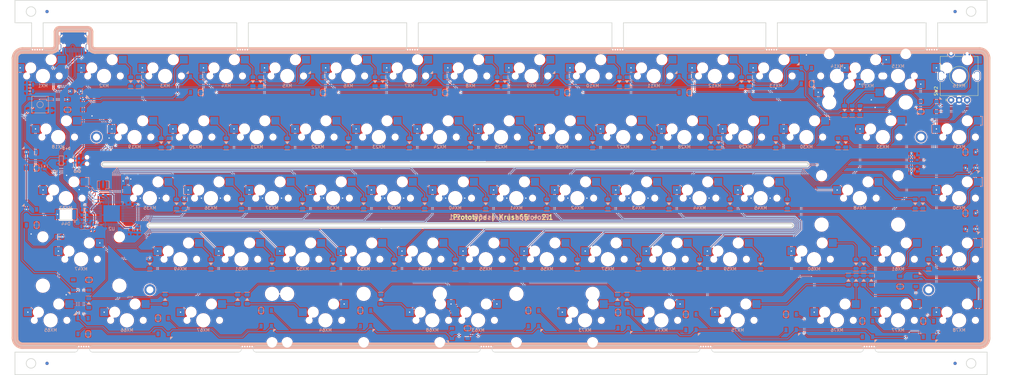
<source format=kicad_pcb>
(kicad_pcb (version 20171130) (host pcbnew "(5.1.11)-1")
  (layers (0 F.Cu signal) (31 B.Cu signal) (34 B.Paste user) (35 F.Paste user) (36 B.SilkS user hide) (37 F.SilkS user hide) (38 B.Mask user) (39 F.Mask user) (44 Edge.Cuts user))
  (net 0 "")
  (net 1 +5V)
  (net 2 GND)
  (net 3 "Net-(C6-Pad1)")
  (net 4 "Net-(D1-Pad2)")
  (net 5 "Net-(D2-Pad2)")
  (net 6 "Net-(D3-Pad2)")
  (net 7 "Net-(D4-Pad2)")
  (net 8 "Net-(D5-Pad2)")
  (net 9 "Net-(D6-Pad2)")
  (net 10 "Net-(D7-Pad2)")
  (net 11 "Net-(D8-Pad2)")
  (net 12 "Net-(D9-Pad2)")
  (net 13 "Net-(D10-Pad2)")
  (net 14 "Net-(D11-Pad2)")
  (net 15 "Net-(D12-Pad2)")
  (net 16 "Net-(D13-Pad2)")
  (net 17 "Net-(D14-Pad2)")
  (net 18 "Net-(D15-Pad2)")
  (net 19 D+)
  (net 20 D-)
  (net 21 RST)
  (net 22 "Net-(R6-Pad2)")
  (net 23 RGBLED)
  (net 24 "Net-(R7-Pad2)")
  (net 25 "Net-(D42-Pad2)")
  (net 26 "Net-(D17-Pad2)")
  (net 27 "Net-(D18-Pad2)")
  (net 28 "Net-(D19-Pad2)")
  (net 29 "Net-(D20-Pad2)")
  (net 30 "Net-(D21-Pad2)")
  (net 31 "Net-(D22-Pad2)")
  (net 32 "Net-(D23-Pad2)")
  (net 33 "Net-(D24-Pad2)")
  (net 34 "Net-(D25-Pad2)")
  (net 35 "Net-(D26-Pad2)")
  (net 36 "Net-(D27-Pad2)")
  (net 37 "Net-(D28-Pad2)")
  (net 38 "Net-(D29-Pad2)")
  (net 39 "Net-(D30-Pad2)")
  (net 40 "Net-(D31-Pad2)")
  (net 41 "Net-(D32-Pad2)")
  (net 42 "Net-(D33-Pad2)")
  (net 43 "Net-(D34-Pad2)")
  (net 44 "Net-(D35-Pad2)")
  (net 45 "Net-(D36-Pad2)")
  (net 46 "Net-(D37-Pad2)")
  (net 47 "Net-(D38-Pad2)")
  (net 48 "Net-(D39-Pad2)")
  (net 49 "Net-(D40-Pad2)")
  (net 50 "Net-(D41-Pad2)")
  (net 51 "Net-(D43-Pad2)")
  (net 52 "Net-(D45-Pad2)")
  (net 53 "Net-(D46-Pad2)")
  (net 54 "Net-(D47-Pad2)")
  (net 55 Row2)
  (net 56 Row3)
  (net 57 Row4)
  (net 58 Col0)
  (net 59 Col1)
  (net 60 Col2)
  (net 61 Col3)
  (net 62 Col4)
  (net 63 Col5)
  (net 64 Col6)
  (net 65 Col7)
  (net 66 "Net-(D48-Pad2)")
  (net 67 "Net-(D49-Pad2)")
  (net 68 "Net-(D50-Pad2)")
  (net 69 "Net-(D51-Pad2)")
  (net 70 "Net-(D52-Pad2)")
  (net 71 "Net-(D53-Pad2)")
  (net 72 "Net-(D54-Pad2)")
  (net 73 "Net-(D55-Pad2)")
  (net 74 "Net-(D56-Pad2)")
  (net 75 "Net-(D57-Pad2)")
  (net 76 "Net-(D58-Pad2)")
  (net 77 "Net-(D59-Pad2)")
  (net 78 "Net-(D60-Pad2)")
  (net 79 "Net-(D61-Pad2)")
  (net 80 "Net-(D62-Pad2)")
  (net 81 "Net-(D63-Pad2)")
  (net 82 "Net-(D70-Pad2)")
  (net 83 "Net-(D71-Pad2)")
  (net 84 "Net-(D72-Pad2)")
  (net 85 "Net-(D73-Pad2)")
  (net 86 "Net-(D74-Pad2)")
  (net 87 Row0)
  (net 88 "Net-(RGB1-Pad2)")
  (net 89 "Net-(RGB1-Pad4)")
  (net 90 "Net-(RGB2-Pad2)")
  (net 91 "Net-(RGB3-Pad2)")
  (net 92 "Net-(RGB4-Pad2)")
  (net 93 "Net-(RGB5-Pad2)")
  (net 94 "Net-(RGB6-Pad2)")
  (net 95 "Net-(RGB7-Pad2)")
  (net 96 "Net-(RGB8-Pad2)")
  (net 97 "Net-(RGB10-Pad4)")
  (net 98 "Net-(RGB10-Pad2)")
  (net 99 "Net-(RGB11-Pad4)")
  (net 100 "Net-(RGB13-Pad4)")
  (net 101 "Net-(RGB14-Pad4)")
  (net 102 "Net-(RGB15-Pad4)")
  (net 103 "Net-(RGB16-Pad4)")
  (net 104 "Net-(RGB17-Pad4)")
  (net 105 "Net-(RGB18-Pad4)")
  (net 106 "Net-(RGB19-Pad4)")
  (net 107 EC-B)
  (net 108 EC-A)
  (net 109 "Net-(D44-Pad1)")
  (net 110 CapLK)
  (net 111 "Net-(D65-Pad2)")
  (net 112 Col8)
  (net 113 Col9)
  (net 114 Col10)
  (net 115 Col11)
  (net 116 Col12)
  (net 117 Col13)
  (net 118 Col14)
  (net 119 Col15)
  (net 120 727)
  (net 121 MOSI)
  (net 122 "Net-(R1-Pad2)")
  (net 123 "Net-(R2-Pad2)")
  (net 124 "Net-(U2-Pad17)")
  (net 125 "Net-(U2-Pad16)")
  (net 126 /A-)
  (net 127 /A+)
  (net 128 "Net-(D64-Pad2)")
  (net 129 "Net-(D66-Pad2)")
  (net 130 "Net-(RGB19-Pad2)")
  (net 131 "Net-(RGB17-Pad2)")
  (net 132 "Net-(RGB13-Pad2)")
  (net 133 alpha)
  (net 134 "Net-(U2-Pad42)")
  (net 135 "Net-(USB1-Pad3)")
  (net 136 "Net-(USB1-Pad9)")
  (net 137 "Net-(RGB20-Pad2)")
  (net 138 "Net-(RGB14-Pad2)")
  (module sanproject-keyboard-part:mouse-bite-3mm-1slot-90deg (layer F.Cu) (at 188.630341 38.998584)
    (fp_text reference mouse-bite-3mm-slot hide)
    (fp_text value VAL** hide)
    (fp_arc (start 2.8 0) (end 1.8 0) (angle -90) (layer Edge.Cuts) (width 0.15))
    (fp_arc (start -2.8 0) (end -1.8 0) (angle 90) (layer Edge.Cuts) (width 0.15))
    (pad "" np_thru_hole circle (at 1.524 0.75) (size 0.5 0.5) (drill 0.5) (layers *.Cu *.Mask))
    (pad "" np_thru_hole circle (at 0.762 0.75) (size 0.5 0.5) (drill 0.5) (layers *.Cu *.Mask))
    (pad "" np_thru_hole circle (at -0.012 0.75) (size 0.5 0.5) (drill 0.5) (layers *.Cu *.Mask))
    (pad "" np_thru_hole circle (at -1.512 0.75) (size 0.5 0.5) (drill 0.5) (layers *.Cu *.Mask))
    (pad "" np_thru_hole circle (at -0.762 0.75) (size 0.5 0.5) (drill 0.5) (layers *.Cu *.Mask))
  )
  (module sanproject-keyboard-part:mouse-bite-3mm-1slot-90deg (layer F.Cu) (at 71.630341 38.998584)
    (fp_text reference mouse-bite-3mm-slot hide)
    (fp_text value VAL** hide)
    (fp_arc (start 2.8 0) (end 1.8 0) (angle -90) (layer Edge.Cuts) (width 0.15))
    (fp_arc (start -2.8 0) (end -1.8 0) (angle 90) (layer Edge.Cuts) (width 0.15))
    (pad "" np_thru_hole circle (at 1.524 0.75) (size 0.5 0.5) (drill 0.5) (layers *.Cu *.Mask))
    (pad "" np_thru_hole circle (at 0.762 0.75) (size 0.5 0.5) (drill 0.5) (layers *.Cu *.Mask))
    (pad "" np_thru_hole circle (at -0.012 0.75) (size 0.5 0.5) (drill 0.5) (layers *.Cu *.Mask))
    (pad "" np_thru_hole circle (at -1.512 0.75) (size 0.5 0.5) (drill 0.5) (layers *.Cu *.Mask))
    (pad "" np_thru_hole circle (at -0.762 0.75) (size 0.5 0.5) (drill 0.5) (layers *.Cu *.Mask))
  )
  (module sanproject-keyboard-part:mouse-bite-3mm-1slot-90deg (layer F.Cu) (at 124.630341 38.998584)
    (fp_text reference mouse-bite-3mm-slot hide)
    (fp_text value VAL** hide)
    (fp_arc (start 2.8 0) (end 1.8 0) (angle -90) (layer Edge.Cuts) (width 0.15))
    (fp_arc (start -2.8 0) (end -1.8 0) (angle 90) (layer Edge.Cuts) (width 0.15))
    (pad "" np_thru_hole circle (at 1.524 0.75) (size 0.5 0.5) (drill 0.5) (layers *.Cu *.Mask))
    (pad "" np_thru_hole circle (at 0.762 0.75) (size 0.5 0.5) (drill 0.5) (layers *.Cu *.Mask))
    (pad "" np_thru_hole circle (at -0.012 0.75) (size 0.5 0.5) (drill 0.5) (layers *.Cu *.Mask))
    (pad "" np_thru_hole circle (at -1.512 0.75) (size 0.5 0.5) (drill 0.5) (layers *.Cu *.Mask))
    (pad "" np_thru_hole circle (at -0.762 0.75) (size 0.5 0.5) (drill 0.5) (layers *.Cu *.Mask))
  )
  (module sanproject-keyboard-part:mouse-bite-3mm-1slot-90deg (layer F.Cu) (at 236.630341 38.998584)
    (fp_text reference mouse-bite-3mm-slot hide)
    (fp_text value VAL** hide)
    (fp_arc (start 2.8 0) (end 1.8 0) (angle -90) (layer Edge.Cuts) (width 0.15))
    (fp_arc (start -2.8 0) (end -1.8 0) (angle 90) (layer Edge.Cuts) (width 0.15))
    (pad "" np_thru_hole circle (at 1.524 0.75) (size 0.5 0.5) (drill 0.5) (layers *.Cu *.Mask))
    (pad "" np_thru_hole circle (at 0.762 0.75) (size 0.5 0.5) (drill 0.5) (layers *.Cu *.Mask))
    (pad "" np_thru_hole circle (at -0.012 0.75) (size 0.5 0.5) (drill 0.5) (layers *.Cu *.Mask))
    (pad "" np_thru_hole circle (at -1.512 0.75) (size 0.5 0.5) (drill 0.5) (layers *.Cu *.Mask))
    (pad "" np_thru_hole circle (at -0.762 0.75) (size 0.5 0.5) (drill 0.5) (layers *.Cu *.Mask))
  )
  (module sanproject-keyboard-part:mouse-bite-3mm-1slot-90deg (layer F.Cu) (at 286.630341 38.998584)
    (fp_text reference mouse-bite-3mm-slot hide)
    (fp_text value VAL** hide)
    (fp_arc (start 2.8 0) (end 1.8 0) (angle -90) (layer Edge.Cuts) (width 0.15))
    (fp_arc (start -2.8 0) (end -1.8 0) (angle 90) (layer Edge.Cuts) (width 0.15))
    (pad "" np_thru_hole circle (at 1.524 0.75) (size 0.5 0.5) (drill 0.5) (layers *.Cu *.Mask))
    (pad "" np_thru_hole circle (at 0.762 0.75) (size 0.5 0.5) (drill 0.5) (layers *.Cu *.Mask))
    (pad "" np_thru_hole circle (at -0.012 0.75) (size 0.5 0.5) (drill 0.5) (layers *.Cu *.Mask))
    (pad "" np_thru_hole circle (at -1.512 0.75) (size 0.5 0.5) (drill 0.5) (layers *.Cu *.Mask))
    (pad "" np_thru_hole circle (at -0.762 0.75) (size 0.5 0.5) (drill 0.5) (layers *.Cu *.Mask))
  )
  (module sanproject-keyboard-part:mouse-bite-3mm-1slot-90deg (layer F.Cu) (at 7.630341 38.998584)
    (fp_text reference mouse-bite-3mm-slot hide)
    (fp_text value VAL** hide)
    (fp_arc (start -2.8 0) (end -1.8 0) (angle 90) (layer Edge.Cuts) (width 0.15))
    (fp_arc (start 2.8 0) (end 1.8 0) (angle -90) (layer Edge.Cuts) (width 0.15))
    (pad "" np_thru_hole circle (at -0.762 0.75) (size 0.5 0.5) (drill 0.5) (layers *.Cu *.Mask))
    (pad "" np_thru_hole circle (at -1.512 0.75) (size 0.5 0.5) (drill 0.5) (layers *.Cu *.Mask))
    (pad "" np_thru_hole circle (at -0.012 0.75) (size 0.5 0.5) (drill 0.5) (layers *.Cu *.Mask))
    (pad "" np_thru_hole circle (at 0.762 0.75) (size 0.5 0.5) (drill 0.5) (layers *.Cu *.Mask))
    (pad "" np_thru_hole circle (at 1.524 0.75) (size 0.5 0.5) (drill 0.5) (layers *.Cu *.Mask))
  )
  (module sanproject-keyboard-part:OriginPoint (layer F.Cu) (at 10.64304 27.842559)
    (fp_text reference REF** hide)
    (fp_text value "1mm origin reel" hide)
    (pad "" smd circle (at 0 0) (size 1 1) (layers F.Cu))
    (pad "" smd circle (at 0 0) (size 1 1) (layers B.Cu))
  )
  (module sanproject-keyboard-part:OriginPoint (layer F.Cu) (at 293.856094 27.842559 180)
    (fp_text reference REF** hide)
    (fp_text value "1mm origin reel" hide)
    (pad "" smd circle (at 0 0 180) (size 1 1) (layers F.Cu))
    (pad "" smd circle (at 0 0 180) (size 1 1) (layers B.Cu))
  )
  (module sanproject-keyboard-part:LED_WS2812B_PLCC4_5.0x5.0mm_P3.2mm (layer B.Cu) (at 21.867743 125.928507 270)
    (fp_text reference RGB25)
    (fp_text value WS2812B)
    (pad 3 smd roundrect (at 2.45 -1.6 270) (size 1.5 1) (layers B.Cu B.Paste B.Mask) (net 2 GND))
    (pad 4 smd rect (at 2.45 1.6 270) (size 1.5 1) (layers B.Cu B.Paste B.Mask) (net 138 "Net-(RGB14-Pad2)"))
    (pad 2 smd rect (at -2.45 -1.6 270) (size 1.5 1) (layers B.Cu B.Paste B.Mask) (net 100 "Net-(RGB13-Pad4)"))
    (pad 1 smd rect (at -2.45 1.6 270) (size 1.5 1) (layers B.Cu B.Paste B.Mask) (net 1 +5V))
  )
  (module sanproject-keyboard-part:LED_WS2812B_PLCC4_5.0x5.0mm_P3.2mm (layer B.Cu) (at 285.54191 126.821617 90)
    (fp_text reference RGB24)
    (fp_text value WS2812B)
    (pad 3 smd roundrect (at 2.45 -1.6 90) (size 1.5 1) (layers B.Cu B.Paste B.Mask) (net 2 GND))
    (pad 4 smd rect (at 2.45 1.6 90) (size 1.5 1) (layers B.Cu B.Paste B.Mask) (net 137 "Net-(RGB20-Pad2)"))
    (pad 2 smd rect (at -2.45 -1.6 90) (size 1.5 1) (layers B.Cu B.Paste B.Mask) (net 106 "Net-(RGB19-Pad4)"))
    (pad 1 smd rect (at -2.45 1.6 90) (size 1.5 1) (layers B.Cu B.Paste B.Mask) (net 1 +5V))
  )
  (module sanproject-keyboard-part:OriginPoint (layer F.Cu) (at 293.856094 137.573846 180)
    (fp_text reference REF** hide)
    (fp_text value "1mm origin reel" hide)
    (pad "" smd circle (at 0 0 180) (size 1 1) (layers F.Cu))
    (pad "" smd circle (at 0 0 180) (size 1 1) (layers B.Cu))
  )
  (module sanproject-keyboard-part:OriginPoint (layer F.Cu) (at 10.64304 137.573846)
    (fp_text reference REF** hide)
    (fp_text value "1mm origin reel" hide)
    (pad "" smd circle (at 0 0) (size 1 1) (layers F.Cu))
    (pad "" smd circle (at 0 0) (size 1 1) (layers B.Cu))
  )
  (module sanproject-keyboard-part:mouse-bite-3mm-1slot (layer F.Cu) (at 216.09304 133.073846 180)
    (fp_text reference mouse-bite-3mm-slot hide)
    (fp_text value VAL** hide)
    (fp_arc (start 2.8 0) (end 2.8 -1) (angle -180) (layer Edge.Cuts) (width 0.15))
    (fp_arc (start -2.8 0) (end -2.8 1) (angle -180) (layer Edge.Cuts) (width 0.15))
    (pad "" np_thru_hole circle (at 1.524 0.75 180) (size 0.5 0.5) (drill 0.5) (layers *.Cu *.Mask))
    (pad "" np_thru_hole circle (at 0.762 0.75 180) (size 0.5 0.5) (drill 0.5) (layers *.Cu *.Mask))
    (pad "" np_thru_hole circle (at -0.012 0.75 180) (size 0.5 0.5) (drill 0.5) (layers *.Cu *.Mask))
    (pad "" np_thru_hole circle (at -1.512 0.75 180) (size 0.5 0.5) (drill 0.5) (layers *.Cu *.Mask))
    (pad "" np_thru_hole circle (at -0.762 0.75 180) (size 0.5 0.5) (drill 0.5) (layers *.Cu *.Mask))
  )
  (module sanproject-keyboard-part:mouse-bite-3mm-1slot (layer F.Cu) (at 22.09304 133.073846 180)
    (fp_text reference mouse-bite-3mm-slot hide)
    (fp_text value VAL** hide)
    (fp_arc (start -2.8 0) (end -2.8 1) (angle -180) (layer Edge.Cuts) (width 0.15))
    (fp_arc (start 2.8 0) (end 2.8 -1) (angle -180) (layer Edge.Cuts) (width 0.15))
    (pad "" np_thru_hole circle (at -0.762 0.75 180) (size 0.5 0.5) (drill 0.5) (layers *.Cu *.Mask))
    (pad "" np_thru_hole circle (at -1.512 0.75 180) (size 0.5 0.5) (drill 0.5) (layers *.Cu *.Mask))
    (pad "" np_thru_hole circle (at -0.012 0.75 180) (size 0.5 0.5) (drill 0.5) (layers *.Cu *.Mask))
    (pad "" np_thru_hole circle (at 0.762 0.75 180) (size 0.5 0.5) (drill 0.5) (layers *.Cu *.Mask))
    (pad "" np_thru_hole circle (at 1.524 0.75 180) (size 0.5 0.5) (drill 0.5) (layers *.Cu *.Mask))
  )
  (module sanproject-keyboard-part:mouse-bite-3mm-1slot (layer F.Cu) (at 147.618094 133.073846 180)
    (fp_text reference mouse-bite-3mm-slot hide)
    (fp_text value VAL** hide)
    (fp_arc (start 2.8 0) (end 2.8 -1) (angle -180) (layer Edge.Cuts) (width 0.15))
    (fp_arc (start -2.8 0) (end -2.8 1) (angle -180) (layer Edge.Cuts) (width 0.15))
    (pad "" np_thru_hole circle (at 1.524 0.75 180) (size 0.5 0.5) (drill 0.5) (layers *.Cu *.Mask))
    (pad "" np_thru_hole circle (at 0.762 0.75 180) (size 0.5 0.5) (drill 0.5) (layers *.Cu *.Mask))
    (pad "" np_thru_hole circle (at -0.012 0.75 180) (size 0.5 0.5) (drill 0.5) (layers *.Cu *.Mask))
    (pad "" np_thru_hole circle (at -1.512 0.75 180) (size 0.5 0.5) (drill 0.5) (layers *.Cu *.Mask))
    (pad "" np_thru_hole circle (at -0.762 0.75 180) (size 0.5 0.5) (drill 0.5) (layers *.Cu *.Mask))
  )
  (module sanproject-keyboard-part:mouse-bite-3mm-1slot (layer F.Cu) (at 267.09304 133.073846 180)
    (fp_text reference mouse-bite-3mm-slot hide)
    (fp_text value VAL** hide)
    (fp_arc (start 2.8 0) (end 2.8 -1) (angle -180) (layer Edge.Cuts) (width 0.15))
    (fp_arc (start -2.8 0) (end -2.8 1) (angle -180) (layer Edge.Cuts) (width 0.15))
    (pad "" np_thru_hole circle (at 1.524 0.75 180) (size 0.5 0.5) (drill 0.5) (layers *.Cu *.Mask))
    (pad "" np_thru_hole circle (at 0.762 0.75 180) (size 0.5 0.5) (drill 0.5) (layers *.Cu *.Mask))
    (pad "" np_thru_hole circle (at -0.012 0.75 180) (size 0.5 0.5) (drill 0.5) (layers *.Cu *.Mask))
    (pad "" np_thru_hole circle (at -1.512 0.75 180) (size 0.5 0.5) (drill 0.5) (layers *.Cu *.Mask))
    (pad "" np_thru_hole circle (at -0.762 0.75 180) (size 0.5 0.5) (drill 0.5) (layers *.Cu *.Mask))
  )
  (module sanproject-keyboard-part:mouse-bite-3mm-1slot (layer F.Cu) (at 73.09304 133.073846 180)
    (fp_text reference mouse-bite-3mm-slot hide)
    (fp_text value VAL** hide)
    (fp_arc (start 2.8 0) (end 2.8 -1) (angle -180) (layer Edge.Cuts) (width 0.15))
    (fp_arc (start -2.8 0) (end -2.8 1) (angle -180) (layer Edge.Cuts) (width 0.15))
    (pad "" np_thru_hole circle (at 1.524 0.75 180) (size 0.5 0.5) (drill 0.5) (layers *.Cu *.Mask))
    (pad "" np_thru_hole circle (at 0.762 0.75 180) (size 0.5 0.5) (drill 0.5) (layers *.Cu *.Mask))
    (pad "" np_thru_hole circle (at -0.012 0.75 180) (size 0.5 0.5) (drill 0.5) (layers *.Cu *.Mask))
    (pad "" np_thru_hole circle (at -1.512 0.75 180) (size 0.5 0.5) (drill 0.5) (layers *.Cu *.Mask))
    (pad "" np_thru_hole circle (at -0.762 0.75 180) (size 0.5 0.5) (drill 0.5) (layers *.Cu *.Mask))
  )
  (module MX_Only_v3:MXOnly-1.25U-Hotswap (layer F.Cu) (at 11.74767 124.14306)
    (fp_text reference MX65)
    (fp_text value 1.25U)
    (fp_text user %R (at 0 3.048) (layer B.SilkS) (effects (justify mirror)))
    (pad 2 smd rect (at 5.842 -5.08) (size 2.55 2.5) (layers B.Cu B.Paste B.Mask) (net 79 "Net-(D61-Pad2)"))
    (pad 1 smd rect (at -7.085 -2.54) (size 2.55 2.5) (layers B.Cu B.Paste B.Mask) (net 58 Col0))
    (pad "" np_thru_hole circle (at 5.08 0 48.0996) (size 1.75 1.75) (drill 1.75) (layers *.Cu *.Mask))
    (pad "" np_thru_hole circle (at -5.08 0 48.0996) (size 1.75 1.75) (drill 1.75) (layers *.Cu *.Mask))
    (pad "" np_thru_hole circle (at -3.81 -2.54) (size 3 3) (drill 3) (layers *.Cu *.Mask))
    (pad "" np_thru_hole circle (at 0 0) (size 3.9878 3.9878) (drill 3.9878) (layers *.Cu *.Mask))
    (pad "" np_thru_hole circle (at 2.54 -5.08) (size 3 3) (drill 3) (layers *.Cu *.Mask))
  )
  (module sanproject-keyboard-part:LED_WS2812B_PLCC4_5.0x5.0mm_P3.2mm (layer B.Cu) (at 139.36625 128.2425)
    (fp_text reference RGB23)
    (fp_text value WS2812B)
    (pad 3 smd roundrect (at 2.45 -1.6) (size 1.5 1) (layers B.Cu B.Paste B.Mask) (net 2 GND))
    (pad 4 smd rect (at 2.45 1.6) (size 1.5 1) (layers B.Cu B.Paste B.Mask) (net 133 alpha))
    (pad 2 smd rect (at -2.45 -1.6) (size 1.5 1) (layers B.Cu B.Paste B.Mask) (net 103 "Net-(RGB16-Pad4)"))
    (pad 1 smd rect (at -2.45 1.6) (size 1.5 1) (layers B.Cu B.Paste B.Mask) (net 1 +5V))
  )
  (module sanproject-keyboard-part:SKQG-1155865 (layer B.Cu) (at 8.473291 56.872466 180)
    (fp_text reference SW1)
    (fp_text value SW_Push)
    (pad 1 smd rect (at -3.1 -1.85 180) (size 1.8 1.1) (layers B.Cu B.Paste B.Mask) (net 2 GND))
    (pad 2 smd rect (at 3.1 1.85 180) (size 1.8 1.1) (layers B.Cu B.Paste B.Mask) (net 21 RST))
    (pad 2 smd rect (at -3.1 1.85 180) (size 1.8 1.1) (layers B.Cu B.Paste B.Mask) (net 21 RST))
    (pad 1 smd rect (at 3.1 -1.85 180) (size 1.8 1.1) (layers B.Cu B.Paste B.Mask) (net 2 GND))
  )
  (module MX_Only_v3:MXOnly-1.25U-Hotswap (layer F.Cu) (at 35.56027 124.142568)
    (fp_text reference MX66)
    (fp_text value 1.25U)
    (fp_text user %R (at 0 3.048) (layer B.SilkS) (effects (justify mirror)))
    (pad 2 smd rect (at 5.842 -5.08) (size 2.55 2.5) (layers B.Cu B.Paste B.Mask) (net 80 "Net-(D62-Pad2)"))
    (pad 1 smd rect (at -7.085 -2.54) (size 2.55 2.5) (layers B.Cu B.Paste B.Mask) (net 60 Col2))
    (pad "" np_thru_hole circle (at 5.08 0 48.0996) (size 1.75 1.75) (drill 1.75) (layers *.Cu *.Mask))
    (pad "" np_thru_hole circle (at -5.08 0 48.0996) (size 1.75 1.75) (drill 1.75) (layers *.Cu *.Mask))
    (pad "" np_thru_hole circle (at -3.81 -2.54) (size 3 3) (drill 3) (layers *.Cu *.Mask))
    (pad "" np_thru_hole circle (at 0 0) (size 3.9878 3.9878) (drill 3.9878) (layers *.Cu *.Mask))
    (pad "" np_thru_hole circle (at 2.54 -5.08) (size 3 3) (drill 3) (layers *.Cu *.Mask))
  )
  (module MX_Only_v3:MXOnly-6.25U-Hotswap-ReversedStabilizers (layer F.Cu) (at 130.81067 124.1425)
    (fp_text reference MX68)
    (fp_text value 6.25U)
    (fp_text user %R (at 0 3.048) (layer B.SilkS) (effects (justify mirror)))
    (pad "" np_thru_hole circle (at -49.9999 -8.255) (size 3.9878 3.9878) (drill 3.9878) (layers *.Cu *.Mask))
    (pad "" np_thru_hole circle (at 49.9999 -8.255) (size 3.9878 3.9878) (drill 3.9878) (layers *.Cu *.Mask))
    (pad "" np_thru_hole circle (at -49.9999 6.985) (size 3.048 3.048) (drill 3.048) (layers *.Cu *.Mask))
    (pad "" np_thru_hole circle (at 49.9999 6.985) (size 3.048 3.048) (drill 3.048) (layers *.Cu *.Mask))
    (pad 2 smd rect (at 5.842 -5.08) (size 2.55 2.5) (layers B.Cu B.Paste B.Mask) (net 64 Col6))
    (pad 1 smd rect (at -7.085 -2.54) (size 2.55 2.5) (layers B.Cu B.Paste B.Mask) (net 111 "Net-(D65-Pad2)"))
    (pad "" np_thru_hole circle (at 5.08 0 48.0996) (size 1.75 1.75) (drill 1.75) (layers *.Cu *.Mask))
    (pad "" np_thru_hole circle (at -5.08 0 48.0996) (size 1.75 1.75) (drill 1.75) (layers *.Cu *.Mask))
    (pad "" np_thru_hole circle (at -3.81 -2.54) (size 3 3) (drill 3) (layers *.Cu *.Mask))
    (pad "" np_thru_hole circle (at 0 0) (size 3.9878 3.9878) (drill 3.9878) (layers *.Cu *.Mask))
    (pad "" np_thru_hole circle (at 2.54 -5.08) (size 3 3) (drill 3) (layers *.Cu *.Mask))
  )
  (module MX_Only_v3:MXOnly-1U-Hotswap (layer F.Cu) (at 147.478898 105.0925)
    (fp_text reference MX55)
    (fp_text value 1U)
    (fp_text user %R (at 0 3.048) (layer B.SilkS) (effects (justify mirror)))
    (pad 2 smd rect (at 5.842 -5.08) (size 2.55 2.5) (layers B.Cu B.Paste B.Mask) (net 71 "Net-(D53-Pad2)"))
    (pad 1 smd rect (at -7.085 -2.54) (size 2.55 2.5) (layers B.Cu B.Paste B.Mask) (net 65 Col7))
    (pad "" np_thru_hole circle (at 5.08 0 48.0996) (size 1.75 1.75) (drill 1.75) (layers *.Cu *.Mask))
    (pad "" np_thru_hole circle (at -5.08 0 48.0996) (size 1.75 1.75) (drill 1.75) (layers *.Cu *.Mask))
    (pad "" np_thru_hole circle (at -3.81 -2.54) (size 3 3) (drill 3) (layers *.Cu *.Mask))
    (pad "" np_thru_hole circle (at 0 0) (size 3.9878 3.9878) (drill 3.9878) (layers *.Cu *.Mask))
    (pad "" np_thru_hole circle (at 2.54 -5.08) (size 3 3) (drill 3) (layers *.Cu *.Mask))
  )
  (module MX_Only_v3:MXOnly-1U-Hotswap (layer F.Cu) (at 185.57893 105.0925)
    (fp_text reference MX57)
    (fp_text value 1U)
    (fp_text user %R (at 0 3.048) (layer B.SilkS) (effects (justify mirror)))
    (pad 2 smd rect (at 5.842 -5.08) (size 2.55 2.5) (layers B.Cu B.Paste B.Mask) (net 73 "Net-(D55-Pad2)"))
    (pad 1 smd rect (at -7.085 -2.54) (size 2.55 2.5) (layers B.Cu B.Paste B.Mask) (net 113 Col9))
    (pad "" np_thru_hole circle (at 5.08 0 48.0996) (size 1.75 1.75) (drill 1.75) (layers *.Cu *.Mask))
    (pad "" np_thru_hole circle (at -5.08 0 48.0996) (size 1.75 1.75) (drill 1.75) (layers *.Cu *.Mask))
    (pad "" np_thru_hole circle (at -3.81 -2.54) (size 3 3) (drill 3) (layers *.Cu *.Mask))
    (pad "" np_thru_hole circle (at 0 0) (size 3.9878 3.9878) (drill 3.9878) (layers *.Cu *.Mask))
    (pad "" np_thru_hole circle (at 2.54 -5.08) (size 3 3) (drill 3) (layers *.Cu *.Mask))
  )
  (module MX_Only_v3:MXOnly-1U-Hotswap (layer F.Cu) (at 109.378866 105.0925)
    (fp_text reference MX53)
    (fp_text value 1U)
    (fp_text user %R (at 0 3.048) (layer B.SilkS) (effects (justify mirror)))
    (pad 2 smd rect (at 5.842 -5.08) (size 2.55 2.5) (layers B.Cu B.Paste B.Mask) (net 69 "Net-(D51-Pad2)"))
    (pad 1 smd rect (at -7.085 -2.54) (size 2.55 2.5) (layers B.Cu B.Paste B.Mask) (net 63 Col5))
    (pad "" np_thru_hole circle (at 5.08 0 48.0996) (size 1.75 1.75) (drill 1.75) (layers *.Cu *.Mask))
    (pad "" np_thru_hole circle (at -5.08 0 48.0996) (size 1.75 1.75) (drill 1.75) (layers *.Cu *.Mask))
    (pad "" np_thru_hole circle (at -3.81 -2.54) (size 3 3) (drill 3) (layers *.Cu *.Mask))
    (pad "" np_thru_hole circle (at 0 0) (size 3.9878 3.9878) (drill 3.9878) (layers *.Cu *.Mask))
    (pad "" np_thru_hole circle (at 2.54 -5.08) (size 3 3) (drill 3) (layers *.Cu *.Mask))
  )
  (module sanproject-keyboard-part:LED_WS2812B_PLCC4_5.0x5.0mm_P3.2mm (layer B.Cu) (at 162.361691 123.547525 90)
    (fp_text reference RGB22)
    (fp_text value WS2812B)
    (pad 3 smd roundrect (at 2.45 -1.6 90) (size 1.5 1) (layers B.Cu B.Paste B.Mask) (net 2 GND))
    (pad 4 smd rect (at 2.45 1.6 90) (size 1.5 1) (layers B.Cu B.Paste B.Mask) (net 131 "Net-(RGB17-Pad2)"))
    (pad 2 smd rect (at -2.45 -1.6 90) (size 1.5 1) (layers B.Cu B.Paste B.Mask) (net 133 alpha))
    (pad 1 smd rect (at -2.45 1.6 90) (size 1.5 1) (layers B.Cu B.Paste B.Mask) (net 1 +5V))
  )
  (module sanproject-keyboard-part:LED_WS2812B_PLCC4_5.0x5.0mm_P3.2mm (layer B.Cu) (at 242.72975 124.738018 90)
    (fp_text reference RGB21)
    (fp_text value WS2812B)
    (pad 3 smd roundrect (at 2.45 -1.6 90) (size 1.5 1) (layers B.Cu B.Paste B.Mask) (net 2 GND))
    (pad 4 smd rect (at 2.45 1.6 90) (size 1.5 1) (layers B.Cu B.Paste B.Mask) (net 130 "Net-(RGB19-Pad2)"))
    (pad 2 smd rect (at -2.45 -1.6 90) (size 1.5 1) (layers B.Cu B.Paste B.Mask) (net 105 "Net-(RGB18-Pad4)"))
    (pad 1 smd rect (at -2.45 1.6 90) (size 1.5 1) (layers B.Cu B.Paste B.Mask) (net 1 +5V))
  )
  (module CustomLogo:Nuxroslogo25x19-F.Cu (layer F.Cu) (at 189.746089 123.547251)
    (fp_text reference G*** hide)
    (fp_text value LOGO hide)
  )
  (module CustomLogo:sanpjxlogo (layer F.Cu) (at 157.003874 123.54739)
    (fp_text reference G*** hide)
    (fp_text value LOGO hide)
  )
  (module CustomLogo:Cre-v-F-Mask (layer B.Cu) (at 196.294858 73.541014 180)
    (fp_text reference G*** hide)
    (fp_text value LOGO hide)
  )
  (module CustomLogo:krush61x30-F.Mask (layer F.Cu) (at 77.231936 123.19)
    (fp_text reference G*** hide)
    (fp_text value LOGO hide)
  )
  (module MX_Only_v3:MXOnly-1.75U-Hotswap (layer F.Cu) (at 249.872734 105.0925)
    (fp_text reference MX60)
    (fp_text value 1.75U)
    (fp_text user %R (at 0 3.048) (layer B.SilkS) (effects (justify mirror)))
    (pad 2 smd rect (at 5.842 -5.08) (size 2.55 2.5) (layers B.Cu B.Paste B.Mask) (net 76 "Net-(D58-Pad2)"))
    (pad 1 smd rect (at -7.085 -2.54) (size 2.55 2.5) (layers B.Cu B.Paste B.Mask) (net 117 Col13))
    (pad "" np_thru_hole circle (at 5.08 0 48.0996) (size 1.75 1.75) (drill 1.75) (layers *.Cu *.Mask))
    (pad "" np_thru_hole circle (at -5.08 0 48.0996) (size 1.75 1.75) (drill 1.75) (layers *.Cu *.Mask))
    (pad "" np_thru_hole circle (at -3.81 -2.54) (size 3 3) (drill 3) (layers *.Cu *.Mask))
    (pad "" np_thru_hole circle (at 0 0) (size 3.9878 3.9878) (drill 3.9878) (layers *.Cu *.Mask))
    (pad "" np_thru_hole circle (at 2.54 -5.08) (size 3 3) (drill 3) (layers *.Cu *.Mask))
  )
  (module sanproject-keyboard-part:DIODE_1206_SawnsProjects (layer B.Cu) (at 267.732538 111.64111 270)
    (fp_text reference D74)
    (fp_text value D)
    (pad 2 smd roundrect (at 1.4 0 270) (size 1.2 1.6) (layers B.Cu B.Paste B.Mask) (roundrect_rratio 0.2) (net 86 "Net-(D74-Pad2)"))
    (pad 1 smd roundrect (at -1.4 0 270) (size 1.2 1.6) (layers B.Cu B.Paste B.Mask) (roundrect_rratio 0.2) (net 57 Row4))
  )
  (module sanproject-keyboard-part:DIODE_1206_SawnsProjects (layer B.Cu) (at 265.351282 111.64111 270)
    (fp_text reference D73)
    (fp_text value D)
    (pad 2 smd roundrect (at 1.4 0 270) (size 1.2 1.6) (layers B.Cu B.Paste B.Mask) (roundrect_rratio 0.2) (net 85 "Net-(D73-Pad2)"))
    (pad 1 smd roundrect (at -1.4 0 270) (size 1.2 1.6) (layers B.Cu B.Paste B.Mask) (roundrect_rratio 0.2) (net 57 Row4))
  )
  (module sanproject-keyboard-part:DIODE_1206_SawnsProjects (layer B.Cu) (at 262.970026 111.64111 270)
    (fp_text reference D72)
    (fp_text value D)
    (pad 2 smd roundrect (at 1.4 0 270) (size 1.2 1.6) (layers B.Cu B.Paste B.Mask) (roundrect_rratio 0.2) (net 84 "Net-(D72-Pad2)"))
    (pad 1 smd roundrect (at -1.4 0 270) (size 1.2 1.6) (layers B.Cu B.Paste B.Mask) (roundrect_rratio 0.2) (net 57 Row4))
  )
  (module sanproject-keyboard-part:DIODE_1206_SawnsProjects (layer B.Cu) (at 260.58877 111.64111 270)
    (fp_text reference D71)
    (fp_text value D)
    (pad 2 smd roundrect (at 1.4 0 270) (size 1.2 1.6) (layers B.Cu B.Paste B.Mask) (roundrect_rratio 0.2) (net 83 "Net-(D71-Pad2)"))
    (pad 1 smd roundrect (at -1.4 0 270) (size 1.2 1.6) (layers B.Cu B.Paste B.Mask) (roundrect_rratio 0.2) (net 57 Row4))
  )
  (module sanproject-keyboard-part:DIODE_1206_SawnsProjects (layer B.Cu) (at 191.53266 117.594375 270)
    (fp_text reference D70)
    (fp_text value D)
    (pad 2 smd roundrect (at 1.4 0 270) (size 1.2 1.6) (layers B.Cu B.Paste B.Mask) (roundrect_rratio 0.2) (net 82 "Net-(D70-Pad2)"))
    (pad 1 smd roundrect (at -1.4 0 270) (size 1.2 1.6) (layers B.Cu B.Paste B.Mask) (roundrect_rratio 0.2) (net 57 Row4))
  )
  (module sanproject-keyboard-part:DIODE_1206_SawnsProjects (layer B.Cu) (at 188.556085 117.594375 270)
    (fp_text reference D66)
    (fp_text value D)
    (pad 2 smd roundrect (at 1.4 0 270) (size 1.2 1.6) (layers B.Cu B.Paste B.Mask) (roundrect_rratio 0.2) (net 129 "Net-(D66-Pad2)"))
    (pad 1 smd roundrect (at -1.4 0 270) (size 1.2 1.6) (layers B.Cu B.Paste B.Mask) (roundrect_rratio 0.2) (net 57 Row4))
  )
  (module sanproject-keyboard-part:DIODE_1206_SawnsProjects (layer B.Cu) (at 114.736655 117.594125 270)
    (fp_text reference D65)
    (fp_text value D)
    (pad 2 smd roundrect (at 1.4 0 270) (size 1.2 1.6) (layers B.Cu B.Paste B.Mask) (roundrect_rratio 0.2) (net 111 "Net-(D65-Pad2)"))
    (pad 1 smd roundrect (at -1.4 0 270) (size 1.2 1.6) (layers B.Cu B.Paste B.Mask) (roundrect_rratio 0.2) (net 57 Row4))
  )
  (module sanproject-keyboard-part:DIODE_1206_SawnsProjects (layer B.Cu) (at 73.064745 117.594125 270)
    (fp_text reference D64)
    (fp_text value D)
    (pad 2 smd roundrect (at 1.4 0 270) (size 1.2 1.6) (layers B.Cu B.Paste B.Mask) (roundrect_rratio 0.2) (net 128 "Net-(D64-Pad2)"))
    (pad 1 smd roundrect (at -1.4 0 270) (size 1.2 1.6) (layers B.Cu B.Paste B.Mask) (roundrect_rratio 0.2) (net 57 Row4))
  )
  (module sanproject-keyboard-part:DIODE_1206_SawnsProjects (layer B.Cu) (at 70.088125 117.594125 270)
    (fp_text reference D63)
    (fp_text value D)
    (pad 2 smd roundrect (at 1.4 0 270) (size 1.2 1.6) (layers B.Cu B.Paste B.Mask) (roundrect_rratio 0.2) (net 81 "Net-(D63-Pad2)"))
    (pad 1 smd roundrect (at -1.4 0 270) (size 1.2 1.6) (layers B.Cu B.Paste B.Mask) (roundrect_rratio 0.2) (net 57 Row4))
  )
  (module sanproject-keyboard-part:DIODE_1206_SawnsProjects (layer B.Cu) (at 47.466286 117.594125 270)
    (fp_text reference D62)
    (fp_text value D)
    (pad 2 smd roundrect (at 1.4 0 270) (size 1.2 1.6) (layers B.Cu B.Paste B.Mask) (roundrect_rratio 0.2) (net 80 "Net-(D62-Pad2)"))
    (pad 1 smd roundrect (at -1.4 0 270) (size 1.2 1.6) (layers B.Cu B.Paste B.Mask) (roundrect_rratio 0.2) (net 57 Row4))
  )
  (module sanproject-keyboard-part:DIODE_1206_SawnsProjects (layer B.Cu) (at 23.653798 118.784878 270)
    (fp_text reference D61)
    (fp_text value D)
    (pad 2 smd roundrect (at 1.4 0 270) (size 1.2 1.6) (layers B.Cu B.Paste B.Mask) (roundrect_rratio 0.2) (net 79 "Net-(D61-Pad2)"))
    (pad 1 smd roundrect (at -1.4 0 270) (size 1.2 1.6) (layers B.Cu B.Paste B.Mask) (roundrect_rratio 0.2) (net 57 Row4))
  )
  (module sanproject-keyboard-part:DIODE_1206_SawnsProjects (layer B.Cu) (at 285.591958 106.580941 90)
    (fp_text reference D60)
    (fp_text value D)
    (pad 2 smd roundrect (at 1.4 0 90) (size 1.2 1.6) (layers B.Cu B.Paste B.Mask) (roundrect_rratio 0.2) (net 78 "Net-(D60-Pad2)"))
    (pad 1 smd roundrect (at -1.4 0 90) (size 1.2 1.6) (layers B.Cu B.Paste B.Mask) (roundrect_rratio 0.2) (net 56 Row3))
  )
  (module sanproject-keyboard-part:DIODE_1206_SawnsProjects (layer B.Cu) (at 265.351282 106.580941 90)
    (fp_text reference D59)
    (fp_text value D)
    (pad 2 smd roundrect (at 1.4 0 90) (size 1.2 1.6) (layers B.Cu B.Paste B.Mask) (roundrect_rratio 0.2) (net 77 "Net-(D59-Pad2)"))
    (pad 1 smd roundrect (at -1.4 0 90) (size 1.2 1.6) (layers B.Cu B.Paste B.Mask) (roundrect_rratio 0.2) (net 56 Row3))
  )
  (module sanproject-keyboard-part:DIODE_1206_SawnsProjects (layer B.Cu) (at 262.970026 106.580941 90)
    (fp_text reference D58)
    (fp_text value D)
    (pad 2 smd roundrect (at 1.4 0 90) (size 1.2 1.6) (layers B.Cu B.Paste B.Mask) (roundrect_rratio 0.2) (net 76 "Net-(D58-Pad2)"))
    (pad 1 smd roundrect (at -1.4 0 90) (size 1.2 1.6) (layers B.Cu B.Paste B.Mask) (roundrect_rratio 0.2) (net 56 Row3))
  )
  (module sanproject-keyboard-part:DIODE_1206_SawnsProjects (layer B.Cu) (at 233.20485 106.581265 90)
    (fp_text reference D57)
    (fp_text value D)
    (pad 2 smd roundrect (at 1.4 0 90) (size 1.2 1.6) (layers B.Cu B.Paste B.Mask) (roundrect_rratio 0.2) (net 75 "Net-(D57-Pad2)"))
    (pad 1 smd roundrect (at -1.4 0 90) (size 1.2 1.6) (layers B.Cu B.Paste B.Mask) (roundrect_rratio 0.2) (net 56 Row3))
  )
  (module sanproject-keyboard-part:DIODE_1206_SawnsProjects (layer B.Cu) (at 214.15477 106.581265 90)
    (fp_text reference D56)
    (fp_text value D)
    (pad 2 smd roundrect (at 1.4 0 90) (size 1.2 1.6) (layers B.Cu B.Paste B.Mask) (roundrect_rratio 0.2) (net 74 "Net-(D56-Pad2)"))
    (pad 1 smd roundrect (at -1.4 0 90) (size 1.2 1.6) (layers B.Cu B.Paste B.Mask) (roundrect_rratio 0.2) (net 56 Row3))
  )
  (module sanproject-keyboard-part:DIODE_1206_SawnsProjects (layer B.Cu) (at 195.10469 106.581265 90)
    (fp_text reference D55)
    (fp_text value D)
    (pad 2 smd roundrect (at 1.4 0 90) (size 1.2 1.6) (layers B.Cu B.Paste B.Mask) (roundrect_rratio 0.2) (net 73 "Net-(D55-Pad2)"))
    (pad 1 smd roundrect (at -1.4 0 90) (size 1.2 1.6) (layers B.Cu B.Paste B.Mask) (roundrect_rratio 0.2) (net 56 Row3))
  )
  (module sanproject-keyboard-part:DIODE_1206_SawnsProjects (layer B.Cu) (at 176.05461 106.581265 90)
    (fp_text reference D54)
    (fp_text value D)
    (pad 2 smd roundrect (at 1.4 0 90) (size 1.2 1.6) (layers B.Cu B.Paste B.Mask) (roundrect_rratio 0.2) (net 72 "Net-(D54-Pad2)"))
    (pad 1 smd roundrect (at -1.4 0 90) (size 1.2 1.6) (layers B.Cu B.Paste B.Mask) (roundrect_rratio 0.2) (net 56 Row3))
  )
  (module sanproject-keyboard-part:DIODE_1206_SawnsProjects (layer B.Cu) (at 157.00453 106.581265 90)
    (fp_text reference D53)
    (fp_text value D)
    (pad 2 smd roundrect (at 1.4 0 90) (size 1.2 1.6) (layers B.Cu B.Paste B.Mask) (roundrect_rratio 0.2) (net 71 "Net-(D53-Pad2)"))
    (pad 1 smd roundrect (at -1.4 0 90) (size 1.2 1.6) (layers B.Cu B.Paste B.Mask) (roundrect_rratio 0.2) (net 56 Row3))
  )
  (module sanproject-keyboard-part:DIODE_1206_SawnsProjects (layer B.Cu) (at 137.95445 106.581265 90)
    (fp_text reference D52)
    (fp_text value D)
    (pad 2 smd roundrect (at 1.4 0 90) (size 1.2 1.6) (layers B.Cu B.Paste B.Mask) (roundrect_rratio 0.2) (net 70 "Net-(D52-Pad2)"))
    (pad 1 smd roundrect (at -1.4 0 90) (size 1.2 1.6) (layers B.Cu B.Paste B.Mask) (roundrect_rratio 0.2) (net 56 Row3))
  )
  (module sanproject-keyboard-part:DIODE_1206_SawnsProjects (layer B.Cu) (at 118.90437 106.581265 90)
    (fp_text reference D51)
    (fp_text value D)
    (pad 2 smd roundrect (at 1.4 0 90) (size 1.2 1.6) (layers B.Cu B.Paste B.Mask) (roundrect_rratio 0.2) (net 69 "Net-(D51-Pad2)"))
    (pad 1 smd roundrect (at -1.4 0 90) (size 1.2 1.6) (layers B.Cu B.Paste B.Mask) (roundrect_rratio 0.2) (net 56 Row3))
  )
  (module sanproject-keyboard-part:DIODE_1206_SawnsProjects (layer B.Cu) (at 99.85429 106.581265 90)
    (fp_text reference D50)
    (fp_text value D)
    (pad 2 smd roundrect (at 1.4 0 90) (size 1.2 1.6) (layers B.Cu B.Paste B.Mask) (roundrect_rratio 0.2) (net 68 "Net-(D50-Pad2)"))
    (pad 1 smd roundrect (at -1.4 0 90) (size 1.2 1.6) (layers B.Cu B.Paste B.Mask) (roundrect_rratio 0.2) (net 56 Row3))
  )
  (module sanproject-keyboard-part:DIODE_1206_SawnsProjects (layer B.Cu) (at 80.80421 106.581265 90)
    (fp_text reference D49)
    (fp_text value D)
    (pad 2 smd roundrect (at 1.4 0 90) (size 1.2 1.6) (layers B.Cu B.Paste B.Mask) (roundrect_rratio 0.2) (net 67 "Net-(D49-Pad2)"))
    (pad 1 smd roundrect (at -1.4 0 90) (size 1.2 1.6) (layers B.Cu B.Paste B.Mask) (roundrect_rratio 0.2) (net 56 Row3))
  )
  (module sanproject-keyboard-part:DIODE_1206_SawnsProjects (layer B.Cu) (at 61.75413 106.581265 90)
    (fp_text reference D48)
    (fp_text value D)
    (pad 2 smd roundrect (at 1.4 0 90) (size 1.2 1.6) (layers B.Cu B.Paste B.Mask) (roundrect_rratio 0.2) (net 66 "Net-(D48-Pad2)"))
    (pad 1 smd roundrect (at -1.4 0 90) (size 1.2 1.6) (layers B.Cu B.Paste B.Mask) (roundrect_rratio 0.2) (net 56 Row3))
  )
  (module sanproject-keyboard-part:DIODE_1206_SawnsProjects (layer B.Cu) (at 283.806016 87.82855 90)
    (fp_text reference D47)
    (fp_text value D)
    (pad 2 smd roundrect (at 1.4 0 90) (size 1.2 1.6) (layers B.Cu B.Paste B.Mask) (roundrect_rratio 0.2) (net 54 "Net-(D47-Pad2)"))
    (pad 1 smd roundrect (at -1.4 0 90) (size 1.2 1.6) (layers B.Cu B.Paste B.Mask) (roundrect_rratio 0.2) (net 55 Row2))
  )
  (module sanproject-keyboard-part:DIODE_1206_SawnsProjects (layer B.Cu) (at 42.703846 106.580941 90)
    (fp_text reference D46)
    (fp_text value D)
    (pad 2 smd roundrect (at 1.4 0 90) (size 1.2 1.6) (layers B.Cu B.Paste B.Mask) (roundrect_rratio 0.2) (net 53 "Net-(D46-Pad2)"))
    (pad 1 smd roundrect (at -1.4 0 90) (size 1.2 1.6) (layers B.Cu B.Paste B.Mask) (roundrect_rratio 0.2) (net 56 Row3))
  )
  (module sanproject-keyboard-part:DIODE_1206_SawnsProjects (layer B.Cu) (at 281.42476 87.82855 90)
    (fp_text reference D45)
    (fp_text value D)
    (pad 2 smd roundrect (at 1.4 0 90) (size 1.2 1.6) (layers B.Cu B.Paste B.Mask) (roundrect_rratio 0.2) (net 52 "Net-(D45-Pad2)"))
    (pad 1 smd roundrect (at -1.4 0 90) (size 1.2 1.6) (layers B.Cu B.Paste B.Mask) (roundrect_rratio 0.2) (net 55 Row2))
  )
  (module sanproject-keyboard-part:DIODE_1206_SawnsProjects (layer B.Cu) (at 241.53926 87.828842 90)
    (fp_text reference D43)
    (fp_text value D)
    (pad 2 smd roundrect (at 1.4 0 90) (size 1.2 1.6) (layers B.Cu B.Paste B.Mask) (roundrect_rratio 0.2) (net 51 "Net-(D43-Pad2)"))
    (pad 1 smd roundrect (at -1.4 0 90) (size 1.2 1.6) (layers B.Cu B.Paste B.Mask) (roundrect_rratio 0.2) (net 55 Row2))
  )
  (module sanproject-keyboard-part:DIODE_1206_SawnsProjects (layer B.Cu) (at 223.67981 87.828842 90)
    (fp_text reference D42)
    (fp_text value D)
    (pad 2 smd roundrect (at 1.4 0 90) (size 1.2 1.6) (layers B.Cu B.Paste B.Mask) (roundrect_rratio 0.2) (net 25 "Net-(D42-Pad2)"))
    (pad 1 smd roundrect (at -1.4 0 90) (size 1.2 1.6) (layers B.Cu B.Paste B.Mask) (roundrect_rratio 0.2) (net 55 Row2))
  )
  (module sanproject-keyboard-part:DIODE_1206_SawnsProjects (layer B.Cu) (at 204.62973 87.828842 90)
    (fp_text reference D41)
    (fp_text value D)
    (pad 2 smd roundrect (at 1.4 0 90) (size 1.2 1.6) (layers B.Cu B.Paste B.Mask) (roundrect_rratio 0.2) (net 50 "Net-(D41-Pad2)"))
    (pad 1 smd roundrect (at -1.4 0 90) (size 1.2 1.6) (layers B.Cu B.Paste B.Mask) (roundrect_rratio 0.2) (net 55 Row2))
  )
  (module sanproject-keyboard-part:DIODE_1206_SawnsProjects (layer B.Cu) (at 185.57965 87.828842 90)
    (fp_text reference D40)
    (fp_text value D)
    (pad 2 smd roundrect (at 1.4 0 90) (size 1.2 1.6) (layers B.Cu B.Paste B.Mask) (roundrect_rratio 0.2) (net 49 "Net-(D40-Pad2)"))
    (pad 1 smd roundrect (at -1.4 0 90) (size 1.2 1.6) (layers B.Cu B.Paste B.Mask) (roundrect_rratio 0.2) (net 55 Row2))
  )
  (module sanproject-keyboard-part:DIODE_1206_SawnsProjects (layer B.Cu) (at 166.52957 87.828842 90)
    (fp_text reference D39)
    (fp_text value D)
    (pad 2 smd roundrect (at 1.4 0 90) (size 1.2 1.6) (layers B.Cu B.Paste B.Mask) (roundrect_rratio 0.2) (net 48 "Net-(D39-Pad2)"))
    (pad 1 smd roundrect (at -1.4 0 90) (size 1.2 1.6) (layers B.Cu B.Paste B.Mask) (roundrect_rratio 0.2) (net 55 Row2))
  )
  (module sanproject-keyboard-part:DIODE_1206_SawnsProjects (layer B.Cu) (at 147.47949 87.828842 90)
    (fp_text reference D38)
    (fp_text value D)
    (pad 2 smd roundrect (at 1.4 0 90) (size 1.2 1.6) (layers B.Cu B.Paste B.Mask) (roundrect_rratio 0.2) (net 47 "Net-(D38-Pad2)"))
    (pad 1 smd roundrect (at -1.4 0 90) (size 1.2 1.6) (layers B.Cu B.Paste B.Mask) (roundrect_rratio 0.2) (net 55 Row2))
  )
  (module sanproject-keyboard-part:DIODE_1206_SawnsProjects (layer B.Cu) (at 128.42875 87.828442 90)
    (fp_text reference D37)
    (fp_text value D)
    (pad 2 smd roundrect (at 1.4 0 90) (size 1.2 1.6) (layers B.Cu B.Paste B.Mask) (roundrect_rratio 0.2) (net 46 "Net-(D37-Pad2)"))
    (pad 1 smd roundrect (at -1.4 0 90) (size 1.2 1.6) (layers B.Cu B.Paste B.Mask) (roundrect_rratio 0.2) (net 55 Row2))
  )
  (module sanproject-keyboard-part:DIODE_1206_SawnsProjects (layer B.Cu) (at 109.37875 87.828442 90)
    (fp_text reference D36)
    (fp_text value D)
    (pad 2 smd roundrect (at 1.4 0 90) (size 1.2 1.6) (layers B.Cu B.Paste B.Mask) (roundrect_rratio 0.2) (net 45 "Net-(D36-Pad2)"))
    (pad 1 smd roundrect (at -1.4 0 90) (size 1.2 1.6) (layers B.Cu B.Paste B.Mask) (roundrect_rratio 0.2) (net 55 Row2))
  )
  (module sanproject-keyboard-part:DIODE_1206_SawnsProjects (layer B.Cu) (at 90.32925 87.828842 90)
    (fp_text reference D35)
    (fp_text value D)
    (pad 2 smd roundrect (at 1.4 0 90) (size 1.2 1.6) (layers B.Cu B.Paste B.Mask) (roundrect_rratio 0.2) (net 44 "Net-(D35-Pad2)"))
    (pad 1 smd roundrect (at -1.4 0 90) (size 1.2 1.6) (layers B.Cu B.Paste B.Mask) (roundrect_rratio 0.2) (net 55 Row2))
  )
  (module sanproject-keyboard-part:DIODE_1206_SawnsProjects (layer B.Cu) (at 71.27917 87.828842 90)
    (fp_text reference D34)
    (fp_text value D)
    (pad 2 smd roundrect (at 1.4 0 90) (size 1.2 1.6) (layers B.Cu B.Paste B.Mask) (roundrect_rratio 0.2) (net 43 "Net-(D34-Pad2)"))
    (pad 1 smd roundrect (at -1.4 0 90) (size 1.2 1.6) (layers B.Cu B.Paste B.Mask) (roundrect_rratio 0.2) (net 55 Row2))
  )
  (module sanproject-keyboard-part:DIODE_1206_SawnsProjects (layer B.Cu) (at 51.038125 87.828442 90)
    (fp_text reference D33)
    (fp_text value D)
    (pad 2 smd roundrect (at 1.4 0 90) (size 1.2 1.6) (layers B.Cu B.Paste B.Mask) (roundrect_rratio 0.2) (net 42 "Net-(D33-Pad2)"))
    (pad 1 smd roundrect (at -1.4 0 90) (size 1.2 1.6) (layers B.Cu B.Paste B.Mask) (roundrect_rratio 0.2) (net 55 Row2))
  )
  (module sanproject-keyboard-part:DIODE_1206_SawnsProjects (layer B.Cu) (at 257.37476 68.778502 90)
    (fp_text reference D32)
    (fp_text value D)
    (pad 2 smd roundrect (at 1.4 0 90) (size 1.2 1.6) (layers B.Cu B.Paste B.Mask) (roundrect_rratio 0.2) (net 41 "Net-(D32-Pad2)"))
    (pad 1 smd roundrect (at -1.4 0 90) (size 1.2 1.6) (layers B.Cu B.Paste B.Mask) (roundrect_rratio 0.2) (net 121 MOSI))
  )
  (module sanproject-keyboard-part:DIODE_1206_SawnsProjects (layer B.Cu) (at 259.756016 68.77855 90)
    (fp_text reference D31)
    (fp_text value D)
    (pad 2 smd roundrect (at 1.4 0 90) (size 1.2 1.6) (layers B.Cu B.Paste B.Mask) (roundrect_rratio 0.2) (net 40 "Net-(D31-Pad2)"))
    (pad 1 smd roundrect (at -1.4 0 90) (size 1.2 1.6) (layers B.Cu B.Paste B.Mask) (roundrect_rratio 0.2) (net 121 MOSI))
  )
  (module sanproject-keyboard-part:DIODE_1206_SawnsProjects (layer B.Cu) (at 53.419375 87.828442 90)
    (fp_text reference D30)
    (fp_text value D)
    (pad 2 smd roundrect (at 1.4 0 90) (size 1.2 1.6) (layers B.Cu B.Paste B.Mask) (roundrect_rratio 0.2) (net 39 "Net-(D30-Pad2)"))
    (pad 1 smd roundrect (at -1.4 0 90) (size 1.2 1.6) (layers B.Cu B.Paste B.Mask) (roundrect_rratio 0.2) (net 55 Row2))
  )
  (module sanproject-keyboard-part:DIODE_1206_SawnsProjects (layer B.Cu) (at 237.966886 68.778442 90)
    (fp_text reference D29)
    (fp_text value D)
    (pad 2 smd roundrect (at 1.4 0 90) (size 1.2 1.6) (layers B.Cu B.Paste B.Mask) (roundrect_rratio 0.2) (net 38 "Net-(D29-Pad2)"))
    (pad 1 smd roundrect (at -1.4 0 90) (size 1.2 1.6) (layers B.Cu B.Paste B.Mask) (roundrect_rratio 0.2) (net 121 MOSI))
  )
  (module sanproject-keyboard-part:DIODE_1206_SawnsProjects (layer B.Cu) (at 220.10792 68.778762 90)
    (fp_text reference D28)
    (fp_text value D)
    (pad 2 smd roundrect (at 1.4 0 90) (size 1.2 1.6) (layers B.Cu B.Paste B.Mask) (roundrect_rratio 0.2) (net 37 "Net-(D28-Pad2)"))
    (pad 1 smd roundrect (at -1.4 0 90) (size 1.2 1.6) (layers B.Cu B.Paste B.Mask) (roundrect_rratio 0.2) (net 121 MOSI))
  )
  (module sanproject-keyboard-part:DIODE_1206_SawnsProjects (layer B.Cu) (at 217.72666 68.778762 90)
    (fp_text reference D27)
    (fp_text value D)
    (pad 2 smd roundrect (at 1.4 0 90) (size 1.2 1.6) (layers B.Cu B.Paste B.Mask) (roundrect_rratio 0.2) (net 36 "Net-(D27-Pad2)"))
    (pad 1 smd roundrect (at -1.4 0 90) (size 1.2 1.6) (layers B.Cu B.Paste B.Mask) (roundrect_rratio 0.2) (net 121 MOSI))
  )
  (module sanproject-keyboard-part:DIODE_1206_SawnsProjects (layer B.Cu) (at 199.86721 68.778762 90)
    (fp_text reference D26)
    (fp_text value D)
    (pad 2 smd roundrect (at 1.4 0 90) (size 1.2 1.6) (layers B.Cu B.Paste B.Mask) (roundrect_rratio 0.2) (net 35 "Net-(D26-Pad2)"))
    (pad 1 smd roundrect (at -1.4 0 90) (size 1.2 1.6) (layers B.Cu B.Paste B.Mask) (roundrect_rratio 0.2) (net 121 MOSI))
  )
  (module sanproject-keyboard-part:DIODE_1206_SawnsProjects (layer B.Cu) (at 180.816426 68.778442 90)
    (fp_text reference D25)
    (fp_text value D)
    (pad 2 smd roundrect (at 1.4 0 90) (size 1.2 1.6) (layers B.Cu B.Paste B.Mask) (roundrect_rratio 0.2) (net 34 "Net-(D25-Pad2)"))
    (pad 1 smd roundrect (at -1.4 0 90) (size 1.2 1.6) (layers B.Cu B.Paste B.Mask) (roundrect_rratio 0.2) (net 121 MOSI))
  )
  (module sanproject-keyboard-part:DIODE_1206_SawnsProjects (layer B.Cu) (at 161.76705 68.778762 90)
    (fp_text reference D24)
    (fp_text value D)
    (pad 2 smd roundrect (at 1.4 0 90) (size 1.2 1.6) (layers B.Cu B.Paste B.Mask) (roundrect_rratio 0.2) (net 33 "Net-(D24-Pad2)"))
    (pad 1 smd roundrect (at -1.4 0 90) (size 1.2 1.6) (layers B.Cu B.Paste B.Mask) (roundrect_rratio 0.2) (net 121 MOSI))
  )
  (module sanproject-keyboard-part:DIODE_1206_SawnsProjects (layer B.Cu) (at 142.716394 68.778442 90)
    (fp_text reference D23)
    (fp_text value D)
    (pad 2 smd roundrect (at 1.4 0 90) (size 1.2 1.6) (layers B.Cu B.Paste B.Mask) (roundrect_rratio 0.2) (net 32 "Net-(D23-Pad2)"))
    (pad 1 smd roundrect (at -1.4 0 90) (size 1.2 1.6) (layers B.Cu B.Paste B.Mask) (roundrect_rratio 0.2) (net 121 MOSI))
  )
  (module sanproject-keyboard-part:DIODE_1206_SawnsProjects (layer B.Cu) (at 123.666378 68.778442 90)
    (fp_text reference D22)
    (fp_text value D)
    (pad 2 smd roundrect (at 1.4 0 90) (size 1.2 1.6) (layers B.Cu B.Paste B.Mask) (roundrect_rratio 0.2) (net 31 "Net-(D22-Pad2)"))
    (pad 1 smd roundrect (at -1.4 0 90) (size 1.2 1.6) (layers B.Cu B.Paste B.Mask) (roundrect_rratio 0.2) (net 121 MOSI))
  )
  (module sanproject-keyboard-part:DIODE_1206_SawnsProjects (layer B.Cu) (at 104.616362 68.778442 90)
    (fp_text reference D21)
    (fp_text value D)
    (pad 2 smd roundrect (at 1.4 0 90) (size 1.2 1.6) (layers B.Cu B.Paste B.Mask) (roundrect_rratio 0.2) (net 30 "Net-(D21-Pad2)"))
    (pad 1 smd roundrect (at -1.4 0 90) (size 1.2 1.6) (layers B.Cu B.Paste B.Mask) (roundrect_rratio 0.2) (net 121 MOSI))
  )
  (module sanproject-keyboard-part:DIODE_1206_SawnsProjects (layer B.Cu) (at 85.566346 68.778442 90)
    (fp_text reference D20)
    (fp_text value D)
    (pad 2 smd roundrect (at 1.4 0 90) (size 1.2 1.6) (layers B.Cu B.Paste B.Mask) (roundrect_rratio 0.2) (net 29 "Net-(D20-Pad2)"))
    (pad 1 smd roundrect (at -1.4 0 90) (size 1.2 1.6) (layers B.Cu B.Paste B.Mask) (roundrect_rratio 0.2) (net 121 MOSI))
  )
  (module sanproject-keyboard-part:DIODE_1206_SawnsProjects (layer B.Cu) (at 66.51633 68.778442 90)
    (fp_text reference D19)
    (fp_text value D)
    (pad 2 smd roundrect (at 1.4 0 90) (size 1.2 1.6) (layers B.Cu B.Paste B.Mask) (roundrect_rratio 0.2) (net 28 "Net-(D19-Pad2)"))
    (pad 1 smd roundrect (at -1.4 0 90) (size 1.2 1.6) (layers B.Cu B.Paste B.Mask) (roundrect_rratio 0.2) (net 121 MOSI))
  )
  (module sanproject-keyboard-part:DIODE_1206_SawnsProjects (layer B.Cu) (at 46.27573 68.778762 90)
    (fp_text reference D18)
    (fp_text value D)
    (pad 2 smd roundrect (at 1.4 0 90) (size 1.2 1.6) (layers B.Cu B.Paste B.Mask) (roundrect_rratio 0.2) (net 27 "Net-(D18-Pad2)"))
    (pad 1 smd roundrect (at -1.4 0 90) (size 1.2 1.6) (layers B.Cu B.Paste B.Mask) (roundrect_rratio 0.2) (net 121 MOSI))
  )
  (module sanproject-keyboard-part:DIODE_1206_SawnsProjects (layer B.Cu) (at 48.656986 68.778502 90)
    (fp_text reference D17)
    (fp_text value D)
    (pad 2 smd roundrect (at 1.4 0 90) (size 1.2 1.6) (layers B.Cu B.Paste B.Mask) (roundrect_rratio 0.2) (net 26 "Net-(D17-Pad2)"))
    (pad 1 smd roundrect (at -1.4 0 90) (size 1.2 1.6) (layers B.Cu B.Paste B.Mask) (roundrect_rratio 0.2) (net 121 MOSI))
  )
  (module sanproject-keyboard-part:DIODE_1206_SawnsProjects (layer B.Cu) (at 264.160654 58.658164 90)
    (fp_text reference D16)
    (fp_text value D)
    (pad 2 smd roundrect (at 1.4 0 90) (size 1.2 1.6) (layers B.Cu B.Paste B.Mask) (roundrect_rratio 0.2) (net 120 727))
    (pad 1 smd roundrect (at -1.4 0 90) (size 1.2 1.6) (layers B.Cu B.Paste B.Mask) (roundrect_rratio 0.2) (net 87 Row0))
  )
  (module sanproject-keyboard-part:DIODE_1206_SawnsProjects (layer B.Cu) (at 261.779398 58.658164 90)
    (fp_text reference D15)
    (fp_text value D)
    (pad 2 smd roundrect (at 1.4 0 90) (size 1.2 1.6) (layers B.Cu B.Paste B.Mask) (roundrect_rratio 0.2) (net 18 "Net-(D15-Pad2)"))
    (pad 1 smd roundrect (at -1.4 0 90) (size 1.2 1.6) (layers B.Cu B.Paste B.Mask) (roundrect_rratio 0.2) (net 87 Row0))
  )
  (module sanproject-keyboard-part:DIODE_1206_SawnsProjects (layer B.Cu) (at 259.398142 58.658164 90)
    (fp_text reference D14)
    (fp_text value D)
    (pad 2 smd roundrect (at 1.4 0 90) (size 1.2 1.6) (layers B.Cu B.Paste B.Mask) (roundrect_rratio 0.2) (net 17 "Net-(D14-Pad2)"))
    (pad 1 smd roundrect (at -1.4 0 90) (size 1.2 1.6) (layers B.Cu B.Paste B.Mask) (roundrect_rratio 0.2) (net 87 Row0))
  )
  (module sanproject-keyboard-part:DIODE_1206_SawnsProjects (layer B.Cu) (at 229.63296 49.728679 90)
    (fp_text reference D13)
    (fp_text value D)
    (pad 2 smd roundrect (at 1.4 0 90) (size 1.2 1.6) (layers B.Cu B.Paste B.Mask) (roundrect_rratio 0.2) (net 16 "Net-(D13-Pad2)"))
    (pad 1 smd roundrect (at -1.4 0 90) (size 1.2 1.6) (layers B.Cu B.Paste B.Mask) (roundrect_rratio 0.2) (net 87 Row0))
  )
  (module sanproject-keyboard-part:DIODE_1206_SawnsProjects (layer B.Cu) (at 227.25084 49.728439 90)
    (fp_text reference D12)
    (fp_text value D)
    (pad 2 smd roundrect (at 1.4 0 90) (size 1.2 1.6) (layers B.Cu B.Paste B.Mask) (roundrect_rratio 0.2) (net 15 "Net-(D12-Pad2)"))
    (pad 1 smd roundrect (at -1.4 0 90) (size 1.2 1.6) (layers B.Cu B.Paste B.Mask) (roundrect_rratio 0.2) (net 87 Row0))
  )
  (module sanproject-keyboard-part:DIODE_1206_SawnsProjects (layer B.Cu) (at 191.5328 49.728439 90)
    (fp_text reference D11)
    (fp_text value D)
    (pad 2 smd roundrect (at 1.4 0 90) (size 1.2 1.6) (layers B.Cu B.Paste B.Mask) (roundrect_rratio 0.2) (net 14 "Net-(D11-Pad2)"))
    (pad 1 smd roundrect (at -1.4 0 90) (size 1.2 1.6) (layers B.Cu B.Paste B.Mask) (roundrect_rratio 0.2) (net 87 Row0))
  )
  (module sanproject-keyboard-part:DIODE_1206_SawnsProjects (layer B.Cu) (at 189.150808 49.728439 90)
    (fp_text reference D10)
    (fp_text value D)
    (pad 2 smd roundrect (at 1.4 0 90) (size 1.2 1.6) (layers B.Cu B.Paste B.Mask) (roundrect_rratio 0.2) (net 13 "Net-(D10-Pad2)"))
    (pad 1 smd roundrect (at -1.4 0 90) (size 1.2 1.6) (layers B.Cu B.Paste B.Mask) (roundrect_rratio 0.2) (net 87 Row0))
  )
  (module sanproject-keyboard-part:DIODE_1206_SawnsProjects (layer B.Cu) (at 153.43264 49.728439 90)
    (fp_text reference D9)
    (fp_text value D)
    (pad 2 smd roundrect (at 1.4 0 90) (size 1.2 1.6) (layers B.Cu B.Paste B.Mask) (roundrect_rratio 0.2) (net 12 "Net-(D9-Pad2)"))
    (pad 1 smd roundrect (at -1.4 0 90) (size 1.2 1.6) (layers B.Cu B.Paste B.Mask) (roundrect_rratio 0.2) (net 87 Row0))
  )
  (module sanproject-keyboard-part:DIODE_1206_SawnsProjects (layer B.Cu) (at 151.050776 49.728439 90)
    (fp_text reference D8)
    (fp_text value D)
    (pad 2 smd roundrect (at 1.4 0 90) (size 1.2 1.6) (layers B.Cu B.Paste B.Mask) (roundrect_rratio 0.2) (net 11 "Net-(D8-Pad2)"))
    (pad 1 smd roundrect (at -1.4 0 90) (size 1.2 1.6) (layers B.Cu B.Paste B.Mask) (roundrect_rratio 0.2) (net 87 Row0))
  )
  (module sanproject-keyboard-part:DIODE_1206_SawnsProjects (layer B.Cu) (at 115.33248 49.728439 90)
    (fp_text reference D7)
    (fp_text value D)
    (pad 2 smd roundrect (at 1.4 0 90) (size 1.2 1.6) (layers B.Cu B.Paste B.Mask) (roundrect_rratio 0.2) (net 10 "Net-(D7-Pad2)"))
    (pad 1 smd roundrect (at -1.4 0 90) (size 1.2 1.6) (layers B.Cu B.Paste B.Mask) (roundrect_rratio 0.2) (net 87 Row0))
  )
  (module sanproject-keyboard-part:DIODE_1206_SawnsProjects (layer B.Cu) (at 112.950744 49.728439 90)
    (fp_text reference D6)
    (fp_text value D)
    (pad 2 smd roundrect (at 1.4 0 90) (size 1.2 1.6) (layers B.Cu B.Paste B.Mask) (roundrect_rratio 0.2) (net 9 "Net-(D6-Pad2)"))
    (pad 1 smd roundrect (at -1.4 0 90) (size 1.2 1.6) (layers B.Cu B.Paste B.Mask) (roundrect_rratio 0.2) (net 87 Row0))
  )
  (module sanproject-keyboard-part:DIODE_1206_SawnsProjects (layer B.Cu) (at 77.23232 49.728679 90)
    (fp_text reference D5)
    (fp_text value D)
    (pad 2 smd roundrect (at 1.4 0 90) (size 1.2 1.6) (layers B.Cu B.Paste B.Mask) (roundrect_rratio 0.2) (net 8 "Net-(D5-Pad2)"))
    (pad 1 smd roundrect (at -1.4 0 90) (size 1.2 1.6) (layers B.Cu B.Paste B.Mask) (roundrect_rratio 0.2) (net 87 Row0))
  )
  (module sanproject-keyboard-part:DIODE_1206_SawnsProjects (layer B.Cu) (at 74.850712 49.728439 90)
    (fp_text reference D4)
    (fp_text value D)
    (pad 2 smd roundrect (at 1.4 0 90) (size 1.2 1.6) (layers B.Cu B.Paste B.Mask) (roundrect_rratio 0.2) (net 7 "Net-(D4-Pad2)"))
    (pad 1 smd roundrect (at -1.4 0 90) (size 1.2 1.6) (layers B.Cu B.Paste B.Mask) (roundrect_rratio 0.2) (net 87 Row0))
  )
  (module sanproject-keyboard-part:DIODE_1206_SawnsProjects (layer B.Cu) (at 39.13216 49.728679 90)
    (fp_text reference D3)
    (fp_text value D)
    (pad 2 smd roundrect (at 1.4 0 90) (size 1.2 1.6) (layers B.Cu B.Paste B.Mask) (roundrect_rratio 0.2) (net 6 "Net-(D3-Pad2)"))
    (pad 1 smd roundrect (at -1.4 0 90) (size 1.2 1.6) (layers B.Cu B.Paste B.Mask) (roundrect_rratio 0.2) (net 87 Row0))
  )
  (module sanproject-keyboard-part:DIODE_1206_SawnsProjects (layer B.Cu) (at 36.7509 49.728679 90)
    (fp_text reference D2)
    (fp_text value D)
    (pad 2 smd roundrect (at 1.4 0 90) (size 1.2 1.6) (layers B.Cu B.Paste B.Mask) (roundrect_rratio 0.2) (net 5 "Net-(D2-Pad2)"))
    (pad 1 smd roundrect (at -1.4 0 90) (size 1.2 1.6) (layers B.Cu B.Paste B.Mask) (roundrect_rratio 0.2) (net 87 Row0))
  )
  (module sanproject-keyboard-part:DIODE_1206_SawnsProjects (layer B.Cu) (at 19.4866 52.705024 180)
    (fp_text reference D1)
    (fp_text value D)
    (pad 2 smd roundrect (at 1.4 0 180) (size 1.2 1.6) (layers B.Cu B.Paste B.Mask) (roundrect_rratio 0.2) (net 4 "Net-(D1-Pad2)"))
    (pad 1 smd roundrect (at -1.4 0 180) (size 1.2 1.6) (layers B.Cu B.Paste B.Mask) (roundrect_rratio 0.2) (net 87 Row0))
  )
  (module MX_Only_v3:MXOnly-2.75U-Hotswap-ReversedStabilizers (layer F.Cu) (at 97.472574 124.142564)
    (fp_text reference MX64)
    (fp_text value 2.75U)
    (fp_text user %R (at 0 3.048) (layer B.SilkS) (effects (justify mirror)))
    (pad "" np_thru_hole circle (at -11.938 -8.255) (size 3.9878 3.9878) (drill 3.9878) (layers *.Cu *.Mask))
    (pad "" np_thru_hole circle (at 11.938 -8.255) (size 3.9878 3.9878) (drill 3.9878) (layers *.Cu *.Mask))
    (pad "" np_thru_hole circle (at -11.938 6.985) (size 3.048 3.048) (drill 3.048) (layers *.Cu *.Mask))
    (pad "" np_thru_hole circle (at 11.938 6.985) (size 3.048 3.048) (drill 3.048) (layers *.Cu *.Mask))
    (pad 2 smd rect (at 5.842 -5.08) (size 2.55 2.5) (layers B.Cu B.Paste B.Mask) (net 63 Col5))
    (pad 1 smd rect (at -7.085 -2.54) (size 2.55 2.5) (layers B.Cu B.Paste B.Mask) (net 128 "Net-(D64-Pad2)"))
    (pad "" np_thru_hole circle (at 5.08 0 48.0996) (size 1.75 1.75) (drill 1.75) (layers *.Cu *.Mask))
    (pad "" np_thru_hole circle (at -5.08 0 48.0996) (size 1.75 1.75) (drill 1.75) (layers *.Cu *.Mask))
    (pad "" np_thru_hole circle (at -3.81 -2.54) (size 3 3) (drill 3) (layers *.Cu *.Mask))
    (pad "" np_thru_hole circle (at 0 0) (size 3.9878 3.9878) (drill 3.9878) (layers *.Cu *.Mask))
    (pad "" np_thru_hole circle (at 2.54 -5.08) (size 3 3) (drill 3) (layers *.Cu *.Mask))
  )
  (module MX_Only_v3:MXOnly-2.25U-Hotswap-ReversedStabilizers (layer F.Cu) (at 145.097614 124.142564)
    (fp_text reference MX63)
    (fp_text value 2.25U)
    (fp_text user %R (at 0 3.048) (layer B.SilkS) (effects (justify mirror)))
    (pad "" np_thru_hole circle (at -11.938 -8.255) (size 3.9878 3.9878) (drill 3.9878) (layers *.Cu *.Mask))
    (pad "" np_thru_hole circle (at 11.938 -8.255) (size 3.9878 3.9878) (drill 3.9878) (layers *.Cu *.Mask))
    (pad "" np_thru_hole circle (at -11.938 6.985) (size 3.048 3.048) (drill 3.048) (layers *.Cu *.Mask))
    (pad "" np_thru_hole circle (at 11.938 6.985) (size 3.048 3.048) (drill 3.048) (layers *.Cu *.Mask))
    (pad 2 smd rect (at 5.842 -5.08) (size 2.55 2.5) (layers B.Cu B.Paste B.Mask) (net 111 "Net-(D65-Pad2)"))
    (pad 1 smd rect (at -7.085 -2.54) (size 2.55 2.5) (layers B.Cu B.Paste B.Mask) (net 64 Col6))
    (pad "" np_thru_hole circle (at 5.08 0 48.0996) (size 1.75 1.75) (drill 1.75) (layers *.Cu *.Mask))
    (pad "" np_thru_hole circle (at -5.08 0 48.0996) (size 1.75 1.75) (drill 1.75) (layers *.Cu *.Mask))
    (pad "" np_thru_hole circle (at -3.81 -2.54) (size 3 3) (drill 3) (layers *.Cu *.Mask))
    (pad "" np_thru_hole circle (at 0 0) (size 3.9878 3.9878) (drill 3.9878) (layers *.Cu *.Mask))
    (pad "" np_thru_hole circle (at 2.54 -5.08) (size 3 3) (drill 3) (layers *.Cu *.Mask))
  )
  (module MX_Only_v3:MXOnly-1.25U-Hotswap (layer F.Cu) (at 178.435142 124.142564)
    (fp_text reference MX73)
    (fp_text value 1.25U)
    (fp_text user %R (at 0 3.048) (layer B.SilkS) (effects (justify mirror)))
    (pad 2 smd rect (at 5.842 -5.08) (size 2.55 2.5) (layers B.Cu B.Paste B.Mask) (net 129 "Net-(D66-Pad2)"))
    (pad 1 smd rect (at -7.085 -2.54) (size 2.55 2.5) (layers B.Cu B.Paste B.Mask) (net 65 Col7))
    (pad "" np_thru_hole circle (at 5.08 0 48.0996) (size 1.75 1.75) (drill 1.75) (layers *.Cu *.Mask))
    (pad "" np_thru_hole circle (at -5.08 0 48.0996) (size 1.75 1.75) (drill 1.75) (layers *.Cu *.Mask))
    (pad "" np_thru_hole circle (at -3.81 -2.54) (size 3 3) (drill 3) (layers *.Cu *.Mask))
    (pad "" np_thru_hole circle (at 0 0) (size 3.9878 3.9878) (drill 3.9878) (layers *.Cu *.Mask))
    (pad "" np_thru_hole circle (at 2.54 -5.08) (size 3 3) (drill 3) (layers *.Cu *.Mask))
  )
  (module sanproject-keyboard-part:SOT143B (layer B.Cu) (at 15.07375 74.3204 180)
    (fp_text reference U1)
    (fp_text value PRTR5V0U2X)
    (pad 1 smd rect (at -1 0.75 270) (size 1 0.7) (layers B.Cu B.Paste B.Mask) (net 2 GND))
    (pad 4 smd rect (at 1 0.95 270) (size 0.6 0.7) (layers B.Cu B.Paste B.Mask) (net 1 +5V))
    (pad 2 smd rect (at -1 -0.95 270) (size 0.6 0.7) (layers B.Cu B.Paste B.Mask) (net 127 /A+))
    (pad 3 smd rect (at 1 -0.95 270) (size 0.6 0.7) (layers B.Cu B.Paste B.Mask) (net 126 /A-))
  )
  (module sanproject-keyboard-part:R_0805 (layer B.Cu) (at 14.44625 98.1075)
    (fp_text reference R7)
    (fp_text value 300R)
    (pad 2 smd rect (at 0.95 0) (size 0.7 1.3) (layers B.Cu B.Paste B.Mask) (net 24 "Net-(R7-Pad2)"))
    (pad 1 smd rect (at -0.95 0) (size 0.7 1.3) (layers B.Cu B.Paste B.Mask) (net 23 RGBLED))
  )
  (module sanproject-keyboard-part:R_0805 (layer B.Cu) (at 38.834305 95.865289 90)
    (fp_text reference R6)
    (fp_text value 1k)
    (pad 2 smd rect (at 0.95 0 90) (size 0.7 1.3) (layers B.Cu B.Paste B.Mask) (net 22 "Net-(R6-Pad2)"))
    (pad 1 smd rect (at -0.95 0 90) (size 0.7 1.3) (layers B.Cu B.Paste B.Mask) (net 2 GND))
  )
  (module sanproject-keyboard-part:R_0603 (layer B.Cu) (at 22.314597 91.303246 180)
    (fp_text reference R4)
    (fp_text value 22)
    (pad 2 smd rect (at 0.825 0 180) (size 0.8 0.95) (layers B.Cu B.Paste B.Mask) (net 127 /A+))
    (pad 1 smd rect (at -0.825 0 180) (size 0.8 0.95) (layers B.Cu B.Paste B.Mask) (net 19 D+))
  )
  (module sanproject-keyboard-part:R_0603 (layer B.Cu) (at 22.314597 92.838023 180)
    (fp_text reference R3)
    (fp_text value 22)
    (pad 2 smd rect (at 0.825 0 180) (size 0.8 0.95) (layers B.Cu B.Paste B.Mask) (net 126 /A-))
    (pad 1 smd rect (at -0.825 0 180) (size 0.8 0.95) (layers B.Cu B.Paste B.Mask) (net 20 D-))
  )
  (module sanproject-keyboard-part:R_0805 (layer B.Cu) (at 5.30225 52.673)
    (fp_text reference R2)
    (fp_text value 5.1k)
    (pad 2 smd rect (at 0.95 0) (size 0.7 1.3) (layers B.Cu B.Paste B.Mask) (net 123 "Net-(R2-Pad2)"))
    (pad 1 smd rect (at -0.95 0) (size 0.7 1.3) (layers B.Cu B.Paste B.Mask) (net 2 GND))
  )
  (module sanproject-keyboard-part:R_0805 (layer B.Cu) (at 5.30225 50.673)
    (fp_text reference R1)
    (fp_text value 5.1k)
    (pad 2 smd rect (at 0.95 0) (size 0.7 1.3) (layers B.Cu B.Paste B.Mask) (net 122 "Net-(R1-Pad2)"))
    (pad 1 smd rect (at -0.95 0) (size 0.7 1.3) (layers B.Cu B.Paste B.Mask) (net 2 GND))
  )
  (module sanproject-keyboard-part:C_0603 (layer B.Cu) (at 37.30625 88.011)
    (fp_text reference C7)
    (fp_text value 0.1uF)
    (pad 2 smd rect (at 0.75 0) (size 0.8 0.75) (layers B.Cu B.Paste B.Mask) (net 1 +5V))
    (pad 1 smd rect (at -0.75 0) (size 0.8 0.75) (layers B.Cu B.Paste B.Mask) (net 2 GND))
  )
  (module sanproject-keyboard-part:C_0603 (layer B.Cu) (at 22.314597 89.803246 180)
    (fp_text reference C6)
    (fp_text value 1uF)
    (pad 2 smd rect (at 0.75 0 180) (size 0.8 0.75) (layers B.Cu B.Paste B.Mask) (net 2 GND))
    (pad 1 smd rect (at -0.75 0 180) (size 0.8 0.75) (layers B.Cu B.Paste B.Mask) (net 3 "Net-(C6-Pad1)"))
  )
  (module sanproject-keyboard-part:C_0603 (layer B.Cu) (at 28.118653 85.149637 180)
    (fp_text reference C5)
    (fp_text value 0.1uF)
    (pad 2 smd rect (at 0.75 0 180) (size 0.8 0.75) (layers B.Cu B.Paste B.Mask) (net 1 +5V))
    (pad 1 smd rect (at -0.75 0 180) (size 0.8 0.75) (layers B.Cu B.Paste B.Mask) (net 2 GND))
  )
  (module sanproject-keyboard-part:C_0603 (layer B.Cu) (at 36.750706 96.012 90)
    (fp_text reference C4)
    (fp_text value 0.1uF)
    (pad 2 smd rect (at 0.75 0 90) (size 0.8 0.75) (layers B.Cu B.Paste B.Mask) (net 1 +5V))
    (pad 1 smd rect (at -0.75 0 90) (size 0.8 0.75) (layers B.Cu B.Paste B.Mask) (net 2 GND))
  )
  (module sanproject-keyboard-part:C_0603 (layer B.Cu) (at 24.92375 95.0475 90)
    (fp_text reference C1)
    (fp_text value 10uF)
    (pad 2 smd rect (at 0.75 0 90) (size 0.8 0.75) (layers B.Cu B.Paste B.Mask) (net 1 +5V))
    (pad 1 smd rect (at -0.75 0 90) (size 0.8 0.75) (layers B.Cu B.Paste B.Mask) (net 2 GND))
  )
  (module sanproject-keyboard-part:HRO-TYPE-C-31-M-12-Assembly (layer B.Cu) (at 18.888513 32.155332)
    (fp_text reference USB1)
    (fp_text value HRO-TYPE-C-31-M-12)
    (pad 12 smd rect (at 3.225 7.695) (size 0.6 1.45) (layers B.Cu B.Paste B.Mask) (net 2 GND))
    (pad 1 smd rect (at -3.225 7.695) (size 0.6 1.45) (layers B.Cu B.Paste B.Mask) (net 2 GND))
    (pad 11 smd rect (at 2.45 7.695) (size 0.6 1.45) (layers B.Cu B.Paste B.Mask) (net 1 +5V))
    (pad 2 smd rect (at -2.45 7.695) (size 0.6 1.45) (layers B.Cu B.Paste B.Mask) (net 1 +5V))
    (pad 3 smd rect (at -1.75 7.695) (size 0.3 1.45) (layers B.Cu B.Paste B.Mask) (net 135 "Net-(USB1-Pad3)"))
    (pad 10 smd rect (at 1.75 7.695) (size 0.3 1.45) (layers B.Cu B.Paste B.Mask) (net 123 "Net-(R2-Pad2)"))
    (pad 4 smd rect (at -1.25 7.695) (size 0.3 1.45) (layers B.Cu B.Paste B.Mask) (net 122 "Net-(R1-Pad2)"))
    (pad 9 smd rect (at 1.25 7.695) (size 0.3 1.45) (layers B.Cu B.Paste B.Mask) (net 136 "Net-(USB1-Pad9)"))
    (pad 5 smd rect (at -0.75 7.695) (size 0.3 1.45) (layers B.Cu B.Paste B.Mask) (net 126 /A-))
    (pad 8 smd rect (at 0.75 7.695) (size 0.3 1.45) (layers B.Cu B.Paste B.Mask) (net 127 /A+))
    (pad 7 smd rect (at 0.25 7.695) (size 0.3 1.45) (layers B.Cu B.Paste B.Mask) (net 126 /A-))
    (pad 6 smd rect (at -0.25 7.695) (size 0.3 1.45) (layers B.Cu B.Paste B.Mask) (net 127 /A+))
    (pad "" np_thru_hole circle (at 2.89 6.25) (size 0.65 0.65) (drill 0.65) (layers *.Cu *.Mask))
    (pad "" np_thru_hole circle (at -2.89 6.25) (size 0.65 0.65) (drill 0.65) (layers *.Cu *.Mask))
    (pad 13 thru_hole oval (at -4.32 6.78) (size 1 2.1) (drill oval 0.6 1.7) (layers *.Cu *.Mask) (net 2 GND))
    (pad 13 thru_hole oval (at 4.32 6.78) (size 1 2.1) (drill oval 0.6 1.7) (layers *.Cu *.Mask) (net 2 GND))
    (pad 13 thru_hole oval (at -4.32 2.6) (size 1 1.6) (drill oval 0.6 1.2) (layers *.Cu *.Mask) (net 2 GND))
    (pad 13 thru_hole oval (at 4.32 2.6) (size 1 1.6) (drill oval 0.6 1.2) (layers *.Cu *.Mask) (net 2 GND))
  )
  (module MX_Only_v3:MXOnly-1U-Hotswap (layer F.Cu) (at 9.36625 47.9425)
    (fp_text reference MX1)
    (fp_text value 1U)
    (fp_text user %R (at 0 3.048) (layer B.SilkS) (effects (justify mirror)))
    (pad 2 smd rect (at 5.842 -5.08) (size 2.55 2.5) (layers B.Cu B.Paste B.Mask) (net 4 "Net-(D1-Pad2)"))
    (pad 1 smd rect (at -7.085 -2.54) (size 2.55 2.5) (layers B.Cu B.Paste B.Mask) (net 58 Col0))
    (pad "" np_thru_hole circle (at 5.08 0 48.0996) (size 1.75 1.75) (drill 1.75) (layers *.Cu *.Mask))
    (pad "" np_thru_hole circle (at -5.08 0 48.0996) (size 1.75 1.75) (drill 1.75) (layers *.Cu *.Mask))
    (pad "" np_thru_hole circle (at -3.81 -2.54) (size 3 3) (drill 3) (layers *.Cu *.Mask))
    (pad "" np_thru_hole circle (at 0 0) (size 3.9878 3.9878) (drill 3.9878) (layers *.Cu *.Mask))
    (pad "" np_thru_hole circle (at 2.54 -5.08) (size 3 3) (drill 3) (layers *.Cu *.Mask))
  )
  (module MX_Only_v3:MXOnly-1U-Hotswap (layer F.Cu) (at 28.41625 47.9425)
    (fp_text reference MX2)
    (fp_text value 1U)
    (fp_text user %R (at 0 3.048) (layer B.SilkS) (effects (justify mirror)))
    (pad 2 smd rect (at 5.842 -5.08) (size 2.55 2.5) (layers B.Cu B.Paste B.Mask) (net 5 "Net-(D2-Pad2)"))
    (pad 1 smd rect (at -7.085 -2.54) (size 2.55 2.5) (layers B.Cu B.Paste B.Mask) (net 59 Col1))
    (pad "" np_thru_hole circle (at 5.08 0 48.0996) (size 1.75 1.75) (drill 1.75) (layers *.Cu *.Mask))
    (pad "" np_thru_hole circle (at -5.08 0 48.0996) (size 1.75 1.75) (drill 1.75) (layers *.Cu *.Mask))
    (pad "" np_thru_hole circle (at -3.81 -2.54) (size 3 3) (drill 3) (layers *.Cu *.Mask))
    (pad "" np_thru_hole circle (at 0 0) (size 3.9878 3.9878) (drill 3.9878) (layers *.Cu *.Mask))
    (pad "" np_thru_hole circle (at 2.54 -5.08) (size 3 3) (drill 3) (layers *.Cu *.Mask))
  )
  (module MX_Only_v3:MXOnly-1U-Hotswap (layer F.Cu) (at 47.46625 47.9425)
    (fp_text reference MX3)
    (fp_text value 1U)
    (fp_text user %R (at 0 3.048) (layer B.SilkS) (effects (justify mirror)))
    (pad 2 smd rect (at 5.842 -5.08) (size 2.55 2.5) (layers B.Cu B.Paste B.Mask) (net 6 "Net-(D3-Pad2)"))
    (pad 1 smd rect (at -7.085 -2.54) (size 2.55 2.5) (layers B.Cu B.Paste B.Mask) (net 60 Col2))
    (pad "" np_thru_hole circle (at 5.08 0 48.0996) (size 1.75 1.75) (drill 1.75) (layers *.Cu *.Mask))
    (pad "" np_thru_hole circle (at -5.08 0 48.0996) (size 1.75 1.75) (drill 1.75) (layers *.Cu *.Mask))
    (pad "" np_thru_hole circle (at -3.81 -2.54) (size 3 3) (drill 3) (layers *.Cu *.Mask))
    (pad "" np_thru_hole circle (at 0 0) (size 3.9878 3.9878) (drill 3.9878) (layers *.Cu *.Mask))
    (pad "" np_thru_hole circle (at 2.54 -5.08) (size 3 3) (drill 3) (layers *.Cu *.Mask))
  )
  (module MX_Only_v3:MXOnly-1U-Hotswap (layer F.Cu) (at 66.51625 47.9425)
    (fp_text reference MX4)
    (fp_text value 1U)
    (fp_text user %R (at 0 3.048) (layer B.SilkS) (effects (justify mirror)))
    (pad 2 smd rect (at 5.842 -5.08) (size 2.55 2.5) (layers B.Cu B.Paste B.Mask) (net 7 "Net-(D4-Pad2)"))
    (pad 1 smd rect (at -7.085 -2.54) (size 2.55 2.5) (layers B.Cu B.Paste B.Mask) (net 61 Col3))
    (pad "" np_thru_hole circle (at 5.08 0 48.0996) (size 1.75 1.75) (drill 1.75) (layers *.Cu *.Mask))
    (pad "" np_thru_hole circle (at -5.08 0 48.0996) (size 1.75 1.75) (drill 1.75) (layers *.Cu *.Mask))
    (pad "" np_thru_hole circle (at -3.81 -2.54) (size 3 3) (drill 3) (layers *.Cu *.Mask))
    (pad "" np_thru_hole circle (at 0 0) (size 3.9878 3.9878) (drill 3.9878) (layers *.Cu *.Mask))
    (pad "" np_thru_hole circle (at 2.54 -5.08) (size 3 3) (drill 3) (layers *.Cu *.Mask))
  )
  (module MX_Only_v3:MXOnly-1U-Hotswap (layer F.Cu) (at 85.56625 47.9425)
    (fp_text reference MX5)
    (fp_text value 1U)
    (fp_text user %R (at 0 3.048) (layer B.SilkS) (effects (justify mirror)))
    (pad 2 smd rect (at 5.842 -5.08) (size 2.55 2.5) (layers B.Cu B.Paste B.Mask) (net 8 "Net-(D5-Pad2)"))
    (pad 1 smd rect (at -7.085 -2.54) (size 2.55 2.5) (layers B.Cu B.Paste B.Mask) (net 62 Col4))
    (pad "" np_thru_hole circle (at 5.08 0 48.0996) (size 1.75 1.75) (drill 1.75) (layers *.Cu *.Mask))
    (pad "" np_thru_hole circle (at -5.08 0 48.0996) (size 1.75 1.75) (drill 1.75) (layers *.Cu *.Mask))
    (pad "" np_thru_hole circle (at -3.81 -2.54) (size 3 3) (drill 3) (layers *.Cu *.Mask))
    (pad "" np_thru_hole circle (at 0 0) (size 3.9878 3.9878) (drill 3.9878) (layers *.Cu *.Mask))
    (pad "" np_thru_hole circle (at 2.54 -5.08) (size 3 3) (drill 3) (layers *.Cu *.Mask))
  )
  (module MX_Only_v3:MXOnly-1U-Hotswap (layer F.Cu) (at 104.61625 47.9425)
    (fp_text reference MX6)
    (fp_text value 1U)
    (fp_text user %R (at 0 3.048) (layer B.SilkS) (effects (justify mirror)))
    (pad 2 smd rect (at 5.842 -5.08) (size 2.55 2.5) (layers B.Cu B.Paste B.Mask) (net 9 "Net-(D6-Pad2)"))
    (pad 1 smd rect (at -7.085 -2.54) (size 2.55 2.5) (layers B.Cu B.Paste B.Mask) (net 63 Col5))
    (pad "" np_thru_hole circle (at 5.08 0 48.0996) (size 1.75 1.75) (drill 1.75) (layers *.Cu *.Mask))
    (pad "" np_thru_hole circle (at -5.08 0 48.0996) (size 1.75 1.75) (drill 1.75) (layers *.Cu *.Mask))
    (pad "" np_thru_hole circle (at -3.81 -2.54) (size 3 3) (drill 3) (layers *.Cu *.Mask))
    (pad "" np_thru_hole circle (at 0 0) (size 3.9878 3.9878) (drill 3.9878) (layers *.Cu *.Mask))
    (pad "" np_thru_hole circle (at 2.54 -5.08) (size 3 3) (drill 3) (layers *.Cu *.Mask))
  )
  (module MX_Only_v3:MXOnly-1U-Hotswap (layer F.Cu) (at 123.66625 47.9425)
    (fp_text reference MX7)
    (fp_text value 1U)
    (fp_text user %R (at 0 3.048) (layer B.SilkS) (effects (justify mirror)))
    (pad 2 smd rect (at 5.842 -5.08) (size 2.55 2.5) (layers B.Cu B.Paste B.Mask) (net 10 "Net-(D7-Pad2)"))
    (pad 1 smd rect (at -7.085 -2.54) (size 2.55 2.5) (layers B.Cu B.Paste B.Mask) (net 64 Col6))
    (pad "" np_thru_hole circle (at 5.08 0 48.0996) (size 1.75 1.75) (drill 1.75) (layers *.Cu *.Mask))
    (pad "" np_thru_hole circle (at -5.08 0 48.0996) (size 1.75 1.75) (drill 1.75) (layers *.Cu *.Mask))
    (pad "" np_thru_hole circle (at -3.81 -2.54) (size 3 3) (drill 3) (layers *.Cu *.Mask))
    (pad "" np_thru_hole circle (at 0 0) (size 3.9878 3.9878) (drill 3.9878) (layers *.Cu *.Mask))
    (pad "" np_thru_hole circle (at 2.54 -5.08) (size 3 3) (drill 3) (layers *.Cu *.Mask))
  )
  (module MX_Only_v3:MXOnly-1U-Hotswap (layer F.Cu) (at 142.71625 47.9425)
    (fp_text reference MX8)
    (fp_text value 1U)
    (fp_text user %R (at 0 3.048) (layer B.SilkS) (effects (justify mirror)))
    (pad 2 smd rect (at 5.842 -5.08) (size 2.55 2.5) (layers B.Cu B.Paste B.Mask) (net 11 "Net-(D8-Pad2)"))
    (pad 1 smd rect (at -7.085 -2.54) (size 2.55 2.5) (layers B.Cu B.Paste B.Mask) (net 65 Col7))
    (pad "" np_thru_hole circle (at 5.08 0 48.0996) (size 1.75 1.75) (drill 1.75) (layers *.Cu *.Mask))
    (pad "" np_thru_hole circle (at -5.08 0 48.0996) (size 1.75 1.75) (drill 1.75) (layers *.Cu *.Mask))
    (pad "" np_thru_hole circle (at -3.81 -2.54) (size 3 3) (drill 3) (layers *.Cu *.Mask))
    (pad "" np_thru_hole circle (at 0 0) (size 3.9878 3.9878) (drill 3.9878) (layers *.Cu *.Mask))
    (pad "" np_thru_hole circle (at 2.54 -5.08) (size 3 3) (drill 3) (layers *.Cu *.Mask))
  )
  (module MX_Only_v3:MXOnly-1U-Hotswap (layer F.Cu) (at 161.76625 47.9425)
    (fp_text reference MX9)
    (fp_text value 1U)
    (fp_text user %R (at 0 3.048) (layer B.SilkS) (effects (justify mirror)))
    (pad 2 smd rect (at 5.842 -5.08) (size 2.55 2.5) (layers B.Cu B.Paste B.Mask) (net 12 "Net-(D9-Pad2)"))
    (pad 1 smd rect (at -7.085 -2.54) (size 2.55 2.5) (layers B.Cu B.Paste B.Mask) (net 112 Col8))
    (pad "" np_thru_hole circle (at 5.08 0 48.0996) (size 1.75 1.75) (drill 1.75) (layers *.Cu *.Mask))
    (pad "" np_thru_hole circle (at -5.08 0 48.0996) (size 1.75 1.75) (drill 1.75) (layers *.Cu *.Mask))
    (pad "" np_thru_hole circle (at -3.81 -2.54) (size 3 3) (drill 3) (layers *.Cu *.Mask))
    (pad "" np_thru_hole circle (at 0 0) (size 3.9878 3.9878) (drill 3.9878) (layers *.Cu *.Mask))
    (pad "" np_thru_hole circle (at 2.54 -5.08) (size 3 3) (drill 3) (layers *.Cu *.Mask))
  )
  (module MX_Only_v3:MXOnly-1U-Hotswap (layer F.Cu) (at 180.81625 47.9425)
    (fp_text reference MX10)
    (fp_text value 1U)
    (fp_text user %R (at 0 3.048) (layer B.SilkS) (effects (justify mirror)))
    (pad 2 smd rect (at 5.842 -5.08) (size 2.55 2.5) (layers B.Cu B.Paste B.Mask) (net 13 "Net-(D10-Pad2)"))
    (pad 1 smd rect (at -7.085 -2.54) (size 2.55 2.5) (layers B.Cu B.Paste B.Mask) (net 113 Col9))
    (pad "" np_thru_hole circle (at 5.08 0 48.0996) (size 1.75 1.75) (drill 1.75) (layers *.Cu *.Mask))
    (pad "" np_thru_hole circle (at -5.08 0 48.0996) (size 1.75 1.75) (drill 1.75) (layers *.Cu *.Mask))
    (pad "" np_thru_hole circle (at -3.81 -2.54) (size 3 3) (drill 3) (layers *.Cu *.Mask))
    (pad "" np_thru_hole circle (at 0 0) (size 3.9878 3.9878) (drill 3.9878) (layers *.Cu *.Mask))
    (pad "" np_thru_hole circle (at 2.54 -5.08) (size 3 3) (drill 3) (layers *.Cu *.Mask))
  )
  (module MX_Only_v3:MXOnly-1U-Hotswap (layer F.Cu) (at 199.86625 47.9425)
    (fp_text reference MX11)
    (fp_text value 1U)
    (fp_text user %R (at 0 3.048) (layer B.SilkS) (effects (justify mirror)))
    (pad 2 smd rect (at 5.842 -5.08) (size 2.55 2.5) (layers B.Cu B.Paste B.Mask) (net 14 "Net-(D11-Pad2)"))
    (pad 1 smd rect (at -7.085 -2.54) (size 2.55 2.5) (layers B.Cu B.Paste B.Mask) (net 114 Col10))
    (pad "" np_thru_hole circle (at 5.08 0 48.0996) (size 1.75 1.75) (drill 1.75) (layers *.Cu *.Mask))
    (pad "" np_thru_hole circle (at -5.08 0 48.0996) (size 1.75 1.75) (drill 1.75) (layers *.Cu *.Mask))
    (pad "" np_thru_hole circle (at -3.81 -2.54) (size 3 3) (drill 3) (layers *.Cu *.Mask))
    (pad "" np_thru_hole circle (at 0 0) (size 3.9878 3.9878) (drill 3.9878) (layers *.Cu *.Mask))
    (pad "" np_thru_hole circle (at 2.54 -5.08) (size 3 3) (drill 3) (layers *.Cu *.Mask))
  )
  (module MX_Only_v3:MXOnly-1U-Hotswap (layer F.Cu) (at 218.91625 47.9425)
    (fp_text reference MX12)
    (fp_text value 1U)
    (fp_text user %R (at 0 3.048) (layer B.SilkS) (effects (justify mirror)))
    (pad 2 smd rect (at 5.842 -5.08) (size 2.55 2.5) (layers B.Cu B.Paste B.Mask) (net 15 "Net-(D12-Pad2)"))
    (pad 1 smd rect (at -7.085 -2.54) (size 2.55 2.5) (layers B.Cu B.Paste B.Mask) (net 115 Col11))
    (pad "" np_thru_hole circle (at 5.08 0 48.0996) (size 1.75 1.75) (drill 1.75) (layers *.Cu *.Mask))
    (pad "" np_thru_hole circle (at -5.08 0 48.0996) (size 1.75 1.75) (drill 1.75) (layers *.Cu *.Mask))
    (pad "" np_thru_hole circle (at -3.81 -2.54) (size 3 3) (drill 3) (layers *.Cu *.Mask))
    (pad "" np_thru_hole circle (at 0 0) (size 3.9878 3.9878) (drill 3.9878) (layers *.Cu *.Mask))
    (pad "" np_thru_hole circle (at 2.54 -5.08) (size 3 3) (drill 3) (layers *.Cu *.Mask))
  )
  (module MX_Only_v3:MXOnly-1U-Hotswap (layer F.Cu) (at 237.96625 47.9425)
    (fp_text reference MX13)
    (fp_text value 1U)
    (fp_text user %R (at 0 3.048) (layer B.SilkS) (effects (justify mirror)))
    (pad 2 smd rect (at 5.842 -5.08) (size 2.55 2.5) (layers B.Cu B.Paste B.Mask) (net 16 "Net-(D13-Pad2)"))
    (pad 1 smd rect (at -7.085 -2.54) (size 2.55 2.5) (layers B.Cu B.Paste B.Mask) (net 116 Col12))
    (pad "" np_thru_hole circle (at 5.08 0 48.0996) (size 1.75 1.75) (drill 1.75) (layers *.Cu *.Mask))
    (pad "" np_thru_hole circle (at -5.08 0 48.0996) (size 1.75 1.75) (drill 1.75) (layers *.Cu *.Mask))
    (pad "" np_thru_hole circle (at -3.81 -2.54) (size 3 3) (drill 3) (layers *.Cu *.Mask))
    (pad "" np_thru_hole circle (at 0 0) (size 3.9878 3.9878) (drill 3.9878) (layers *.Cu *.Mask))
    (pad "" np_thru_hole circle (at 2.54 -5.08) (size 3 3) (drill 3) (layers *.Cu *.Mask))
  )
  (module MX_Only_v3:MXOnly-1U-Hotswap (layer F.Cu) (at 257.01625 47.9425 180)
    (fp_text reference MX14)
    (fp_text value 1U)
    (fp_text user %R (at 0 3.048) (layer B.SilkS) (effects (justify mirror)))
    (pad 2 smd rect (at 5.842 -5.08 180) (size 2.55 2.5) (layers B.Cu B.Paste B.Mask) (net 117 Col13))
    (pad 1 smd rect (at -7.085 -2.54 180) (size 2.55 2.5) (layers B.Cu B.Paste B.Mask) (net 17 "Net-(D14-Pad2)"))
    (pad "" np_thru_hole circle (at 5.08 0 228.0996) (size 1.75 1.75) (drill 1.75) (layers *.Cu *.Mask))
    (pad "" np_thru_hole circle (at -5.08 0 228.0996) (size 1.75 1.75) (drill 1.75) (layers *.Cu *.Mask))
    (pad "" np_thru_hole circle (at -3.81 -2.54 180) (size 3 3) (drill 3) (layers *.Cu *.Mask))
    (pad "" np_thru_hole circle (at 0 0 180) (size 3.9878 3.9878) (drill 3.9878) (layers *.Cu *.Mask))
    (pad "" np_thru_hole circle (at 2.54 -5.08 180) (size 3 3) (drill 3) (layers *.Cu *.Mask))
  )
  (module MX_Only_v3:MXOnly-1U-Hotswap (layer F.Cu) (at 276.06625 47.9425 180)
    (fp_text reference MX15)
    (fp_text value 1U)
    (fp_text user %R (at 0 3.048) (layer B.SilkS) (effects (justify mirror)))
    (pad 2 smd rect (at 5.842 -5.08 180) (size 2.55 2.5) (layers B.Cu B.Paste B.Mask) (net 18 "Net-(D15-Pad2)"))
    (pad 1 smd rect (at -7.085 -2.54 180) (size 2.55 2.5) (layers B.Cu B.Paste B.Mask) (net 118 Col14))
    (pad "" np_thru_hole circle (at 5.08 0 228.0996) (size 1.75 1.75) (drill 1.75) (layers *.Cu *.Mask))
    (pad "" np_thru_hole circle (at -5.08 0 228.0996) (size 1.75 1.75) (drill 1.75) (layers *.Cu *.Mask))
    (pad "" np_thru_hole circle (at -3.81 -2.54 180) (size 3 3) (drill 3) (layers *.Cu *.Mask))
    (pad "" np_thru_hole circle (at 0 0 180) (size 3.9878 3.9878) (drill 3.9878) (layers *.Cu *.Mask))
    (pad "" np_thru_hole circle (at 2.54 -5.08 180) (size 3 3) (drill 3) (layers *.Cu *.Mask))
  )
  (module MX_Only_v3:MXOnly-1U-Hotswap (layer F.Cu) (at 295.11625 47.9425)
    (fp_text reference MX16)
    (fp_text value 1U)
    (fp_text user %R (at 0 3.048) (layer B.SilkS) (effects (justify mirror)))
    (pad 2 smd rect (at 5.842 -5.08) (size 2.55 2.5) (layers B.Cu B.Paste B.Mask) (net 120 727))
    (pad 1 smd rect (at -7.085 -2.54) (size 2.55 2.5) (layers B.Cu B.Paste B.Mask) (net 119 Col15))
    (pad "" np_thru_hole circle (at 5.08 0 48.0996) (size 1.75 1.75) (drill 1.75) (layers *.Cu *.Mask))
    (pad "" np_thru_hole circle (at -5.08 0 48.0996) (size 1.75 1.75) (drill 1.75) (layers *.Cu *.Mask))
    (pad "" np_thru_hole circle (at -3.81 -2.54) (size 3 3) (drill 3) (layers *.Cu *.Mask))
    (pad "" np_thru_hole circle (at 0 0) (size 3.9878 3.9878) (drill 3.9878) (layers *.Cu *.Mask))
    (pad "" np_thru_hole circle (at 2.54 -5.08) (size 3 3) (drill 3) (layers *.Cu *.Mask))
  )
  (module MX_Only_v3:MXOnly-2U-Hotswap (layer F.Cu) (at 266.54125 47.9425)
    (fp_text reference MX17)
    (fp_text value 2U)
    (fp_text user %R (at 0 3.048) (layer B.SilkS) (effects (justify mirror)))
    (pad "" np_thru_hole circle (at -11.938 8.255) (size 3.9878 3.9878) (drill 3.9878) (layers *.Cu *.Mask))
    (pad "" np_thru_hole circle (at 11.938 8.255) (size 3.9878 3.9878) (drill 3.9878) (layers *.Cu *.Mask))
    (pad "" np_thru_hole circle (at -11.938 -6.985) (size 3.048 3.048) (drill 3.048) (layers *.Cu *.Mask))
    (pad "" np_thru_hole circle (at 11.938 -6.985) (size 3.048 3.048) (drill 3.048) (layers *.Cu *.Mask))
    (pad 2 smd rect (at 5.842 -5.08) (size 2.55 2.5) (layers B.Cu B.Paste B.Mask) (net 17 "Net-(D14-Pad2)"))
    (pad 1 smd rect (at -7.085 -2.54) (size 2.55 2.5) (layers B.Cu B.Paste B.Mask) (net 117 Col13))
    (pad "" np_thru_hole circle (at 5.08 0 48.0996) (size 1.75 1.75) (drill 1.75) (layers *.Cu *.Mask))
    (pad "" np_thru_hole circle (at -5.08 0 48.0996) (size 1.75 1.75) (drill 1.75) (layers *.Cu *.Mask))
    (pad "" np_thru_hole circle (at -3.81 -2.54) (size 3 3) (drill 3) (layers *.Cu *.Mask))
    (pad "" np_thru_hole circle (at 0 0) (size 3.9878 3.9878) (drill 3.9878) (layers *.Cu *.Mask))
    (pad "" np_thru_hole circle (at 2.54 -5.08) (size 3 3) (drill 3) (layers *.Cu *.Mask))
  )
  (module MX_Only_v3:MXOnly-1.5U-Hotswap (layer F.Cu) (at 14.128786 66.9925)
    (fp_text reference MX18)
    (fp_text value 1.5U)
    (fp_text user %R (at 0 3.048) (layer B.SilkS) (effects (justify mirror)))
    (pad 2 smd rect (at 5.842 -5.08) (size 2.55 2.5) (layers B.Cu B.Paste B.Mask) (net 26 "Net-(D17-Pad2)"))
    (pad 1 smd rect (at -7.085 -2.54) (size 2.55 2.5) (layers B.Cu B.Paste B.Mask) (net 58 Col0))
    (pad "" np_thru_hole circle (at 5.08 0 48.0996) (size 1.75 1.75) (drill 1.75) (layers *.Cu *.Mask))
    (pad "" np_thru_hole circle (at -5.08 0 48.0996) (size 1.75 1.75) (drill 1.75) (layers *.Cu *.Mask))
    (pad "" np_thru_hole circle (at -3.81 -2.54) (size 3 3) (drill 3) (layers *.Cu *.Mask))
    (pad "" np_thru_hole circle (at 0 0) (size 3.9878 3.9878) (drill 3.9878) (layers *.Cu *.Mask))
    (pad "" np_thru_hole circle (at 2.54 -5.08) (size 3 3) (drill 3) (layers *.Cu *.Mask))
  )
  (module MX_Only_v3:MXOnly-1U-Hotswap (layer F.Cu) (at 37.941306 66.9925)
    (fp_text reference MX19)
    (fp_text value 1U)
    (fp_text user %R (at 0 3.048) (layer B.SilkS) (effects (justify mirror)))
    (pad 2 smd rect (at 5.842 -5.08) (size 2.55 2.5) (layers B.Cu B.Paste B.Mask) (net 27 "Net-(D18-Pad2)"))
    (pad 1 smd rect (at -7.085 -2.54) (size 2.55 2.5) (layers B.Cu B.Paste B.Mask) (net 59 Col1))
    (pad "" np_thru_hole circle (at 5.08 0 48.0996) (size 1.75 1.75) (drill 1.75) (layers *.Cu *.Mask))
    (pad "" np_thru_hole circle (at -5.08 0 48.0996) (size 1.75 1.75) (drill 1.75) (layers *.Cu *.Mask))
    (pad "" np_thru_hole circle (at -3.81 -2.54) (size 3 3) (drill 3) (layers *.Cu *.Mask))
    (pad "" np_thru_hole circle (at 0 0) (size 3.9878 3.9878) (drill 3.9878) (layers *.Cu *.Mask))
    (pad "" np_thru_hole circle (at 2.54 -5.08) (size 3 3) (drill 3) (layers *.Cu *.Mask))
  )
  (module MX_Only_v3:MXOnly-1U-Hotswap (layer F.Cu) (at 56.991322 66.9925)
    (fp_text reference MX20)
    (fp_text value 1U)
    (fp_text user %R (at 0 3.048) (layer B.SilkS) (effects (justify mirror)))
    (pad 2 smd rect (at 5.842 -5.08) (size 2.55 2.5) (layers B.Cu B.Paste B.Mask) (net 28 "Net-(D19-Pad2)"))
    (pad 1 smd rect (at -7.085 -2.54) (size 2.55 2.5) (layers B.Cu B.Paste B.Mask) (net 60 Col2))
    (pad "" np_thru_hole circle (at 5.08 0 48.0996) (size 1.75 1.75) (drill 1.75) (layers *.Cu *.Mask))
    (pad "" np_thru_hole circle (at -5.08 0 48.0996) (size 1.75 1.75) (drill 1.75) (layers *.Cu *.Mask))
    (pad "" np_thru_hole circle (at -3.81 -2.54) (size 3 3) (drill 3) (layers *.Cu *.Mask))
    (pad "" np_thru_hole circle (at 0 0) (size 3.9878 3.9878) (drill 3.9878) (layers *.Cu *.Mask))
    (pad "" np_thru_hole circle (at 2.54 -5.08) (size 3 3) (drill 3) (layers *.Cu *.Mask))
  )
  (module MX_Only_v3:MXOnly-1U-Hotswap (layer F.Cu) (at 76.041338 66.9925)
    (fp_text reference MX21)
    (fp_text value 1U)
    (fp_text user %R (at 0 3.048) (layer B.SilkS) (effects (justify mirror)))
    (pad 2 smd rect (at 5.842 -5.08) (size 2.55 2.5) (layers B.Cu B.Paste B.Mask) (net 29 "Net-(D20-Pad2)"))
    (pad 1 smd rect (at -7.085 -2.54) (size 2.55 2.5) (layers B.Cu B.Paste B.Mask) (net 61 Col3))
    (pad "" np_thru_hole circle (at 5.08 0 48.0996) (size 1.75 1.75) (drill 1.75) (layers *.Cu *.Mask))
    (pad "" np_thru_hole circle (at -5.08 0 48.0996) (size 1.75 1.75) (drill 1.75) (layers *.Cu *.Mask))
    (pad "" np_thru_hole circle (at -3.81 -2.54) (size 3 3) (drill 3) (layers *.Cu *.Mask))
    (pad "" np_thru_hole circle (at 0 0) (size 3.9878 3.9878) (drill 3.9878) (layers *.Cu *.Mask))
    (pad "" np_thru_hole circle (at 2.54 -5.08) (size 3 3) (drill 3) (layers *.Cu *.Mask))
  )
  (module MX_Only_v3:MXOnly-1U-Hotswap (layer F.Cu) (at 95.091354 66.9925)
    (fp_text reference MX22)
    (fp_text value 1U)
    (fp_text user %R (at 0 3.048) (layer B.SilkS) (effects (justify mirror)))
    (pad 2 smd rect (at 5.842 -5.08) (size 2.55 2.5) (layers B.Cu B.Paste B.Mask) (net 30 "Net-(D21-Pad2)"))
    (pad 1 smd rect (at -7.085 -2.54) (size 2.55 2.5) (layers B.Cu B.Paste B.Mask) (net 62 Col4))
    (pad "" np_thru_hole circle (at 5.08 0 48.0996) (size 1.75 1.75) (drill 1.75) (layers *.Cu *.Mask))
    (pad "" np_thru_hole circle (at -5.08 0 48.0996) (size 1.75 1.75) (drill 1.75) (layers *.Cu *.Mask))
    (pad "" np_thru_hole circle (at -3.81 -2.54) (size 3 3) (drill 3) (layers *.Cu *.Mask))
    (pad "" np_thru_hole circle (at 0 0) (size 3.9878 3.9878) (drill 3.9878) (layers *.Cu *.Mask))
    (pad "" np_thru_hole circle (at 2.54 -5.08) (size 3 3) (drill 3) (layers *.Cu *.Mask))
  )
  (module MX_Only_v3:MXOnly-1U-Hotswap (layer F.Cu) (at 114.14137 66.9925)
    (fp_text reference MX23)
    (fp_text value 1U)
    (fp_text user %R (at 0 3.048) (layer B.SilkS) (effects (justify mirror)))
    (pad 2 smd rect (at 5.842 -5.08) (size 2.55 2.5) (layers B.Cu B.Paste B.Mask) (net 31 "Net-(D22-Pad2)"))
    (pad 1 smd rect (at -7.085 -2.54) (size 2.55 2.5) (layers B.Cu B.Paste B.Mask) (net 63 Col5))
    (pad "" np_thru_hole circle (at 5.08 0 48.0996) (size 1.75 1.75) (drill 1.75) (layers *.Cu *.Mask))
    (pad "" np_thru_hole circle (at -5.08 0 48.0996) (size 1.75 1.75) (drill 1.75) (layers *.Cu *.Mask))
    (pad "" np_thru_hole circle (at -3.81 -2.54) (size 3 3) (drill 3) (layers *.Cu *.Mask))
    (pad "" np_thru_hole circle (at 0 0) (size 3.9878 3.9878) (drill 3.9878) (layers *.Cu *.Mask))
    (pad "" np_thru_hole circle (at 2.54 -5.08) (size 3 3) (drill 3) (layers *.Cu *.Mask))
  )
  (module MX_Only_v3:MXOnly-1U-Hotswap (layer F.Cu) (at 133.191386 66.9925)
    (fp_text reference MX24)
    (fp_text value 1U)
    (fp_text user %R (at 0 3.048) (layer B.SilkS) (effects (justify mirror)))
    (pad 2 smd rect (at 5.842 -5.08) (size 2.55 2.5) (layers B.Cu B.Paste B.Mask) (net 32 "Net-(D23-Pad2)"))
    (pad 1 smd rect (at -7.085 -2.54) (size 2.55 2.5) (layers B.Cu B.Paste B.Mask) (net 64 Col6))
    (pad "" np_thru_hole circle (at 5.08 0 48.0996) (size 1.75 1.75) (drill 1.75) (layers *.Cu *.Mask))
    (pad "" np_thru_hole circle (at -5.08 0 48.0996) (size 1.75 1.75) (drill 1.75) (layers *.Cu *.Mask))
    (pad "" np_thru_hole circle (at -3.81 -2.54) (size 3 3) (drill 3) (layers *.Cu *.Mask))
    (pad "" np_thru_hole circle (at 0 0) (size 3.9878 3.9878) (drill 3.9878) (layers *.Cu *.Mask))
    (pad "" np_thru_hole circle (at 2.54 -5.08) (size 3 3) (drill 3) (layers *.Cu *.Mask))
  )
  (module MX_Only_v3:MXOnly-1U-Hotswap (layer F.Cu) (at 152.241402 66.9925)
    (fp_text reference MX25)
    (fp_text value 1U)
    (fp_text user %R (at 0 3.048) (layer B.SilkS) (effects (justify mirror)))
    (pad 2 smd rect (at 5.842 -5.08) (size 2.55 2.5) (layers B.Cu B.Paste B.Mask) (net 33 "Net-(D24-Pad2)"))
    (pad 1 smd rect (at -7.085 -2.54) (size 2.55 2.5) (layers B.Cu B.Paste B.Mask) (net 65 Col7))
    (pad "" np_thru_hole circle (at 5.08 0 48.0996) (size 1.75 1.75) (drill 1.75) (layers *.Cu *.Mask))
    (pad "" np_thru_hole circle (at -5.08 0 48.0996) (size 1.75 1.75) (drill 1.75) (layers *.Cu *.Mask))
    (pad "" np_thru_hole circle (at -3.81 -2.54) (size 3 3) (drill 3) (layers *.Cu *.Mask))
    (pad "" np_thru_hole circle (at 0 0) (size 3.9878 3.9878) (drill 3.9878) (layers *.Cu *.Mask))
    (pad "" np_thru_hole circle (at 2.54 -5.08) (size 3 3) (drill 3) (layers *.Cu *.Mask))
  )
  (module MX_Only_v3:MXOnly-1U-Hotswap (layer F.Cu) (at 171.291418 66.9925)
    (fp_text reference MX26)
    (fp_text value 1U)
    (fp_text user %R (at 0 3.048) (layer B.SilkS) (effects (justify mirror)))
    (pad 2 smd rect (at 5.842 -5.08) (size 2.55 2.5) (layers B.Cu B.Paste B.Mask) (net 34 "Net-(D25-Pad2)"))
    (pad 1 smd rect (at -7.085 -2.54) (size 2.55 2.5) (layers B.Cu B.Paste B.Mask) (net 112 Col8))
    (pad "" np_thru_hole circle (at 5.08 0 48.0996) (size 1.75 1.75) (drill 1.75) (layers *.Cu *.Mask))
    (pad "" np_thru_hole circle (at -5.08 0 48.0996) (size 1.75 1.75) (drill 1.75) (layers *.Cu *.Mask))
    (pad "" np_thru_hole circle (at -3.81 -2.54) (size 3 3) (drill 3) (layers *.Cu *.Mask))
    (pad "" np_thru_hole circle (at 0 0) (size 3.9878 3.9878) (drill 3.9878) (layers *.Cu *.Mask))
    (pad "" np_thru_hole circle (at 2.54 -5.08) (size 3 3) (drill 3) (layers *.Cu *.Mask))
  )
  (module MX_Only_v3:MXOnly-1U-Hotswap (layer F.Cu) (at 190.341434 66.9925)
    (fp_text reference MX27)
    (fp_text value 1U)
    (fp_text user %R (at 0 3.048) (layer B.SilkS) (effects (justify mirror)))
    (pad 2 smd rect (at 5.842 -5.08) (size 2.55 2.5) (layers B.Cu B.Paste B.Mask) (net 35 "Net-(D26-Pad2)"))
    (pad 1 smd rect (at -7.085 -2.54) (size 2.55 2.5) (layers B.Cu B.Paste B.Mask) (net 113 Col9))
    (pad "" np_thru_hole circle (at 5.08 0 48.0996) (size 1.75 1.75) (drill 1.75) (layers *.Cu *.Mask))
    (pad "" np_thru_hole circle (at -5.08 0 48.0996) (size 1.75 1.75) (drill 1.75) (layers *.Cu *.Mask))
    (pad "" np_thru_hole circle (at -3.81 -2.54) (size 3 3) (drill 3) (layers *.Cu *.Mask))
    (pad "" np_thru_hole circle (at 0 0) (size 3.9878 3.9878) (drill 3.9878) (layers *.Cu *.Mask))
    (pad "" np_thru_hole circle (at 2.54 -5.08) (size 3 3) (drill 3) (layers *.Cu *.Mask))
  )
  (module MX_Only_v3:MXOnly-1U-Hotswap (layer F.Cu) (at 209.39145 66.9925)
    (fp_text reference MX28)
    (fp_text value 1U)
    (fp_text user %R (at 0 3.048) (layer B.SilkS) (effects (justify mirror)))
    (pad 2 smd rect (at 5.842 -5.08) (size 2.55 2.5) (layers B.Cu B.Paste B.Mask) (net 36 "Net-(D27-Pad2)"))
    (pad 1 smd rect (at -7.085 -2.54) (size 2.55 2.5) (layers B.Cu B.Paste B.Mask) (net 114 Col10))
    (pad "" np_thru_hole circle (at 5.08 0 48.0996) (size 1.75 1.75) (drill 1.75) (layers *.Cu *.Mask))
    (pad "" np_thru_hole circle (at -5.08 0 48.0996) (size 1.75 1.75) (drill 1.75) (layers *.Cu *.Mask))
    (pad "" np_thru_hole circle (at -3.81 -2.54) (size 3 3) (drill 3) (layers *.Cu *.Mask))
    (pad "" np_thru_hole circle (at 0 0) (size 3.9878 3.9878) (drill 3.9878) (layers *.Cu *.Mask))
    (pad "" np_thru_hole circle (at 2.54 -5.08) (size 3 3) (drill 3) (layers *.Cu *.Mask))
  )
  (module MX_Only_v3:MXOnly-1U-Hotswap (layer F.Cu) (at 228.441466 66.9925)
    (fp_text reference MX29)
    (fp_text value 1U)
    (fp_text user %R (at 0 3.048) (layer B.SilkS) (effects (justify mirror)))
    (pad 2 smd rect (at 5.842 -5.08) (size 2.55 2.5) (layers B.Cu B.Paste B.Mask) (net 37 "Net-(D28-Pad2)"))
    (pad 1 smd rect (at -7.085 -2.54) (size 2.55 2.5) (layers B.Cu B.Paste B.Mask) (net 115 Col11))
    (pad "" np_thru_hole circle (at 5.08 0 48.0996) (size 1.75 1.75) (drill 1.75) (layers *.Cu *.Mask))
    (pad "" np_thru_hole circle (at -5.08 0 48.0996) (size 1.75 1.75) (drill 1.75) (layers *.Cu *.Mask))
    (pad "" np_thru_hole circle (at -3.81 -2.54) (size 3 3) (drill 3) (layers *.Cu *.Mask))
    (pad "" np_thru_hole circle (at 0 0) (size 3.9878 3.9878) (drill 3.9878) (layers *.Cu *.Mask))
    (pad "" np_thru_hole circle (at 2.54 -5.08) (size 3 3) (drill 3) (layers *.Cu *.Mask))
  )
  (module MX_Only_v3:MXOnly-1U-Hotswap (layer F.Cu) (at 247.491482 66.9925)
    (fp_text reference MX30)
    (fp_text value 1U)
    (fp_text user %R (at 0 3.048) (layer B.SilkS) (effects (justify mirror)))
    (pad 2 smd rect (at 5.842 -5.08) (size 2.55 2.5) (layers B.Cu B.Paste B.Mask) (net 38 "Net-(D29-Pad2)"))
    (pad 1 smd rect (at -7.085 -2.54) (size 2.55 2.5) (layers B.Cu B.Paste B.Mask) (net 116 Col12))
    (pad "" np_thru_hole circle (at 5.08 0 48.0996) (size 1.75 1.75) (drill 1.75) (layers *.Cu *.Mask))
    (pad "" np_thru_hole circle (at -5.08 0 48.0996) (size 1.75 1.75) (drill 1.75) (layers *.Cu *.Mask))
    (pad "" np_thru_hole circle (at -3.81 -2.54) (size 3 3) (drill 3) (layers *.Cu *.Mask))
    (pad "" np_thru_hole circle (at 0 0) (size 3.9878 3.9878) (drill 3.9878) (layers *.Cu *.Mask))
    (pad "" np_thru_hole circle (at 2.54 -5.08) (size 3 3) (drill 3) (layers *.Cu *.Mask))
  )
  (module MX_Only_v3:MXOnly-1.75U-Hotswap (layer F.Cu) (at 16.510038 86.0425)
    (fp_text reference MX32)
    (fp_text value 1.75U)
    (fp_text user %R (at 0 3.048) (layer B.SilkS) (effects (justify mirror)))
    (pad 2 smd rect (at 5.842 -5.08) (size 2.55 2.5) (layers B.Cu B.Paste B.Mask) (net 39 "Net-(D30-Pad2)"))
    (pad 1 smd rect (at -7.085 -2.54) (size 2.55 2.5) (layers B.Cu B.Paste B.Mask) (net 58 Col0))
    (pad "" np_thru_hole circle (at 5.08 0 48.0996) (size 1.75 1.75) (drill 1.75) (layers *.Cu *.Mask))
    (pad "" np_thru_hole circle (at -5.08 0 48.0996) (size 1.75 1.75) (drill 1.75) (layers *.Cu *.Mask))
    (pad "" np_thru_hole circle (at -3.81 -2.54) (size 3 3) (drill 3) (layers *.Cu *.Mask))
    (pad "" np_thru_hole circle (at 0 0) (size 3.9878 3.9878) (drill 3.9878) (layers *.Cu *.Mask))
    (pad "" np_thru_hole circle (at 2.54 -5.08) (size 3 3) (drill 3) (layers *.Cu *.Mask))
  )
  (module MX_Only_v3:MXOnly-1.5U-Hotswap (layer F.Cu) (at 271.304002 66.9925)
    (fp_text reference MX33)
    (fp_text value 1.5U)
    (fp_text user %R (at 0 3.048) (layer B.SilkS) (effects (justify mirror)))
    (pad 2 smd rect (at 5.842 -5.08) (size 2.55 2.5) (layers B.Cu B.Paste B.Mask) (net 40 "Net-(D31-Pad2)"))
    (pad 1 smd rect (at -7.085 -2.54) (size 2.55 2.5) (layers B.Cu B.Paste B.Mask) (net 117 Col13))
    (pad "" np_thru_hole circle (at 5.08 0 48.0996) (size 1.75 1.75) (drill 1.75) (layers *.Cu *.Mask))
    (pad "" np_thru_hole circle (at -5.08 0 48.0996) (size 1.75 1.75) (drill 1.75) (layers *.Cu *.Mask))
    (pad "" np_thru_hole circle (at -3.81 -2.54) (size 3 3) (drill 3) (layers *.Cu *.Mask))
    (pad "" np_thru_hole circle (at 0 0) (size 3.9878 3.9878) (drill 3.9878) (layers *.Cu *.Mask))
    (pad "" np_thru_hole circle (at 2.54 -5.08) (size 3 3) (drill 3) (layers *.Cu *.Mask))
  )
  (module MX_Only_v3:MXOnly-1U-Hotswap (layer F.Cu) (at 295.116522 66.9925)
    (fp_text reference MX34)
    (fp_text value 1U)
    (fp_text user %R (at 0 3.048) (layer B.SilkS) (effects (justify mirror)))
    (pad 2 smd rect (at 5.842 -5.08) (size 2.55 2.5) (layers B.Cu B.Paste B.Mask) (net 41 "Net-(D32-Pad2)"))
    (pad 1 smd rect (at -7.085 -2.54) (size 2.55 2.5) (layers B.Cu B.Paste B.Mask) (net 119 Col15))
    (pad "" np_thru_hole circle (at 5.08 0 48.0996) (size 1.75 1.75) (drill 1.75) (layers *.Cu *.Mask))
    (pad "" np_thru_hole circle (at -5.08 0 48.0996) (size 1.75 1.75) (drill 1.75) (layers *.Cu *.Mask))
    (pad "" np_thru_hole circle (at -3.81 -2.54) (size 3 3) (drill 3) (layers *.Cu *.Mask))
    (pad "" np_thru_hole circle (at 0 0) (size 3.9878 3.9878) (drill 3.9878) (layers *.Cu *.Mask))
    (pad "" np_thru_hole circle (at 2.54 -5.08) (size 3 3) (drill 3) (layers *.Cu *.Mask))
  )
  (module MX_Only_v3:MXOnly-1U-Hotswap (layer F.Cu) (at 42.70381 86.0425)
    (fp_text reference MX35)
    (fp_text value 1U)
    (fp_text user %R (at 0 3.048) (layer B.SilkS) (effects (justify mirror)))
    (pad 2 smd rect (at 5.842 -5.08) (size 2.55 2.5) (layers B.Cu B.Paste B.Mask) (net 42 "Net-(D33-Pad2)"))
    (pad 1 smd rect (at -7.085 -2.54) (size 2.55 2.5) (layers B.Cu B.Paste B.Mask) (net 59 Col1))
    (pad "" np_thru_hole circle (at 5.08 0 48.0996) (size 1.75 1.75) (drill 1.75) (layers *.Cu *.Mask))
    (pad "" np_thru_hole circle (at -5.08 0 48.0996) (size 1.75 1.75) (drill 1.75) (layers *.Cu *.Mask))
    (pad "" np_thru_hole circle (at -3.81 -2.54) (size 3 3) (drill 3) (layers *.Cu *.Mask))
    (pad "" np_thru_hole circle (at 0 0) (size 3.9878 3.9878) (drill 3.9878) (layers *.Cu *.Mask))
    (pad "" np_thru_hole circle (at 2.54 -5.08) (size 3 3) (drill 3) (layers *.Cu *.Mask))
  )
  (module MX_Only_v3:MXOnly-1U-Hotswap (layer F.Cu) (at 61.753826 86.0425)
    (fp_text reference MX36)
    (fp_text value 1U)
    (fp_text user %R (at 0 3.048) (layer B.SilkS) (effects (justify mirror)))
    (pad 2 smd rect (at 5.842 -5.08) (size 2.55 2.5) (layers B.Cu B.Paste B.Mask) (net 43 "Net-(D34-Pad2)"))
    (pad 1 smd rect (at -7.085 -2.54) (size 2.55 2.5) (layers B.Cu B.Paste B.Mask) (net 60 Col2))
    (pad "" np_thru_hole circle (at 5.08 0 48.0996) (size 1.75 1.75) (drill 1.75) (layers *.Cu *.Mask))
    (pad "" np_thru_hole circle (at -5.08 0 48.0996) (size 1.75 1.75) (drill 1.75) (layers *.Cu *.Mask))
    (pad "" np_thru_hole circle (at -3.81 -2.54) (size 3 3) (drill 3) (layers *.Cu *.Mask))
    (pad "" np_thru_hole circle (at 0 0) (size 3.9878 3.9878) (drill 3.9878) (layers *.Cu *.Mask))
    (pad "" np_thru_hole circle (at 2.54 -5.08) (size 3 3) (drill 3) (layers *.Cu *.Mask))
  )
  (module MX_Only_v3:MXOnly-1U-Hotswap (layer F.Cu) (at 80.803842 86.0425)
    (fp_text reference MX37)
    (fp_text value 1U)
    (fp_text user %R (at 0 3.048) (layer B.SilkS) (effects (justify mirror)))
    (pad 2 smd rect (at 5.842 -5.08) (size 2.55 2.5) (layers B.Cu B.Paste B.Mask) (net 44 "Net-(D35-Pad2)"))
    (pad 1 smd rect (at -7.085 -2.54) (size 2.55 2.5) (layers B.Cu B.Paste B.Mask) (net 61 Col3))
    (pad "" np_thru_hole circle (at 5.08 0 48.0996) (size 1.75 1.75) (drill 1.75) (layers *.Cu *.Mask))
    (pad "" np_thru_hole circle (at -5.08 0 48.0996) (size 1.75 1.75) (drill 1.75) (layers *.Cu *.Mask))
    (pad "" np_thru_hole circle (at -3.81 -2.54) (size 3 3) (drill 3) (layers *.Cu *.Mask))
    (pad "" np_thru_hole circle (at 0 0) (size 3.9878 3.9878) (drill 3.9878) (layers *.Cu *.Mask))
    (pad "" np_thru_hole circle (at 2.54 -5.08) (size 3 3) (drill 3) (layers *.Cu *.Mask))
  )
  (module MX_Only_v3:MXOnly-1U-Hotswap (layer F.Cu) (at 99.853858 86.0425)
    (fp_text reference MX38)
    (fp_text value 1U)
    (fp_text user %R (at 0 3.048) (layer B.SilkS) (effects (justify mirror)))
    (pad 2 smd rect (at 5.842 -5.08) (size 2.55 2.5) (layers B.Cu B.Paste B.Mask) (net 45 "Net-(D36-Pad2)"))
    (pad 1 smd rect (at -7.085 -2.54) (size 2.55 2.5) (layers B.Cu B.Paste B.Mask) (net 62 Col4))
    (pad "" np_thru_hole circle (at 5.08 0 48.0996) (size 1.75 1.75) (drill 1.75) (layers *.Cu *.Mask))
    (pad "" np_thru_hole circle (at -5.08 0 48.0996) (size 1.75 1.75) (drill 1.75) (layers *.Cu *.Mask))
    (pad "" np_thru_hole circle (at -3.81 -2.54) (size 3 3) (drill 3) (layers *.Cu *.Mask))
    (pad "" np_thru_hole circle (at 0 0) (size 3.9878 3.9878) (drill 3.9878) (layers *.Cu *.Mask))
    (pad "" np_thru_hole circle (at 2.54 -5.08) (size 3 3) (drill 3) (layers *.Cu *.Mask))
  )
  (module MX_Only_v3:MXOnly-1U-Hotswap (layer F.Cu) (at 118.903874 86.0425)
    (fp_text reference MX39)
    (fp_text value 1U)
    (fp_text user %R (at 0 3.048) (layer B.SilkS) (effects (justify mirror)))
    (pad 2 smd rect (at 5.842 -5.08) (size 2.55 2.5) (layers B.Cu B.Paste B.Mask) (net 46 "Net-(D37-Pad2)"))
    (pad 1 smd rect (at -7.085 -2.54) (size 2.55 2.5) (layers B.Cu B.Paste B.Mask) (net 63 Col5))
    (pad "" np_thru_hole circle (at 5.08 0 48.0996) (size 1.75 1.75) (drill 1.75) (layers *.Cu *.Mask))
    (pad "" np_thru_hole circle (at -5.08 0 48.0996) (size 1.75 1.75) (drill 1.75) (layers *.Cu *.Mask))
    (pad "" np_thru_hole circle (at -3.81 -2.54) (size 3 3) (drill 3) (layers *.Cu *.Mask))
    (pad "" np_thru_hole circle (at 0 0) (size 3.9878 3.9878) (drill 3.9878) (layers *.Cu *.Mask))
    (pad "" np_thru_hole circle (at 2.54 -5.08) (size 3 3) (drill 3) (layers *.Cu *.Mask))
  )
  (module MX_Only_v3:MXOnly-1U-Hotswap (layer F.Cu) (at 137.95389 86.0425)
    (fp_text reference MX40)
    (fp_text value 1U)
    (fp_text user %R (at 0 3.048) (layer B.SilkS) (effects (justify mirror)))
    (pad 2 smd rect (at 5.842 -5.08) (size 2.55 2.5) (layers B.Cu B.Paste B.Mask) (net 47 "Net-(D38-Pad2)"))
    (pad 1 smd rect (at -7.085 -2.54) (size 2.55 2.5) (layers B.Cu B.Paste B.Mask) (net 64 Col6))
    (pad "" np_thru_hole circle (at 5.08 0 48.0996) (size 1.75 1.75) (drill 1.75) (layers *.Cu *.Mask))
    (pad "" np_thru_hole circle (at -5.08 0 48.0996) (size 1.75 1.75) (drill 1.75) (layers *.Cu *.Mask))
    (pad "" np_thru_hole circle (at -3.81 -2.54) (size 3 3) (drill 3) (layers *.Cu *.Mask))
    (pad "" np_thru_hole circle (at 0 0) (size 3.9878 3.9878) (drill 3.9878) (layers *.Cu *.Mask))
    (pad "" np_thru_hole circle (at 2.54 -5.08) (size 3 3) (drill 3) (layers *.Cu *.Mask))
  )
  (module MX_Only_v3:MXOnly-1U-Hotswap (layer F.Cu) (at 157.003906 86.0425)
    (fp_text reference MX41)
    (fp_text value 1U)
    (fp_text user %R (at 0 3.048) (layer B.SilkS) (effects (justify mirror)))
    (pad 2 smd rect (at 5.842 -5.08) (size 2.55 2.5) (layers B.Cu B.Paste B.Mask) (net 48 "Net-(D39-Pad2)"))
    (pad 1 smd rect (at -7.085 -2.54) (size 2.55 2.5) (layers B.Cu B.Paste B.Mask) (net 65 Col7))
    (pad "" np_thru_hole circle (at 5.08 0 48.0996) (size 1.75 1.75) (drill 1.75) (layers *.Cu *.Mask))
    (pad "" np_thru_hole circle (at -5.08 0 48.0996) (size 1.75 1.75) (drill 1.75) (layers *.Cu *.Mask))
    (pad "" np_thru_hole circle (at -3.81 -2.54) (size 3 3) (drill 3) (layers *.Cu *.Mask))
    (pad "" np_thru_hole circle (at 0 0) (size 3.9878 3.9878) (drill 3.9878) (layers *.Cu *.Mask))
    (pad "" np_thru_hole circle (at 2.54 -5.08) (size 3 3) (drill 3) (layers *.Cu *.Mask))
  )
  (module MX_Only_v3:MXOnly-1U-Hotswap (layer F.Cu) (at 176.053922 86.0425)
    (fp_text reference MX42)
    (fp_text value 1U)
    (fp_text user %R (at 0 3.048) (layer B.SilkS) (effects (justify mirror)))
    (pad 2 smd rect (at 5.842 -5.08) (size 2.55 2.5) (layers B.Cu B.Paste B.Mask) (net 49 "Net-(D40-Pad2)"))
    (pad 1 smd rect (at -7.085 -2.54) (size 2.55 2.5) (layers B.Cu B.Paste B.Mask) (net 112 Col8))
    (pad "" np_thru_hole circle (at 5.08 0 48.0996) (size 1.75 1.75) (drill 1.75) (layers *.Cu *.Mask))
    (pad "" np_thru_hole circle (at -5.08 0 48.0996) (size 1.75 1.75) (drill 1.75) (layers *.Cu *.Mask))
    (pad "" np_thru_hole circle (at -3.81 -2.54) (size 3 3) (drill 3) (layers *.Cu *.Mask))
    (pad "" np_thru_hole circle (at 0 0) (size 3.9878 3.9878) (drill 3.9878) (layers *.Cu *.Mask))
    (pad "" np_thru_hole circle (at 2.54 -5.08) (size 3 3) (drill 3) (layers *.Cu *.Mask))
  )
  (module MX_Only_v3:MXOnly-1U-Hotswap (layer F.Cu) (at 195.103938 86.0425)
    (fp_text reference MX43)
    (fp_text value 1U)
    (fp_text user %R (at 0 3.048) (layer B.SilkS) (effects (justify mirror)))
    (pad 2 smd rect (at 5.842 -5.08) (size 2.55 2.5) (layers B.Cu B.Paste B.Mask) (net 50 "Net-(D41-Pad2)"))
    (pad 1 smd rect (at -7.085 -2.54) (size 2.55 2.5) (layers B.Cu B.Paste B.Mask) (net 113 Col9))
    (pad "" np_thru_hole circle (at 5.08 0 48.0996) (size 1.75 1.75) (drill 1.75) (layers *.Cu *.Mask))
    (pad "" np_thru_hole circle (at -5.08 0 48.0996) (size 1.75 1.75) (drill 1.75) (layers *.Cu *.Mask))
    (pad "" np_thru_hole circle (at -3.81 -2.54) (size 3 3) (drill 3) (layers *.Cu *.Mask))
    (pad "" np_thru_hole circle (at 0 0) (size 3.9878 3.9878) (drill 3.9878) (layers *.Cu *.Mask))
    (pad "" np_thru_hole circle (at 2.54 -5.08) (size 3 3) (drill 3) (layers *.Cu *.Mask))
  )
  (module MX_Only_v3:MXOnly-1U-Hotswap (layer F.Cu) (at 214.153954 86.0425)
    (fp_text reference MX44)
    (fp_text value 1U)
    (fp_text user %R (at 0 3.048) (layer B.SilkS) (effects (justify mirror)))
    (pad 2 smd rect (at 5.842 -5.08) (size 2.55 2.5) (layers B.Cu B.Paste B.Mask) (net 25 "Net-(D42-Pad2)"))
    (pad 1 smd rect (at -7.085 -2.54) (size 2.55 2.5) (layers B.Cu B.Paste B.Mask) (net 114 Col10))
    (pad "" np_thru_hole circle (at 5.08 0 48.0996) (size 1.75 1.75) (drill 1.75) (layers *.Cu *.Mask))
    (pad "" np_thru_hole circle (at -5.08 0 48.0996) (size 1.75 1.75) (drill 1.75) (layers *.Cu *.Mask))
    (pad "" np_thru_hole circle (at -3.81 -2.54) (size 3 3) (drill 3) (layers *.Cu *.Mask))
    (pad "" np_thru_hole circle (at 0 0) (size 3.9878 3.9878) (drill 3.9878) (layers *.Cu *.Mask))
    (pad "" np_thru_hole circle (at 2.54 -5.08) (size 3 3) (drill 3) (layers *.Cu *.Mask))
  )
  (module MX_Only_v3:MXOnly-1U-Hotswap (layer F.Cu) (at 233.20397 86.0425)
    (fp_text reference MX45)
    (fp_text value 1U)
    (fp_text user %R (at 0 3.048) (layer B.SilkS) (effects (justify mirror)))
    (pad 2 smd rect (at 5.842 -5.08) (size 2.55 2.5) (layers B.Cu B.Paste B.Mask) (net 51 "Net-(D43-Pad2)"))
    (pad 1 smd rect (at -7.085 -2.54) (size 2.55 2.5) (layers B.Cu B.Paste B.Mask) (net 115 Col11))
    (pad "" np_thru_hole circle (at 5.08 0 48.0996) (size 1.75 1.75) (drill 1.75) (layers *.Cu *.Mask))
    (pad "" np_thru_hole circle (at -5.08 0 48.0996) (size 1.75 1.75) (drill 1.75) (layers *.Cu *.Mask))
    (pad "" np_thru_hole circle (at -3.81 -2.54) (size 3 3) (drill 3) (layers *.Cu *.Mask))
    (pad "" np_thru_hole circle (at 0 0) (size 3.9878 3.9878) (drill 3.9878) (layers *.Cu *.Mask))
    (pad "" np_thru_hole circle (at 2.54 -5.08) (size 3 3) (drill 3) (layers *.Cu *.Mask))
  )
  (module MX_Only_v3:MXOnly-1U-Hotswap (layer F.Cu) (at 52.228818 105.0925)
    (fp_text reference MX49)
    (fp_text value 1U)
    (fp_text user %R (at 0 3.048) (layer B.SilkS) (effects (justify mirror)))
    (pad 2 smd rect (at 5.842 -5.08) (size 2.55 2.5) (layers B.Cu B.Paste B.Mask) (net 66 "Net-(D48-Pad2)"))
    (pad 1 smd rect (at -7.085 -2.54) (size 2.55 2.5) (layers B.Cu B.Paste B.Mask) (net 60 Col2))
    (pad "" np_thru_hole circle (at 5.08 0 48.0996) (size 1.75 1.75) (drill 1.75) (layers *.Cu *.Mask))
    (pad "" np_thru_hole circle (at -5.08 0 48.0996) (size 1.75 1.75) (drill 1.75) (layers *.Cu *.Mask))
    (pad "" np_thru_hole circle (at -3.81 -2.54) (size 3 3) (drill 3) (layers *.Cu *.Mask))
    (pad "" np_thru_hole circle (at 0 0) (size 3.9878 3.9878) (drill 3.9878) (layers *.Cu *.Mask))
    (pad "" np_thru_hole circle (at 2.54 -5.08) (size 3 3) (drill 3) (layers *.Cu *.Mask))
  )
  (module MX_Only_v3:MXOnly-1U-Hotswap (layer F.Cu) (at 295.116522 86.0425)
    (fp_text reference MX50)
    (fp_text value 1U)
    (fp_text user %R (at 0 3.048) (layer B.SilkS) (effects (justify mirror)))
    (pad 2 smd rect (at 5.842 -5.08) (size 2.55 2.5) (layers B.Cu B.Paste B.Mask) (net 54 "Net-(D47-Pad2)"))
    (pad 1 smd rect (at -7.085 -2.54) (size 2.55 2.5) (layers B.Cu B.Paste B.Mask) (net 119 Col15))
    (pad "" np_thru_hole circle (at 5.08 0 48.0996) (size 1.75 1.75) (drill 1.75) (layers *.Cu *.Mask))
    (pad "" np_thru_hole circle (at -5.08 0 48.0996) (size 1.75 1.75) (drill 1.75) (layers *.Cu *.Mask))
    (pad "" np_thru_hole circle (at -3.81 -2.54) (size 3 3) (drill 3) (layers *.Cu *.Mask))
    (pad "" np_thru_hole circle (at 0 0) (size 3.9878 3.9878) (drill 3.9878) (layers *.Cu *.Mask))
    (pad "" np_thru_hole circle (at 2.54 -5.08) (size 3 3) (drill 3) (layers *.Cu *.Mask))
  )
  (module MX_Only_v3:MXOnly-1U-Hotswap (layer F.Cu) (at 71.278834 105.0925)
    (fp_text reference MX51)
    (fp_text value 1U)
    (fp_text user %R (at 0 3.048) (layer B.SilkS) (effects (justify mirror)))
    (pad 2 smd rect (at 5.842 -5.08) (size 2.55 2.5) (layers B.Cu B.Paste B.Mask) (net 67 "Net-(D49-Pad2)"))
    (pad 1 smd rect (at -7.085 -2.54) (size 2.55 2.5) (layers B.Cu B.Paste B.Mask) (net 61 Col3))
    (pad "" np_thru_hole circle (at 5.08 0 48.0996) (size 1.75 1.75) (drill 1.75) (layers *.Cu *.Mask))
    (pad "" np_thru_hole circle (at -5.08 0 48.0996) (size 1.75 1.75) (drill 1.75) (layers *.Cu *.Mask))
    (pad "" np_thru_hole circle (at -3.81 -2.54) (size 3 3) (drill 3) (layers *.Cu *.Mask))
    (pad "" np_thru_hole circle (at 0 0) (size 3.9878 3.9878) (drill 3.9878) (layers *.Cu *.Mask))
    (pad "" np_thru_hole circle (at 2.54 -5.08) (size 3 3) (drill 3) (layers *.Cu *.Mask))
  )
  (module MX_Only_v3:MXOnly-1U-Hotswap (layer F.Cu) (at 90.32885 105.0925)
    (fp_text reference MX52)
    (fp_text value 1U)
    (fp_text user %R (at 0 3.048) (layer B.SilkS) (effects (justify mirror)))
    (pad 2 smd rect (at 5.842 -5.08) (size 2.55 2.5) (layers B.Cu B.Paste B.Mask) (net 68 "Net-(D50-Pad2)"))
    (pad 1 smd rect (at -7.085 -2.54) (size 2.55 2.5) (layers B.Cu B.Paste B.Mask) (net 62 Col4))
    (pad "" np_thru_hole circle (at 5.08 0 48.0996) (size 1.75 1.75) (drill 1.75) (layers *.Cu *.Mask))
    (pad "" np_thru_hole circle (at -5.08 0 48.0996) (size 1.75 1.75) (drill 1.75) (layers *.Cu *.Mask))
    (pad "" np_thru_hole circle (at -3.81 -2.54) (size 3 3) (drill 3) (layers *.Cu *.Mask))
    (pad "" np_thru_hole circle (at 0 0) (size 3.9878 3.9878) (drill 3.9878) (layers *.Cu *.Mask))
    (pad "" np_thru_hole circle (at 2.54 -5.08) (size 3 3) (drill 3) (layers *.Cu *.Mask))
  )
  (module MX_Only_v3:MXOnly-1U-Hotswap (layer F.Cu) (at 128.428882 105.0925)
    (fp_text reference MX54)
    (fp_text value 1U)
    (fp_text user %R (at 0 3.048) (layer B.SilkS) (effects (justify mirror)))
    (pad 2 smd rect (at 5.842 -5.08) (size 2.55 2.5) (layers B.Cu B.Paste B.Mask) (net 70 "Net-(D52-Pad2)"))
    (pad 1 smd rect (at -7.085 -2.54) (size 2.55 2.5) (layers B.Cu B.Paste B.Mask) (net 64 Col6))
    (pad "" np_thru_hole circle (at 5.08 0 48.0996) (size 1.75 1.75) (drill 1.75) (layers *.Cu *.Mask))
    (pad "" np_thru_hole circle (at -5.08 0 48.0996) (size 1.75 1.75) (drill 1.75) (layers *.Cu *.Mask))
    (pad "" np_thru_hole circle (at -3.81 -2.54) (size 3 3) (drill 3) (layers *.Cu *.Mask))
    (pad "" np_thru_hole circle (at 0 0) (size 3.9878 3.9878) (drill 3.9878) (layers *.Cu *.Mask))
    (pad "" np_thru_hole circle (at 2.54 -5.08) (size 3 3) (drill 3) (layers *.Cu *.Mask))
  )
  (module MX_Only_v3:MXOnly-1U-Hotswap (layer F.Cu) (at 166.528914 105.0925)
    (fp_text reference MX56)
    (fp_text value 1U)
    (fp_text user %R (at 0 3.048) (layer B.SilkS) (effects (justify mirror)))
    (pad 2 smd rect (at 5.842 -5.08) (size 2.55 2.5) (layers B.Cu B.Paste B.Mask) (net 72 "Net-(D54-Pad2)"))
    (pad 1 smd rect (at -7.085 -2.54) (size 2.55 2.5) (layers B.Cu B.Paste B.Mask) (net 112 Col8))
    (pad "" np_thru_hole circle (at 5.08 0 48.0996) (size 1.75 1.75) (drill 1.75) (layers *.Cu *.Mask))
    (pad "" np_thru_hole circle (at -5.08 0 48.0996) (size 1.75 1.75) (drill 1.75) (layers *.Cu *.Mask))
    (pad "" np_thru_hole circle (at -3.81 -2.54) (size 3 3) (drill 3) (layers *.Cu *.Mask))
    (pad "" np_thru_hole circle (at 0 0) (size 3.9878 3.9878) (drill 3.9878) (layers *.Cu *.Mask))
    (pad "" np_thru_hole circle (at 2.54 -5.08) (size 3 3) (drill 3) (layers *.Cu *.Mask))
  )
  (module MX_Only_v3:MXOnly-1U-Hotswap (layer F.Cu) (at 204.628946 105.0925)
    (fp_text reference MX58)
    (fp_text value 1U)
    (fp_text user %R (at 0 3.048) (layer B.SilkS) (effects (justify mirror)))
    (pad 2 smd rect (at 5.842 -5.08) (size 2.55 2.5) (layers B.Cu B.Paste B.Mask) (net 74 "Net-(D56-Pad2)"))
    (pad 1 smd rect (at -7.085 -2.54) (size 2.55 2.5) (layers B.Cu B.Paste B.Mask) (net 114 Col10))
    (pad "" np_thru_hole circle (at 5.08 0 48.0996) (size 1.75 1.75) (drill 1.75) (layers *.Cu *.Mask))
    (pad "" np_thru_hole circle (at -5.08 0 48.0996) (size 1.75 1.75) (drill 1.75) (layers *.Cu *.Mask))
    (pad "" np_thru_hole circle (at -3.81 -2.54) (size 3 3) (drill 3) (layers *.Cu *.Mask))
    (pad "" np_thru_hole circle (at 0 0) (size 3.9878 3.9878) (drill 3.9878) (layers *.Cu *.Mask))
    (pad "" np_thru_hole circle (at 2.54 -5.08) (size 3 3) (drill 3) (layers *.Cu *.Mask))
  )
  (module MX_Only_v3:MXOnly-1U-Hotswap (layer F.Cu) (at 223.678962 105.0925)
    (fp_text reference MX59)
    (fp_text value 1U)
    (fp_text user %R (at 0 3.048) (layer B.SilkS) (effects (justify mirror)))
    (pad 2 smd rect (at 5.842 -5.08) (size 2.55 2.5) (layers B.Cu B.Paste B.Mask) (net 75 "Net-(D57-Pad2)"))
    (pad 1 smd rect (at -7.085 -2.54) (size 2.55 2.5) (layers B.Cu B.Paste B.Mask) (net 115 Col11))
    (pad "" np_thru_hole circle (at 5.08 0 48.0996) (size 1.75 1.75) (drill 1.75) (layers *.Cu *.Mask))
    (pad "" np_thru_hole circle (at -5.08 0 48.0996) (size 1.75 1.75) (drill 1.75) (layers *.Cu *.Mask))
    (pad "" np_thru_hole circle (at -3.81 -2.54) (size 3 3) (drill 3) (layers *.Cu *.Mask))
    (pad "" np_thru_hole circle (at 0 0) (size 3.9878 3.9878) (drill 3.9878) (layers *.Cu *.Mask))
    (pad "" np_thru_hole circle (at 2.54 -5.08) (size 3 3) (drill 3) (layers *.Cu *.Mask))
  )
  (module MX_Only_v3:MXOnly-1U-Hotswap (layer F.Cu) (at 276.066506 105.0925)
    (fp_text reference MX61)
    (fp_text value 1U)
    (fp_text user %R (at 0 3.048) (layer B.SilkS) (effects (justify mirror)))
    (pad 2 smd rect (at 5.842 -5.08) (size 2.55 2.5) (layers B.Cu B.Paste B.Mask) (net 77 "Net-(D59-Pad2)"))
    (pad 1 smd rect (at -7.085 -2.54) (size 2.55 2.5) (layers B.Cu B.Paste B.Mask) (net 118 Col14))
    (pad "" np_thru_hole circle (at 5.08 0 48.0996) (size 1.75 1.75) (drill 1.75) (layers *.Cu *.Mask))
    (pad "" np_thru_hole circle (at -5.08 0 48.0996) (size 1.75 1.75) (drill 1.75) (layers *.Cu *.Mask))
    (pad "" np_thru_hole circle (at -3.81 -2.54) (size 3 3) (drill 3) (layers *.Cu *.Mask))
    (pad "" np_thru_hole circle (at 0 0) (size 3.9878 3.9878) (drill 3.9878) (layers *.Cu *.Mask))
    (pad "" np_thru_hole circle (at 2.54 -5.08) (size 3 3) (drill 3) (layers *.Cu *.Mask))
  )
  (module MX_Only_v3:MXOnly-1U-Hotswap (layer F.Cu) (at 295.116522 105.0925)
    (fp_text reference MX62)
    (fp_text value 1U)
    (fp_text user %R (at 0 3.048) (layer B.SilkS) (effects (justify mirror)))
    (pad 2 smd rect (at 5.842 -5.08) (size 2.55 2.5) (layers B.Cu B.Paste B.Mask) (net 78 "Net-(D60-Pad2)"))
    (pad 1 smd rect (at -7.085 -2.54) (size 2.55 2.5) (layers B.Cu B.Paste B.Mask) (net 119 Col15))
    (pad "" np_thru_hole circle (at 5.08 0 48.0996) (size 1.75 1.75) (drill 1.75) (layers *.Cu *.Mask))
    (pad "" np_thru_hole circle (at -5.08 0 48.0996) (size 1.75 1.75) (drill 1.75) (layers *.Cu *.Mask))
    (pad "" np_thru_hole circle (at -3.81 -2.54) (size 3 3) (drill 3) (layers *.Cu *.Mask))
    (pad "" np_thru_hole circle (at 0 0) (size 3.9878 3.9878) (drill 3.9878) (layers *.Cu *.Mask))
    (pad "" np_thru_hole circle (at 2.54 -5.08) (size 3 3) (drill 3) (layers *.Cu *.Mask))
  )
  (module MX_Only_v3:MXOnly-1.25U-Hotswap (layer F.Cu) (at 59.37287 124.14306)
    (fp_text reference MX67)
    (fp_text value 1.25U)
    (fp_text user %R (at 0 3.048) (layer B.SilkS) (effects (justify mirror)))
    (pad 2 smd rect (at 5.842 -5.08) (size 2.55 2.5) (layers B.Cu B.Paste B.Mask) (net 81 "Net-(D63-Pad2)"))
    (pad 1 smd rect (at -7.085 -2.54) (size 2.55 2.5) (layers B.Cu B.Paste B.Mask) (net 61 Col3))
    (pad "" np_thru_hole circle (at 5.08 0 48.0996) (size 1.75 1.75) (drill 1.75) (layers *.Cu *.Mask))
    (pad "" np_thru_hole circle (at -5.08 0 48.0996) (size 1.75 1.75) (drill 1.75) (layers *.Cu *.Mask))
    (pad "" np_thru_hole circle (at -3.81 -2.54) (size 3 3) (drill 3) (layers *.Cu *.Mask))
    (pad "" np_thru_hole circle (at 0 0) (size 3.9878 3.9878) (drill 3.9878) (layers *.Cu *.Mask))
    (pad "" np_thru_hole circle (at 2.54 -5.08) (size 3 3) (drill 3) (layers *.Cu *.Mask))
  )
  (module MX_Only_v3:MXOnly-1.25U-Hotswap (layer F.Cu) (at 202.24847 124.14306)
    (fp_text reference MX74)
    (fp_text value 1.25U)
    (fp_text user %R (at 0 3.048) (layer B.SilkS) (effects (justify mirror)))
    (pad 2 smd rect (at 5.842 -5.08) (size 2.55 2.5) (layers B.Cu B.Paste B.Mask) (net 112 Col8))
    (pad 1 smd rect (at -7.085 -2.54) (size 2.55 2.5) (layers B.Cu B.Paste B.Mask) (net 82 "Net-(D70-Pad2)"))
    (pad "" np_thru_hole circle (at 5.08 0 48.0996) (size 1.75 1.75) (drill 1.75) (layers *.Cu *.Mask))
    (pad "" np_thru_hole circle (at -5.08 0 48.0996) (size 1.75 1.75) (drill 1.75) (layers *.Cu *.Mask))
    (pad "" np_thru_hole circle (at -3.81 -2.54) (size 3 3) (drill 3) (layers *.Cu *.Mask))
    (pad "" np_thru_hole circle (at 0 0) (size 3.9878 3.9878) (drill 3.9878) (layers *.Cu *.Mask))
    (pad "" np_thru_hole circle (at 2.54 -5.08) (size 3 3) (drill 3) (layers *.Cu *.Mask))
  )
  (module MX_Only_v3:MXOnly-1.25U-Hotswap (layer F.Cu) (at 226.06107 124.14306)
    (fp_text reference MX75)
    (fp_text value 1.25U)
    (fp_text user %R (at 0 3.048) (layer B.SilkS) (effects (justify mirror)))
    (pad 2 smd rect (at 5.842 -5.08) (size 2.55 2.5) (layers B.Cu B.Paste B.Mask) (net 83 "Net-(D71-Pad2)"))
    (pad 1 smd rect (at -7.085 -2.54) (size 2.55 2.5) (layers B.Cu B.Paste B.Mask) (net 115 Col11))
    (pad "" np_thru_hole circle (at 5.08 0 48.0996) (size 1.75 1.75) (drill 1.75) (layers *.Cu *.Mask))
    (pad "" np_thru_hole circle (at -5.08 0 48.0996) (size 1.75 1.75) (drill 1.75) (layers *.Cu *.Mask))
    (pad "" np_thru_hole circle (at -3.81 -2.54) (size 3 3) (drill 3) (layers *.Cu *.Mask))
    (pad "" np_thru_hole circle (at 0 0) (size 3.9878 3.9878) (drill 3.9878) (layers *.Cu *.Mask))
    (pad "" np_thru_hole circle (at 2.54 -5.08) (size 3 3) (drill 3) (layers *.Cu *.Mask))
  )
  (module MX_Only_v3:MXOnly-1U-Hotswap (layer F.Cu) (at 257.01745 124.14306)
    (fp_text reference MX76)
    (fp_text value 1U)
    (fp_text user %R (at 0 3.048) (layer B.SilkS) (effects (justify mirror)))
    (pad 2 smd rect (at 5.842 -5.08) (size 2.55 2.5) (layers B.Cu B.Paste B.Mask) (net 84 "Net-(D72-Pad2)"))
    (pad 1 smd rect (at -7.085 -2.54) (size 2.55 2.5) (layers B.Cu B.Paste B.Mask) (net 117 Col13))
    (pad "" np_thru_hole circle (at 5.08 0 48.0996) (size 1.75 1.75) (drill 1.75) (layers *.Cu *.Mask))
    (pad "" np_thru_hole circle (at -5.08 0 48.0996) (size 1.75 1.75) (drill 1.75) (layers *.Cu *.Mask))
    (pad "" np_thru_hole circle (at -3.81 -2.54) (size 3 3) (drill 3) (layers *.Cu *.Mask))
    (pad "" np_thru_hole circle (at 0 0) (size 3.9878 3.9878) (drill 3.9878) (layers *.Cu *.Mask))
    (pad "" np_thru_hole circle (at 2.54 -5.08) (size 3 3) (drill 3) (layers *.Cu *.Mask))
  )
  (module MX_Only_v3:MXOnly-1U-Hotswap (layer F.Cu) (at 276.06753 124.14306)
    (fp_text reference MX77)
    (fp_text value 1U)
    (fp_text user %R (at 0 3.048) (layer B.SilkS) (effects (justify mirror)))
    (pad 2 smd rect (at 5.842 -5.08) (size 2.55 2.5) (layers B.Cu B.Paste B.Mask) (net 85 "Net-(D73-Pad2)"))
    (pad 1 smd rect (at -7.085 -2.54) (size 2.55 2.5) (layers B.Cu B.Paste B.Mask) (net 118 Col14))
    (pad "" np_thru_hole circle (at 5.08 0 48.0996) (size 1.75 1.75) (drill 1.75) (layers *.Cu *.Mask))
    (pad "" np_thru_hole circle (at -5.08 0 48.0996) (size 1.75 1.75) (drill 1.75) (layers *.Cu *.Mask))
    (pad "" np_thru_hole circle (at -3.81 -2.54) (size 3 3) (drill 3) (layers *.Cu *.Mask))
    (pad "" np_thru_hole circle (at 0 0) (size 3.9878 3.9878) (drill 3.9878) (layers *.Cu *.Mask))
    (pad "" np_thru_hole circle (at 2.54 -5.08) (size 3 3) (drill 3) (layers *.Cu *.Mask))
  )
  (module MX_Only_v3:MXOnly-1U-Hotswap (layer F.Cu) (at 295.11761 124.14306)
    (fp_text reference MX78)
    (fp_text value 1U)
    (fp_text user %R (at 0 3.048) (layer B.SilkS) (effects (justify mirror)))
    (pad 2 smd rect (at 5.842 -5.08) (size 2.55 2.5) (layers B.Cu B.Paste B.Mask) (net 86 "Net-(D74-Pad2)"))
    (pad 1 smd rect (at -7.085 -2.54) (size 2.55 2.5) (layers B.Cu B.Paste B.Mask) (net 119 Col15))
    (pad "" np_thru_hole circle (at 5.08 0 48.0996) (size 1.75 1.75) (drill 1.75) (layers *.Cu *.Mask))
    (pad "" np_thru_hole circle (at -5.08 0 48.0996) (size 1.75 1.75) (drill 1.75) (layers *.Cu *.Mask))
    (pad "" np_thru_hole circle (at -3.81 -2.54) (size 3 3) (drill 3) (layers *.Cu *.Mask))
    (pad "" np_thru_hole circle (at 0 0) (size 3.9878 3.9878) (drill 3.9878) (layers *.Cu *.Mask))
    (pad "" np_thru_hole circle (at 2.54 -5.08) (size 3 3) (drill 3) (layers *.Cu *.Mask))
  )
  (module sanproject-keyboard-part:LED_WS2812B_PLCC4_5.0x5.0mm_P3.2mm (layer B.Cu) (at 279.17775 112.014 180)
    (fp_text reference RGB20)
    (fp_text value WS2812B)
    (pad 3 smd roundrect (at 2.45 -1.6 180) (size 1.5 1) (layers B.Cu B.Paste B.Mask) (net 2 GND))
    (pad 4 smd rect (at 2.45 1.6 180) (size 1.5 1) (layers B.Cu B.Paste B.Mask) (net 98 "Net-(RGB10-Pad2)"))
    (pad 2 smd rect (at -2.45 -1.6 180) (size 1.5 1) (layers B.Cu B.Paste B.Mask) (net 137 "Net-(RGB20-Pad2)"))
    (pad 1 smd rect (at -2.45 1.6 180) (size 1.5 1) (layers B.Cu B.Paste B.Mask) (net 1 +5V))
  )
  (module sanproject-keyboard-part:LED_WS2812B_PLCC4_5.0x5.0mm_P3.2mm (layer B.Cu) (at 266.54191 126.821617 90)
    (fp_text reference RGB19)
    (fp_text value WS2812B)
    (pad 3 smd roundrect (at 2.45 -1.6 90) (size 1.5 1) (layers B.Cu B.Paste B.Mask) (net 2 GND))
    (pad 4 smd rect (at 2.45 1.6 90) (size 1.5 1) (layers B.Cu B.Paste B.Mask) (net 106 "Net-(RGB19-Pad4)"))
    (pad 2 smd rect (at -2.45 -1.6 90) (size 1.5 1) (layers B.Cu B.Paste B.Mask) (net 130 "Net-(RGB19-Pad2)"))
    (pad 1 smd rect (at -2.45 1.6 90) (size 1.5 1) (layers B.Cu B.Paste B.Mask) (net 1 +5V))
  )
  (module sanproject-keyboard-part:LED_WS2812B_PLCC4_5.0x5.0mm_P3.2mm (layer B.Cu) (at 211.475365 124.738018 90)
    (fp_text reference RGB18)
    (fp_text value WS2812B)
    (pad 3 smd roundrect (at 2.45 -1.6 90) (size 1.5 1) (layers B.Cu B.Paste B.Mask) (net 2 GND))
    (pad 4 smd rect (at 2.45 1.6 90) (size 1.5 1) (layers B.Cu B.Paste B.Mask) (net 105 "Net-(RGB18-Pad4)"))
    (pad 2 smd rect (at -2.45 -1.6 90) (size 1.5 1) (layers B.Cu B.Paste B.Mask) (net 104 "Net-(RGB17-Pad4)"))
    (pad 1 smd rect (at -2.45 1.6 90) (size 1.5 1) (layers B.Cu B.Paste B.Mask) (net 1 +5V))
  )
  (module sanproject-keyboard-part:LED_WS2812B_PLCC4_5.0x5.0mm_P3.2mm (layer B.Cu) (at 190.341402 124.142564 90)
    (fp_text reference RGB17)
    (fp_text value WS2812B)
    (pad 3 smd roundrect (at 2.45 -1.6 90) (size 1.5 1) (layers B.Cu B.Paste B.Mask) (net 2 GND))
    (pad 4 smd rect (at 2.45 1.6 90) (size 1.5 1) (layers B.Cu B.Paste B.Mask) (net 104 "Net-(RGB17-Pad4)"))
    (pad 2 smd rect (at -2.45 -1.6 90) (size 1.5 1) (layers B.Cu B.Paste B.Mask) (net 131 "Net-(RGB17-Pad2)"))
    (pad 1 smd rect (at -2.45 1.6 90) (size 1.5 1) (layers B.Cu B.Paste B.Mask) (net 1 +5V))
  )
  (module sanproject-keyboard-part:LED_WS2812B_PLCC4_5.0x5.0mm_P3.2mm (layer B.Cu) (at 109.974505 123.547525 90)
    (fp_text reference RGB16)
    (fp_text value WS2812B)
    (pad 3 smd roundrect (at 2.45 -1.6 90) (size 1.5 1) (layers B.Cu B.Paste B.Mask) (net 2 GND))
    (pad 4 smd rect (at 2.45 1.6 90) (size 1.5 1) (layers B.Cu B.Paste B.Mask) (net 103 "Net-(RGB16-Pad4)"))
    (pad 2 smd rect (at -2.45 -1.6 90) (size 1.5 1) (layers B.Cu B.Paste B.Mask) (net 102 "Net-(RGB15-Pad4)"))
    (pad 1 smd rect (at -2.45 1.6 90) (size 1.5 1) (layers B.Cu B.Paste B.Mask) (net 1 +5V))
  )
  (module sanproject-keyboard-part:LED_WS2812B_PLCC4_5.0x5.0mm_P3.2mm (layer B.Cu) (at 79.018125 123.547525 90)
    (fp_text reference RGB15)
    (fp_text value WS2812B)
    (pad 3 smd roundrect (at 2.45 -1.6 90) (size 1.5 1) (layers B.Cu B.Paste B.Mask) (net 2 GND))
    (pad 4 smd rect (at 2.45 1.6 90) (size 1.5 1) (layers B.Cu B.Paste B.Mask) (net 102 "Net-(RGB15-Pad4)"))
    (pad 2 smd rect (at -2.45 -1.6 90) (size 1.5 1) (layers B.Cu B.Paste B.Mask) (net 101 "Net-(RGB14-Pad4)"))
    (pad 1 smd rect (at -2.45 1.6 90) (size 1.5 1) (layers B.Cu B.Paste B.Mask) (net 1 +5V))
  )
  (module sanproject-keyboard-part:LED_WS2812B_PLCC4_5.0x5.0mm_P3.2mm (layer B.Cu) (at 46.870973 125.928507 90)
    (fp_text reference RGB14)
    (fp_text value WS2812B)
    (pad 3 smd roundrect (at 2.45 -1.6 90) (size 1.5 1) (layers B.Cu B.Paste B.Mask) (net 2 GND))
    (pad 4 smd rect (at 2.45 1.6 90) (size 1.5 1) (layers B.Cu B.Paste B.Mask) (net 101 "Net-(RGB14-Pad4)"))
    (pad 2 smd rect (at -2.45 -1.6 90) (size 1.5 1) (layers B.Cu B.Paste B.Mask) (net 138 "Net-(RGB14-Pad2)"))
    (pad 1 smd rect (at -2.45 1.6 90) (size 1.5 1) (layers B.Cu B.Paste B.Mask) (net 1 +5V))
  )
  (module sanproject-keyboard-part:LED_WS2812B_PLCC4_5.0x5.0mm_P3.2mm (layer B.Cu) (at 21.272542 113.129395)
    (fp_text reference RGB13)
    (fp_text value WS2812B)
    (pad 3 smd roundrect (at 2.45 -1.6) (size 1.5 1) (layers B.Cu B.Paste B.Mask) (net 2 GND))
    (pad 4 smd rect (at 2.45 1.6) (size 1.5 1) (layers B.Cu B.Paste B.Mask) (net 100 "Net-(RGB13-Pad4)"))
    (pad 2 smd rect (at -2.45 -1.6) (size 1.5 1) (layers B.Cu B.Paste B.Mask) (net 132 "Net-(RGB13-Pad2)"))
    (pad 1 smd rect (at -2.45 1.6) (size 1.5 1) (layers B.Cu B.Paste B.Mask) (net 1 +5V))
  )
  (module sanproject-keyboard-part:LED_WS2812B_PLCC4_5.0x5.0mm_P3.2mm (layer B.Cu) (at 5.79452 91.99605 270)
    (fp_text reference RGB12)
    (fp_text value WS2812B)
    (pad 3 smd roundrect (at 2.45 -1.6 270) (size 1.5 1) (layers B.Cu B.Paste B.Mask) (net 2 GND))
    (pad 4 smd rect (at 2.45 1.6 270) (size 1.5 1) (layers B.Cu B.Paste B.Mask) (net 23 RGBLED))
    (pad 2 smd rect (at -2.45 -1.6 270) (size 1.5 1) (layers B.Cu B.Paste B.Mask) (net 99 "Net-(RGB11-Pad4)"))
    (pad 1 smd rect (at -2.45 1.6 270) (size 1.5 1) (layers B.Cu B.Paste B.Mask) (net 1 +5V))
  )
  (module sanproject-keyboard-part:LED_WS2812B_PLCC4_5.0x5.0mm_P3.2mm (layer B.Cu) (at 5.79452 74.1366 270)
    (fp_text reference RGB11)
    (fp_text value WS2812B)
    (pad 3 smd roundrect (at 2.45 -1.6 270) (size 1.5 1) (layers B.Cu B.Paste B.Mask) (net 2 GND))
    (pad 4 smd rect (at 2.45 1.6 270) (size 1.5 1) (layers B.Cu B.Paste B.Mask) (net 99 "Net-(RGB11-Pad4)"))
    (pad 2 smd rect (at -2.45 -1.6 270) (size 1.5 1) (layers B.Cu B.Paste B.Mask) (net 89 "Net-(RGB1-Pad4)"))
    (pad 1 smd rect (at -2.45 1.6 270) (size 1.5 1) (layers B.Cu B.Paste B.Mask) (net 1 +5V))
  )
  (module sanproject-keyboard-part:LED_WS2812B_PLCC4_5.0x5.0mm_P3.2mm (layer B.Cu) (at 298.688866 93.186376 90)
    (fp_text reference RGB10)
    (fp_text value WS2812B)
    (pad 3 smd roundrect (at 2.45 -1.6 90) (size 1.5 1) (layers B.Cu B.Paste B.Mask) (net 2 GND))
    (pad 4 smd rect (at 2.45 1.6 90) (size 1.5 1) (layers B.Cu B.Paste B.Mask) (net 97 "Net-(RGB10-Pad4)"))
    (pad 2 smd rect (at -2.45 -1.6 90) (size 1.5 1) (layers B.Cu B.Paste B.Mask) (net 98 "Net-(RGB10-Pad2)"))
    (pad 1 smd rect (at -2.45 1.6 90) (size 1.5 1) (layers B.Cu B.Paste B.Mask) (net 1 +5V))
  )
  (module sanproject-keyboard-part:LED_WS2812B_PLCC4_5.0x5.0mm_P3.2mm (layer B.Cu) (at 298.688866 74.136328 90)
    (fp_text reference RGB9)
    (fp_text value WS2812B)
    (pad 3 smd roundrect (at 2.45 -1.6 90) (size 1.5 1) (layers B.Cu B.Paste B.Mask) (net 2 GND))
    (pad 4 smd rect (at 2.45 1.6 90) (size 1.5 1) (layers B.Cu B.Paste B.Mask) (net 96 "Net-(RGB8-Pad2)"))
    (pad 2 smd rect (at -2.45 -1.6 90) (size 1.5 1) (layers B.Cu B.Paste B.Mask) (net 97 "Net-(RGB10-Pad4)"))
    (pad 1 smd rect (at -2.45 1.6 90) (size 1.5 1) (layers B.Cu B.Paste B.Mask) (net 1 +5V))
  )
  (module sanproject-keyboard-part:LED_WS2812B_PLCC4_5.0x5.0mm_P3.2mm (layer B.Cu) (at 285.59257 57.46778 180)
    (fp_text reference RGB8)
    (fp_text value WS2812B)
    (pad 3 smd roundrect (at 2.45 -1.6 180) (size 1.5 1) (layers B.Cu B.Paste B.Mask) (net 2 GND))
    (pad 4 smd rect (at 2.45 1.6 180) (size 1.5 1) (layers B.Cu B.Paste B.Mask) (net 95 "Net-(RGB7-Pad2)"))
    (pad 2 smd rect (at -2.45 -1.6 180) (size 1.5 1) (layers B.Cu B.Paste B.Mask) (net 96 "Net-(RGB8-Pad2)"))
    (pad 1 smd rect (at -2.45 1.6 180) (size 1.5 1) (layers B.Cu B.Paste B.Mask) (net 1 +5V))
  )
  (module sanproject-keyboard-part:LED_WS2812B_PLCC4_5.0x5.0mm_P3.2mm (layer B.Cu) (at 247.491862 47.942512 270)
    (fp_text reference RGB7)
    (fp_text value WS2812B)
    (pad 3 smd roundrect (at 2.45 -1.6 270) (size 1.5 1) (layers B.Cu B.Paste B.Mask) (net 2 GND))
    (pad 4 smd rect (at 2.45 1.6 270) (size 1.5 1) (layers B.Cu B.Paste B.Mask) (net 94 "Net-(RGB6-Pad2)"))
    (pad 2 smd rect (at -2.45 -1.6 270) (size 1.5 1) (layers B.Cu B.Paste B.Mask) (net 95 "Net-(RGB7-Pad2)"))
    (pad 1 smd rect (at -2.45 1.6 270) (size 1.5 1) (layers B.Cu B.Paste B.Mask) (net 1 +5V))
  )
  (module sanproject-keyboard-part:LED_WS2812B_PLCC4_5.0x5.0mm_P3.2mm (layer B.Cu) (at 209.39225 50.621651 270)
    (fp_text reference RGB6)
    (fp_text value WS2812B)
    (pad 3 smd roundrect (at 2.45 -1.6 270) (size 1.5 1) (layers B.Cu B.Paste B.Mask) (net 2 GND))
    (pad 4 smd rect (at 2.45 1.6 270) (size 1.5 1) (layers B.Cu B.Paste B.Mask) (net 93 "Net-(RGB5-Pad2)"))
    (pad 2 smd rect (at -2.45 -1.6 270) (size 1.5 1) (layers B.Cu B.Paste B.Mask) (net 94 "Net-(RGB6-Pad2)"))
    (pad 1 smd rect (at -2.45 1.6 270) (size 1.5 1) (layers B.Cu B.Paste B.Mask) (net 1 +5V))
  )
  (module sanproject-keyboard-part:LED_WS2812B_PLCC4_5.0x5.0mm_P3.2mm (layer B.Cu) (at 171.29209 50.621651 270)
    (fp_text reference RGB5)
    (fp_text value WS2812B)
    (pad 3 smd roundrect (at 2.45 -1.6 270) (size 1.5 1) (layers B.Cu B.Paste B.Mask) (net 2 GND))
    (pad 4 smd rect (at 2.45 1.6 270) (size 1.5 1) (layers B.Cu B.Paste B.Mask) (net 92 "Net-(RGB4-Pad2)"))
    (pad 2 smd rect (at -2.45 -1.6 270) (size 1.5 1) (layers B.Cu B.Paste B.Mask) (net 93 "Net-(RGB5-Pad2)"))
    (pad 1 smd rect (at -2.45 1.6 270) (size 1.5 1) (layers B.Cu B.Paste B.Mask) (net 1 +5V))
  )
  (module sanproject-keyboard-part:LED_WS2812B_PLCC4_5.0x5.0mm_P3.2mm (layer B.Cu) (at 133.19193 50.621651 270)
    (fp_text reference RGB4)
    (fp_text value WS2812B)
    (pad 3 smd roundrect (at 2.45 -1.6 270) (size 1.5 1) (layers B.Cu B.Paste B.Mask) (net 2 GND))
    (pad 4 smd rect (at 2.45 1.6 270) (size 1.5 1) (layers B.Cu B.Paste B.Mask) (net 91 "Net-(RGB3-Pad2)"))
    (pad 2 smd rect (at -2.45 -1.6 270) (size 1.5 1) (layers B.Cu B.Paste B.Mask) (net 92 "Net-(RGB4-Pad2)"))
    (pad 1 smd rect (at -2.45 1.6 270) (size 1.5 1) (layers B.Cu B.Paste B.Mask) (net 1 +5V))
  )
  (module sanproject-keyboard-part:LED_WS2812B_PLCC4_5.0x5.0mm_P3.2mm (layer B.Cu) (at 95.09177 50.621651 270)
    (fp_text reference RGB3)
    (fp_text value WS2812B)
    (pad 3 smd roundrect (at 2.45 -1.6 270) (size 1.5 1) (layers B.Cu B.Paste B.Mask) (net 2 GND))
    (pad 4 smd rect (at 2.45 1.6 270) (size 1.5 1) (layers B.Cu B.Paste B.Mask) (net 90 "Net-(RGB2-Pad2)"))
    (pad 2 smd rect (at -2.45 -1.6 270) (size 1.5 1) (layers B.Cu B.Paste B.Mask) (net 91 "Net-(RGB3-Pad2)"))
    (pad 1 smd rect (at -2.45 1.6 270) (size 1.5 1) (layers B.Cu B.Paste B.Mask) (net 1 +5V))
  )
  (module sanproject-keyboard-part:LED_WS2812B_PLCC4_5.0x5.0mm_P3.2mm (layer B.Cu) (at 56.99161 50.621651 270)
    (fp_text reference RGB2)
    (fp_text value WS2812B)
    (pad 3 smd roundrect (at 2.45 -1.6 270) (size 1.5 1) (layers B.Cu B.Paste B.Mask) (net 2 GND))
    (pad 4 smd rect (at 2.45 1.6 270) (size 1.5 1) (layers B.Cu B.Paste B.Mask) (net 88 "Net-(RGB1-Pad2)"))
    (pad 2 smd rect (at -2.45 -1.6 270) (size 1.5 1) (layers B.Cu B.Paste B.Mask) (net 90 "Net-(RGB2-Pad2)"))
    (pad 1 smd rect (at -2.45 1.6 270) (size 1.5 1) (layers B.Cu B.Paste B.Mask) (net 1 +5V))
  )
  (module sanproject-keyboard-part:LED_WS2812B_PLCC4_5.0x5.0mm_P3.2mm (layer B.Cu) (at 19.486764 56.872466 180)
    (fp_text reference RGB1)
    (fp_text value WS2812B)
    (pad 3 smd roundrect (at 2.45 -1.6 180) (size 1.5 1) (layers B.Cu B.Paste B.Mask) (net 2 GND))
    (pad 4 smd rect (at 2.45 1.6 180) (size 1.5 1) (layers B.Cu B.Paste B.Mask) (net 89 "Net-(RGB1-Pad4)"))
    (pad 2 smd rect (at -2.45 -1.6 180) (size 1.5 1) (layers B.Cu B.Paste B.Mask) (net 88 "Net-(RGB1-Pad2)"))
    (pad 1 smd rect (at -2.45 1.6 180) (size 1.5 1) (layers B.Cu B.Paste B.Mask) (net 1 +5V))
  )
  (module sanproject-keyboard-part:R_0805 (layer B.Cu) (at 280.234132 73.186328 270)
    (fp_text reference R10)
    (fp_text value 10k)
    (pad 2 smd rect (at 0.95 0 270) (size 0.7 1.3) (layers B.Cu B.Paste B.Mask) (net 108 EC-A))
    (pad 1 smd rect (at -0.95 0 270) (size 0.7 1.3) (layers B.Cu B.Paste B.Mask) (net 1 +5V))
  )
  (module sanproject-keyboard-part:R_0805 (layer B.Cu) (at 280.234132 77.169927 270)
    (fp_text reference R9)
    (fp_text value 10k)
    (pad 2 smd rect (at 0.95 0 270) (size 0.7 1.3) (layers B.Cu B.Paste B.Mask) (net 1 +5V))
    (pad 1 smd rect (at -0.95 0 270) (size 0.7 1.3) (layers B.Cu B.Paste B.Mask) (net 107 EC-B))
  )
  (module sanproject-keyboard-part:R_0805 (layer B.Cu) (at 22.314597 94.838023)
    (fp_text reference R8)
    (fp_text value 300R)
    (pad 2 smd rect (at 0.95 0) (size 0.7 1.3) (layers B.Cu B.Paste B.Mask) (net 110 CapLK))
    (pad 1 smd rect (at -0.95 0) (size 0.7 1.3) (layers B.Cu B.Paste B.Mask) (net 109 "Net-(D44-Pad1)"))
  )
  (module sanproject-keyboard-part:R_0805 (layer B.Cu) (at 9.87425 76.073 270)
    (fp_text reference R5)
    (fp_text value 10k)
    (pad 2 smd rect (at 0.95 0 270) (size 0.7 1.3) (layers B.Cu B.Paste B.Mask) (net 21 RST))
    (pad 1 smd rect (at -0.95 0 270) (size 0.7 1.3) (layers B.Cu B.Paste B.Mask) (net 1 +5V))
  )
  (module sanproject-keyboard-part:C_0603 (layer B.Cu) (at 282.020074 73.386328 270)
    (fp_text reference C9)
    (fp_text value 0.1uF)
    (pad 2 smd rect (at 0.75 0 270) (size 0.8 0.75) (layers B.Cu B.Paste B.Mask) (net 108 EC-A))
    (pad 1 smd rect (at -0.75 0 270) (size 0.8 0.75) (layers B.Cu B.Paste B.Mask) (net 2 GND))
  )
  (module sanproject-keyboard-part:C_0603 (layer B.Cu) (at 282.020074 76.969927 270)
    (fp_text reference C8)
    (fp_text value 0.1uF)
    (pad 2 smd rect (at 0.75 0 270) (size 0.8 0.75) (layers B.Cu B.Paste B.Mask) (net 2 GND))
    (pad 1 smd rect (at -0.75 0 270) (size 0.8 0.75) (layers B.Cu B.Paste B.Mask) (net 107 EC-B))
  )
  (module sanproject-keyboard-part:LED-6028 (layer B.Cu) (at 16.51003 86.042608 180)
    (fp_text reference D44 (at 0 -8) (layer B.SilkS) (effects (justify mirror)))
    (fp_text value LED)
    (fp_line (start 1.9 -3.38) (end -1.9 -3.38) (layer Edge.Cuts) (width 0.15))
    (fp_line (start 1.9 -3.38) (end 1.9 -6.78) (layer Edge.Cuts) (width 0.15))
    (fp_line (start 1.9 -6.78) (end -1.9 -6.78) (layer Edge.Cuts) (width 0.15))
    (fp_line (start -1.9 -3.38) (end -1.9 -6.78) (layer Edge.Cuts) (width 0.15))
    (pad 2 smd rect (at 2.595 -5.08 180) (size 1.19 3) (layers B.Cu B.Paste B.Mask) (net 1 +5V))
    (pad 1 smd rect (at -2.595 -5.08 180) (size 1.19 3) (layers B.Cu B.Paste B.Mask) (net 109 "Net-(D44-Pad1)"))
  )
  (module MX_Only_v3:MXOnly-2.25U-Hotswap (layer F.Cu) (at 21.272542 105.0925)
    (fp_text reference MX47)
    (fp_text value 2.25U)
    (fp_text user %R (at 0 3.048) (layer B.SilkS) (effects (justify mirror)))
    (pad "" np_thru_hole circle (at -11.938 8.255) (size 3.9878 3.9878) (drill 3.9878) (layers *.Cu *.Mask))
    (pad "" np_thru_hole circle (at 11.938 8.255) (size 3.9878 3.9878) (drill 3.9878) (layers *.Cu *.Mask))
    (pad "" np_thru_hole circle (at -11.938 -6.985) (size 3.048 3.048) (drill 3.048) (layers *.Cu *.Mask))
    (pad "" np_thru_hole circle (at 11.938 -6.985) (size 3.048 3.048) (drill 3.048) (layers *.Cu *.Mask))
    (pad 2 smd rect (at 5.842 -5.08) (size 2.55 2.5) (layers B.Cu B.Paste B.Mask) (net 53 "Net-(D46-Pad2)"))
    (pad 1 smd rect (at -7.085 -2.54) (size 2.55 2.5) (layers B.Cu B.Paste B.Mask) (net 58 Col0))
    (pad "" np_thru_hole circle (at 5.08 0 48.0996) (size 1.75 1.75) (drill 1.75) (layers *.Cu *.Mask))
    (pad "" np_thru_hole circle (at -5.08 0 48.0996) (size 1.75 1.75) (drill 1.75) (layers *.Cu *.Mask))
    (pad "" np_thru_hole circle (at -3.81 -2.54) (size 3 3) (drill 3) (layers *.Cu *.Mask))
    (pad "" np_thru_hole circle (at 0 0) (size 3.9878 3.9878) (drill 3.9878) (layers *.Cu *.Mask))
    (pad "" np_thru_hole circle (at 2.54 -5.08) (size 3 3) (drill 3) (layers *.Cu *.Mask))
  )
  (module MX_Only_v3:MXOnly-2.25U-Hotswap (layer F.Cu) (at 264.160246 86.0425)
    (fp_text reference MX48)
    (fp_text value 2.25U)
    (fp_text user %R (at 0 3.048) (layer B.SilkS) (effects (justify mirror)))
    (pad "" np_thru_hole circle (at -11.938 8.255) (size 3.9878 3.9878) (drill 3.9878) (layers *.Cu *.Mask))
    (pad "" np_thru_hole circle (at 11.938 8.255) (size 3.9878 3.9878) (drill 3.9878) (layers *.Cu *.Mask))
    (pad "" np_thru_hole circle (at -11.938 -6.985) (size 3.048 3.048) (drill 3.048) (layers *.Cu *.Mask))
    (pad "" np_thru_hole circle (at 11.938 -6.985) (size 3.048 3.048) (drill 3.048) (layers *.Cu *.Mask))
    (pad 2 smd rect (at 5.842 -5.08) (size 2.55 2.5) (layers B.Cu B.Paste B.Mask) (net 52 "Net-(D45-Pad2)"))
    (pad 1 smd rect (at -7.085 -2.54) (size 2.55 2.5) (layers B.Cu B.Paste B.Mask) (net 117 Col13))
    (pad "" np_thru_hole circle (at 5.08 0 48.0996) (size 1.75 1.75) (drill 1.75) (layers *.Cu *.Mask))
    (pad "" np_thru_hole circle (at -5.08 0 48.0996) (size 1.75 1.75) (drill 1.75) (layers *.Cu *.Mask))
    (pad "" np_thru_hole circle (at -3.81 -2.54) (size 3 3) (drill 3) (layers *.Cu *.Mask))
    (pad "" np_thru_hole circle (at 0 0) (size 3.9878 3.9878) (drill 3.9878) (layers *.Cu *.Mask))
    (pad "" np_thru_hole circle (at 2.54 -5.08) (size 3 3) (drill 3) (layers *.Cu *.Mask))
  )
  (module sanproject-keyboard-part:RotaryEncoder_Alps_EC11E-Switch_Vertical_H20mm_Center (layer F.Cu) (at 295.11625 47.9425 90)
    (fp_text reference SW2 (at -4.7 -7.2 270) (layer F.SilkS))
    (fp_text value Rotary_Encoder_Switch)
    (pad S1 thru_hole circle (at 7 2.5 90) (size 2 2) (drill 1) (layers *.Cu *.Mask) (net 120 727))
    (pad S2 thru_hole circle (at 7 -2.5 90) (size 2 2) (drill 1) (layers *.Cu *.Mask) (net 119 Col15))
    (pad MP thru_hole oval (at 0 5.6 90) (size 3.2 2) (drill oval 2.8 1.5) (layers *.Cu *.Mask))
    (pad MP thru_hole oval (at 0 -5.6 90) (size 3.2 2) (drill oval 2.8 1.5) (layers *.Cu *.Mask))
    (pad B thru_hole circle (at -7.5 2.5 90) (size 2 2) (drill 1) (layers *.Cu *.Mask) (net 107 EC-B))
    (pad C thru_hole circle (at -7.5 0 90) (size 2 2) (drill 1) (layers *.Cu *.Mask) (net 2 GND))
    (pad A thru_hole circle (at -7.5 -2.5 90) (size 2 2) (drill 1) (layers *.Cu *.Mask) (net 108 EC-A))
  )
  (module Connector:Tag-Connect_TC2030-IDC-NL_2x03_P1.27mm_Vertical (layer B.Cu) (at 20.57375 74.3204)
    (fp_text reference U4 (at 0 -2.7) (layer B.SilkS) (effects (justify mirror)))
    (fp_text value STF202-22T1G)
    (pad 6 connect circle (at 1.27 0.635) (size 0.7874 0.7874) (layers B.Cu B.Mask) (net 2 GND))
    (pad 5 connect circle (at 1.27 -0.635) (size 0.7874 0.7874) (layers B.Cu B.Mask) (net 59 Col1))
    (pad 4 connect circle (at 0 0.635) (size 0.7874 0.7874) (layers B.Cu B.Mask) (net 21 RST))
    (pad 3 connect circle (at 0 -0.635) (size 0.7874 0.7874) (layers B.Cu B.Mask) (net 121 MOSI))
    (pad 2 connect circle (at -1.27 0.635) (size 0.7874 0.7874) (layers B.Cu B.Mask) (net 1 +5V))
    (pad 1 connect circle (at -1.27 -0.635) (size 0.7874 0.7874) (layers B.Cu B.Mask) (net 87 Row0))
    (pad "" np_thru_hole circle (at -2.54 0) (size 0.9906 0.9906) (drill 0.9906) (layers *.Cu *.Mask))
    (pad "" np_thru_hole circle (at 2.54 -1.016) (size 0.9906 0.9906) (drill 0.9906) (layers *.Cu *.Mask))
    (pad "" np_thru_hole circle (at 2.54 1.016) (size 0.9906 0.9906) (drill 0.9906) (layers *.Cu *.Mask))
  )
  (module Package_DFN_QFN:QFN-44-1EP_7x7mm_P0.5mm_EP5.15x5.15mm (layer B.Cu) (at 30.79775 90.80542)
    (fp_text reference U2 (at 0 4.82) (layer B.SilkS) (effects (justify mirror)))
    (fp_text value ATmega32U4-MU)
    (pad 45 smd rect (at 0 0) (size 5.15 5.15) (layers B.Cu B.Mask) (net 2 GND))
    (pad 44 smd roundrect (at -2.5 3.4375) (size 0.25 0.875) (layers B.Cu B.Paste B.Mask) (net 1 +5V))
    (pad 43 smd roundrect (at -2 3.4375) (size 0.25 0.875) (layers B.Cu B.Paste B.Mask) (net 2 GND))
    (pad 42 smd roundrect (at -1.5 3.4375) (size 0.25 0.875) (layers B.Cu B.Paste B.Mask) (net 134 "Net-(U2-Pad42)"))
    (pad 41 smd roundrect (at -1 3.4375) (size 0.25 0.875) (layers B.Cu B.Paste B.Mask) (net 57 Row4))
    (pad 40 smd roundrect (at -0.5 3.4375) (size 0.25 0.875) (layers B.Cu B.Paste B.Mask) (net 56 Row3))
    (pad 39 smd roundrect (at 0 3.4375) (size 0.25 0.875) (layers B.Cu B.Paste B.Mask) (net 60 Col2))
    (pad 38 smd roundrect (at 0.5 3.4375) (size 0.25 0.875) (layers B.Cu B.Paste B.Mask) (net 61 Col3))
    (pad 37 smd roundrect (at 1 3.4375) (size 0.25 0.875) (layers B.Cu B.Paste B.Mask) (net 62 Col4))
    (pad 36 smd roundrect (at 1.5 3.4375) (size 0.25 0.875) (layers B.Cu B.Paste B.Mask) (net 63 Col5))
    (pad 35 smd roundrect (at 2 3.4375) (size 0.25 0.875) (layers B.Cu B.Paste B.Mask) (net 2 GND))
    (pad 34 smd roundrect (at 2.5 3.4375) (size 0.25 0.875) (layers B.Cu B.Paste B.Mask) (net 1 +5V))
    (pad 33 smd roundrect (at 3.4375 2.5) (size 0.875 0.25) (layers B.Cu B.Paste B.Mask) (net 22 "Net-(R6-Pad2)"))
    (pad 32 smd roundrect (at 3.4375 2) (size 0.875 0.25) (layers B.Cu B.Paste B.Mask) (net 64 Col6))
    (pad 31 smd roundrect (at 3.4375 1.5) (size 0.875 0.25) (layers B.Cu B.Paste B.Mask) (net 65 Col7))
    (pad 30 smd roundrect (at 3.4375 1) (size 0.875 0.25) (layers B.Cu B.Paste B.Mask) (net 112 Col8))
    (pad 29 smd roundrect (at 3.4375 0.5) (size 0.875 0.25) (layers B.Cu B.Paste B.Mask) (net 113 Col9))
    (pad 28 smd roundrect (at 3.4375 0) (size 0.875 0.25) (layers B.Cu B.Paste B.Mask) (net 114 Col10))
    (pad 27 smd roundrect (at 3.4375 -0.5) (size 0.875 0.25) (layers B.Cu B.Paste B.Mask) (net 115 Col11))
    (pad 26 smd roundrect (at 3.4375 -1) (size 0.875 0.25) (layers B.Cu B.Paste B.Mask) (net 118 Col14))
    (pad 25 smd roundrect (at 3.4375 -1.5) (size 0.875 0.25) (layers B.Cu B.Paste B.Mask) (net 55 Row2))
    (pad 24 smd roundrect (at 3.4375 -2) (size 0.875 0.25) (layers B.Cu B.Paste B.Mask) (net 1 +5V))
    (pad 23 smd roundrect (at 3.4375 -2.5) (size 0.875 0.25) (layers B.Cu B.Paste B.Mask) (net 2 GND))
    (pad 22 smd roundrect (at 2.5 -3.4375) (size 0.25 0.875) (layers B.Cu B.Paste B.Mask) (net 117 Col13))
    (pad 21 smd roundrect (at 2 -3.4375) (size 0.25 0.875) (layers B.Cu B.Paste B.Mask) (net 119 Col15))
    (pad 20 smd roundrect (at 1.5 -3.4375) (size 0.25 0.875) (layers B.Cu B.Paste B.Mask) (net 107 EC-B))
    (pad 19 smd roundrect (at 1 -3.4375) (size 0.25 0.875) (layers B.Cu B.Paste B.Mask) (net 108 EC-A))
    (pad 18 smd roundrect (at 0.5 -3.4375) (size 0.25 0.875) (layers B.Cu B.Paste B.Mask) (net 116 Col12))
    (pad 17 smd roundrect (at 0 -3.4375) (size 0.25 0.875) (layers B.Cu B.Paste B.Mask) (net 124 "Net-(U2-Pad17)"))
    (pad 16 smd roundrect (at -0.5 -3.4375) (size 0.25 0.875) (layers B.Cu B.Paste B.Mask) (net 125 "Net-(U2-Pad16)"))
    (pad 15 smd roundrect (at -1 -3.4375) (size 0.25 0.875) (layers B.Cu B.Paste B.Mask) (net 2 GND))
    (pad 14 smd roundrect (at -1.5 -3.4375) (size 0.25 0.875) (layers B.Cu B.Paste B.Mask) (net 1 +5V))
    (pad 13 smd roundrect (at -2 -3.4375) (size 0.25 0.875) (layers B.Cu B.Paste B.Mask) (net 21 RST))
    (pad 12 smd roundrect (at -2.5 -3.4375) (size 0.25 0.875) (layers B.Cu B.Paste B.Mask) (net 58 Col0))
    (pad 11 smd roundrect (at -3.4375 -2.5) (size 0.875 0.25) (layers B.Cu B.Paste B.Mask) (net 59 Col1))
    (pad 10 smd roundrect (at -3.4375 -2) (size 0.875 0.25) (layers B.Cu B.Paste B.Mask) (net 121 MOSI))
    (pad 9 smd roundrect (at -3.4375 -1.5) (size 0.875 0.25) (layers B.Cu B.Paste B.Mask) (net 87 Row0))
    (pad 8 smd roundrect (at -3.4375 -1) (size 0.875 0.25) (layers B.Cu B.Paste B.Mask) (net 110 CapLK))
    (pad 7 smd roundrect (at -3.4375 -0.5) (size 0.875 0.25) (layers B.Cu B.Paste B.Mask) (net 1 +5V))
    (pad 6 smd roundrect (at -3.4375 0) (size 0.875 0.25) (layers B.Cu B.Paste B.Mask) (net 3 "Net-(C6-Pad1)"))
    (pad 5 smd roundrect (at -3.4375 0.5) (size 0.875 0.25) (layers B.Cu B.Paste B.Mask) (net 2 GND))
    (pad 4 smd roundrect (at -3.4375 1) (size 0.875 0.25) (layers B.Cu B.Paste B.Mask) (net 19 D+))
    (pad 3 smd roundrect (at -3.4375 1.5) (size 0.875 0.25) (layers B.Cu B.Paste B.Mask) (net 20 D-))
    (pad 2 smd roundrect (at -3.4375 2) (size 0.875 0.25) (layers B.Cu B.Paste B.Mask) (net 1 +5V))
    (pad 1 smd roundrect (at -3.4375 2.5) (size 0.875 0.25) (layers B.Cu B.Paste B.Mask) (net 24 "Net-(R7-Pad2)"))
  )
  (module MountingHole:MountingHole_2.2mm_M2_ISO7380_Pad (layer F.Cu) (at 26.058632 66.986286)
    (fp_text reference H3)
    (fp_text value MountingHole)
    (pad 1 thru_hole circle (at 0 0) (size 3.5 3.5) (drill 2.2) (layers *.Cu *.Mask))
  )
  (module MountingHole:MountingHole_2.2mm_M2_ISO7380_Pad (layer F.Cu) (at 283.234633 66.986286)
    (fp_text reference H2)
    (fp_text value MountingHole)
    (pad 1 thru_hole circle (at 0 0) (size 3.5 3.5) (drill 2.2) (layers *.Cu *.Mask))
  )
  (module MountingHole:MountingHole_2.2mm_M2_ISO7380_Pad (layer F.Cu) (at 42.727681 114.611438)
    (fp_text reference H4)
    (fp_text value MountingHole)
    (pad 1 thru_hole circle (at 0 0) (size 3.5 3.5) (drill 2.2) (layers *.Cu *.Mask))
  )
  (module MountingHole:MountingHole_2.2mm_M2_ISO7380_Pad (layer F.Cu) (at 285.615179 114.611387)
    (fp_text reference H1)
    (fp_text value MountingHole)
    (pad 1 thru_hole circle (at 0 0) (size 3.5 3.5) (drill 2.2) (layers *.Cu *.Mask))
  )
  (module Crystal:Resonator_SMD_muRata_CSTxExxV-3Pin_3.0x1.1mm (layer B.Cu) (at 28.118653 81.87541 180)
    (fp_text reference Y1)
    (fp_text value Crystal_GND2)
    (pad 3 smd rect (at 1.2 0 180) (size 0.4 1.9) (layers B.Cu B.Paste B.Mask) (net 125 "Net-(U2-Pad16)"))
    (pad 2 smd rect (at 0 0 180) (size 0.4 1.9) (layers B.Cu B.Paste B.Mask) (net 2 GND))
    (pad 1 smd rect (at -1.2 0 180) (size 0.4 1.9) (layers B.Cu B.Paste B.Mask) (net 124 "Net-(U2-Pad17)"))
  )
  (gr_line (start 186.830341 31.342559) (end 126.430341 31.342559) (layer Edge.Cuts) (width 0.15))
  (gr_line (start 25.630341 39.998584) (end 68.830341 39.998584) (layer Edge.Cuts) (width 0.15))
  (gr_line (start 74.430341 39.998584) (end 121.830341 39.998584) (layer Edge.Cuts) (width 0.15))
  (gr_line (start 127.430341 39.998584) (end 185.830341 39.998584) (layer Edge.Cuts) (width 0.15))
  (gr_line (start 191.430341 39.998584) (end 233.830341 39.998584) (layer Edge.Cuts) (width 0.15))
  (gr_line (start 239.430341 39.998584) (end 283.830341 39.998584) (layer Edge.Cuts) (width 0.15))
  (gr_line (start 190.430341 38.998584) (end 190.430341 31.342559) (layer Edge.Cuts) (width 0.2))
  (gr_line (start 186.830341 38.998584) (end 186.830341 31.342559) (layer Edge.Cuts) (width 0.2))
  (gr_line (start 73.430341 38.998584) (end 73.430341 31.342559) (layer Edge.Cuts) (width 0.2))
  (gr_line (start 69.830341 38.998584) (end 69.830341 31.342559) (layer Edge.Cuts) (width 0.2))
  (gr_line (start 126.430341 38.998584) (end 126.430341 31.342559) (layer Edge.Cuts) (width 0.2))
  (gr_line (start 122.830341 38.998584) (end 122.830341 31.342559) (layer Edge.Cuts) (width 0.2))
  (gr_line (start 238.430341 38.998584) (end 238.430341 31.342559) (layer Edge.Cuts) (width 0.2))
  (gr_line (start 234.830341 38.998584) (end 234.830341 31.342559) (layer Edge.Cuts) (width 0.2))
  (gr_line (start 288.430341 38.998584) (end 288.430341 31.342559) (layer Edge.Cuts) (width 0.2))
  (gr_line (start 284.830341 38.998584) (end 284.830341 31.342559) (layer Edge.Cuts) (width 0.2))
  (gr_line (start 9.430341 38.998584) (end 9.430341 31.342559) (layer Edge.Cuts) (width 0.2))
  (gr_line (start 5.830341 38.998584) (end 5.830341 31.342559) (layer Edge.Cuts) (width 0.2))
  (gr_line (start 10.430341 39.998584) (end 12.174662 39.998508) (layer Edge.Cuts) (width 0.15))
  (gr_line (start 73.430341 31.342559) (end 122.830341 31.342559) (layer Edge.Cuts) (width 0.2))
  (gr_line (start 0.64304 31.342559) (end 0.64304 24.342559) (layer Edge.Cuts) (width 0.2))
  (gr_line (start 238.430341 31.342559) (end 284.830341 31.342559) (layer Edge.Cuts) (width 0.2))
  (gr_line (start 303.856094 24.342559) (end 303.856094 31.342559) (layer Edge.Cuts) (width 0.2))
  (gr_line (start 69.830341 31.342559) (end 9.430341 31.342559) (layer Edge.Cuts) (width 0.2))
  (gr_line (start 0.64304 24.342559) (end 303.856094 24.342559) (layer Edge.Cuts) (width 0.2))
  (gr_line (start 190.430341 31.342559) (end 234.830341 31.342559) (layer Edge.Cuts) (width 0.2))
  (gr_circle (center 298.856094 27.842559) (end 300.356094 27.842559) (layer Edge.Cuts) (width 0.2))
  (gr_circle (center 5.64304 27.842559) (end 7.14304 27.842559) (layer Edge.Cuts) (width 0.2))
  (gr_line (start 0.64304 31.342559) (end 5.830341 31.342559) (layer Edge.Cuts) (width 0.2))
  (gr_line (start 303.856094 31.342559) (end 288.430341 31.342559) (layer Edge.Cuts) (width 0.2))
  (gr_circle (center 298.856094 137.573846) (end 297.356094 137.573846) (layer Edge.Cuts) (width 0.2))
  (gr_line (start 264.29304 132.073846) (end 218.89304 132.073846) (layer Edge.Cuts) (width 0.2))
  (gr_line (start 213.29304 132.073846) (end 150.418094 132.073846) (layer Edge.Cuts) (width 0.2))
  (gr_line (start 144.818094 132.073846) (end 75.89304 132.073846) (layer Edge.Cuts) (width 0.2))
  (gr_line (start 70.29304 132.073846) (end 24.89304 132.073846) (layer Edge.Cuts) (width 0.2))
  (gr_line (start 3.00842 132.073846) (end 19.29304 132.073846) (layer Edge.Cuts) (width 0.2))
  (gr_line (start 303.856094 141.073846) (end 0.64304 141.073846) (layer Edge.Cuts) (width 0.2))
  (gr_line (start 303.856094 134.073846) (end 303.856094 141.073846) (layer Edge.Cuts) (width 0.2))
  (gr_line (start 213.29304 134.073846) (end 150.418094 134.073846) (layer Edge.Cuts) (width 0.2))
  (gr_line (start 218.89304 134.073846) (end 264.29304 134.073846) (layer Edge.Cuts) (width 0.2))
  (gr_line (start 70.29304 134.073846) (end 24.89304 134.073846) (layer Edge.Cuts) (width 0.2))
  (gr_line (start 303.856094 134.073846) (end 269.89304 134.073846) (layer Edge.Cuts) (width 0.2))
  (gr_line (start 144.818094 134.073846) (end 75.89304 134.073846) (layer Edge.Cuts) (width 0.2))
  (gr_line (start 0.64304 141.073846) (end 0.64304 134.073846) (layer Edge.Cuts) (width 0.2))
  (gr_line (start 0.64304 134.073846) (end 19.29304 134.073846) (layer Edge.Cuts) (width 0.2))
  (gr_circle (center 5.64304 137.573846) (end 4.14304 137.573846) (layer Edge.Cuts) (width 0.2))
  (gr_text "Prototype | Krush65 - 2.1" (at 152.836715 91.99567) (layer F.SilkS) (effects (font (size 1.5 1.5) (thickness 0.3))))
  (gr_text "Prototype | Krush65 - 2.1" (at 151.646061 91.99565) (layer B.SilkS) (effects (font (size 1.5 1.5) (thickness 0.3)) (justify mirror)))
  (gr_line (start 303.856094 129.708468) (end 303.856094 42.364041) (layer B.SilkS) (width 2))
  (gr_arc (start 3.024293 129.692593) (end 0.64304 129.676719) (angle -90) (layer B.SilkS) (width 2))
  (gr_line (start 24.05879 38.4175) (end 24.058552 34.120276) (layer B.SilkS) (width 2))
  (gr_arc (start 301.474894 129.692593) (end 301.490767 132.073793) (angle -89.2) (layer B.SilkS) (width 2))
  (gr_arc (start 12.15244 38.411161) (end 12.174662 39.998508) (angle -88.6) (layer B.SilkS) (width 2))
  (gr_line (start 0.64304 42.395793) (end 0.64304 129.676719) (layer B.SilkS) (width 2))
  (gr_line (start 13.740101 34.120277) (end 13.739863 38.4175) (layer B.SilkS) (width 2))
  (gr_line (start 3.00842 132.073846) (end 301.490767 132.073793) (layer B.SilkS) (width 2))
  (gr_line (start 301.490767 39.998716) (end 25.630341 39.998584) (layer B.SilkS) (width 2))
  (gr_arc (start 301.474894 42.379916) (end 303.856094 42.364041) (angle -89.2) (layer B.SilkS) (width 2))
  (gr_arc (start 14.533693 34.136151) (end 14.517818 33.342559) (angle -87.7) (layer B.SilkS) (width 2))
  (gr_line (start 23.280834 33.342559) (end 14.517818 33.342559) (layer B.SilkS) (width 2))
  (gr_arc (start 25.646213 38.411161) (end 24.05879 38.427036) (angle -88.9) (layer B.SilkS) (width 2))
  (gr_line (start 12.174662 39.998508) (end 3.00207 39.998767) (layer B.SilkS) (width 2))
  (gr_arc (start 3.024293 42.379916) (end 3.00207 39.998767) (angle -89.8) (layer B.SilkS) (width 2))
  (gr_arc (start 23.26496 34.136151) (end 24.058552 34.120276) (angle -87.7) (layer B.SilkS) (width 2))
  (gr_line (start 303.856094 129.708468) (end 303.856094 42.364041) (layer F.SilkS) (width 2))
  (gr_arc (start 301.474894 129.692593) (end 301.490767 132.073793) (angle -89.2) (layer F.SilkS) (width 2))
  (gr_arc (start 3.024293 129.692593) (end 0.64304 129.676719) (angle -90) (layer F.SilkS) (width 2))
  (gr_line (start 24.05879 38.4175) (end 24.058552 34.120276) (layer F.SilkS) (width 2))
  (gr_line (start 3.00842 132.073846) (end 301.490767 132.073793) (layer F.SilkS) (width 2))
  (gr_line (start 301.490767 39.998716) (end 25.630341 39.998584) (layer F.SilkS) (width 2))
  (gr_arc (start 301.474894 42.379916) (end 303.856094 42.364041) (angle -89.2) (layer F.SilkS) (width 2))
  (gr_arc (start 14.533693 34.136151) (end 14.517818 33.342559) (angle -87.7) (layer F.SilkS) (width 2))
  (gr_line (start 23.280834 33.342559) (end 14.517818 33.342559) (layer F.SilkS) (width 2))
  (gr_line (start 12.174662 39.998508) (end 3.00207 39.998767) (layer F.SilkS) (width 2))
  (gr_arc (start 12.15244 38.411161) (end 12.174662 39.998508) (angle -88.6) (layer F.SilkS) (width 2))
  (gr_line (start 0.64304 42.395793) (end 0.64304 129.676719) (layer F.SilkS) (width 2))
  (gr_arc (start 3.024293 42.379916) (end 3.00207 39.998767) (angle -89.8) (layer F.SilkS) (width 2))
  (gr_arc (start 25.646213 38.411161) (end 24.05879 38.427036) (angle -88.9) (layer F.SilkS) (width 2))
  (gr_line (start 13.740101 34.120277) (end 13.739863 38.4175) (layer F.SilkS) (width 2))
  (gr_arc (start 23.26496 34.136151) (end 24.058552 34.120276) (angle -87.7) (layer F.SilkS) (width 2))
  (gr_arc (start 3.024293 42.379916) (end 3.00207 39.998767) (angle -89.8472942) (layer Edge.Cuts) (width 0.15))
  (gr_arc (start 25.646213 38.411161) (end 24.05879 38.427036) (angle -88.85416714) (layer Edge.Cuts) (width 0.15))
  (gr_line (start 0.64304 42.395793) (end 0.64304 129.676719) (layer Edge.Cuts) (width 0.15))
  (gr_arc (start 14.533693 34.136151) (end 14.517818 33.342559) (angle -87.70808273) (layer Edge.Cuts) (width 0.15))
  (gr_arc (start 12.15244 38.411161) (end 12.174662 39.998508) (angle -88.62498023) (layer Edge.Cuts) (width 0.15))
  (gr_line (start 4.830341 39.998584) (end 3.00207 39.998767) (layer Edge.Cuts) (width 0.15))
  (gr_arc (start 23.26496 34.136151) (end 24.058552 34.120276) (angle -87.70808273) (layer Edge.Cuts) (width 0.15))
  (gr_line (start 23.280834 33.342559) (end 14.517818 33.342559) (layer Edge.Cuts) (width 0.15))
  (gr_line (start 13.740101 34.120277) (end 13.739863 38.427036) (layer Edge.Cuts) (width 0.15))
  (gr_arc (start 3.024293 129.692593) (end 0.64304 129.676719) (angle -90.00002406) (layer Edge.Cuts) (width 0.15))
  (gr_line (start 24.05879 38.427036) (end 24.058552 34.120276) (layer Edge.Cuts) (width 0.15))
  (gr_line (start 303.856094 129.708468) (end 303.856094 42.364041) (layer Edge.Cuts) (width 0.15))
  (gr_line (start 301.490767 39.998716) (end 289.430341 39.998584) (layer Edge.Cuts) (width 0.15))
  (gr_arc (start 301.474894 42.379916) (end 303.856094 42.364041) (angle -89.2360986) (layer Edge.Cuts) (width 0.15))
  (gr_line (start 269.89304 132.073846) (end 301.490767 132.073793) (layer Edge.Cuts) (width 0.15))
  (gr_arc (start 301.474894 129.692593) (end 301.490767 132.073793) (angle -89.2360986) (layer Edge.Cuts) (width 0.15))
  (gr_text D+ (at 17.105505 70.56471) (layer B.SilkS) (effects (font (size 0.75 0.75) (thickness 0.1875)) (justify mirror)))
  (gr_text D- (at 15.31956 70.56471) (layer B.SilkS) (effects (font (size 0.75 0.75) (thickness 0.1875)) (justify mirror)))
  (gr_text GND (at 20.08208 77.70849) (layer B.SilkS) (effects (font (size 0.75 0.75) (thickness 0.1875)) (justify mirror)))
  (gr_text VCC (at 12.9383 77.70849) (layer B.SilkS) (effects (font (size 0.75 0.75) (thickness 0.1875)) (justify mirror)))
  (gr_line (start 242.729374 93.967596) (end 42.70421 93.967608) (layer Edge.Cuts) (width 0.4))
  (gr_arc (start 42.70421 94.567608) (end 42.70421 93.967608) (angle -180) (layer Edge.Cuts) (width 0.4))
  (gr_arc (start 242.729374 94.567596) (end 242.729374 95.167596) (angle -180) (layer Edge.Cuts) (width 0.4))
  (gr_line (start 242.729374 95.167596) (end 42.70421 95.167608) (layer Edge.Cuts) (width 0.4))
  (gr_arc (start 247.491494 75.517512) (end 247.491494 76.117512) (angle -180) (layer Edge.Cuts) (width 0.4))
  (gr_line (start 247.491494 74.917512) (end 28.41633 74.917524) (layer Edge.Cuts) (width 0.4))
  (gr_line (start 247.491494 76.117512) (end 28.41633 76.117524) (layer Edge.Cuts) (width 0.4))
  (gr_arc (start 28.41633 75.517524) (end 28.41633 74.917524) (angle -180) (layer Edge.Cuts) (width 0.4))
  (segment (start 37.26234 88.88041) (end 38.06825 88.0745) (width 0.25) (layer B.Cu) (net 1))
  (segment (start 35.71875 88.88041) (end 37.26234 88.88041) (width 0.25) (layer B.Cu) (net 1))
  (segment (start 35.64376 88.80542) (end 35.71875 88.88041) (width 0.25) (layer B.Cu) (net 1))
  (segment (start 34.23525 88.80542) (end 35.64376 88.80542) (width 0.25) (layer B.Cu) (net 1))
  (segment (start 25.76583 92.80542) (end 27.36025 92.80542) (width 0.25) (layer B.Cu) (net 1))
  (segment (start 24.92375 93.6475) (end 25.76583 92.80542) (width 0.25) (layer B.Cu) (net 1))
  (segment (start 24.92375 94.2975) (end 24.92375 93.6475) (width 0.25) (layer B.Cu) (net 1))
  (segment (start 28.29775 94.24292) (end 25.04183 94.24292) (width 0.25) (layer B.Cu) (net 1))
  (via (at 25.49525 94.8055) (size 0.6) (drill 0.4) (layers F.Cu B.Cu) (net 1))
  (segment (start 24.98725 94.2975) (end 25.49525 94.8055) (width 0.4) (layer B.Cu) (net 1))
  (via (at 38.95725 88.0745) (size 0.6) (drill 0.4) (layers F.Cu B.Cu) (net 1))
  (segment (start 38.11975 88.0745) (end 38.05625 88.011) (width 0.4) (layer B.Cu) (net 1))
  (segment (start 38.95725 88.0745) (end 38.11975 88.0745) (width 0.4) (layer B.Cu) (net 1))
  (via (at 37.43325 95.1865) (size 0.6) (drill 0.4) (layers F.Cu B.Cu) (net 1))
  (segment (start 38.95725 93.6625) (end 37.43325 95.1865) (width 0.4) (layer F.Cu) (net 1))
  (segment (start 38.95725 88.0745) (end 38.95725 93.6625) (width 0.4) (layer F.Cu) (net 1))
  (segment (start 34.31683 95.262) (end 33.29775 94.24292) (width 0.25) (layer B.Cu) (net 1))
  (segment (start 36.750706 95.262) (end 34.31683 95.262) (width 0.25) (layer B.Cu) (net 1))
  (segment (start 37.43325 95.1865) (end 36.667231 95.1865) (width 0.4) (layer B.Cu) (net 1))
  (via (at 300.288866 95.636376) (size 0.8) (drill 0.4) (layers F.Cu B.Cu) (net 1))
  (via (at 300.288866 76.586328) (size 0.8) (drill 0.4) (layers F.Cu B.Cu) (net 1))
  (segment (start 288.04257 55.86778) (end 289.344669 57.169879) (width 0.4) (layer B.Cu) (net 1))
  (via (at 289.344669 57.169879) (size 0.8) (drill 0.4) (layers F.Cu B.Cu) (net 1))
  (segment (start 29.29775 86.479975) (end 28.846294 86.028519) (width 0.25) (layer B.Cu) (net 1))
  (segment (start 29.29775 87.36792) (end 29.29775 86.479975) (width 0.25) (layer B.Cu) (net 1))
  (segment (start 28.247535 86.028519) (end 27.368653 85.149637) (width 0.25) (layer B.Cu) (net 1))
  (segment (start 28.846294 86.028519) (end 28.247535 86.028519) (width 0.25) (layer B.Cu) (net 1))
  (segment (start 27.368653 85.149637) (end 26.630368 85.149637) (width 0.4) (layer B.Cu) (net 1))
  (via (at 51.335899 50.678703) (size 0.8) (drill 0.4) (layers F.Cu B.Cu) (net 1))
  (segment (start 52.884558 50.678703) (end 51.335899 50.678703) (width 0.4) (layer B.Cu) (net 1))
  (segment (start 55.39161 48.171651) (end 52.884558 50.678703) (width 0.4) (layer B.Cu) (net 1))
  (via (at 24.546769 90.20542) (size 0.6) (drill 0.4) (layers F.Cu B.Cu) (net 1))
  (segment (start 24.646769 90.30542) (end 24.546769 90.20542) (width 0.25) (layer B.Cu) (net 1))
  (segment (start 27.36025 90.30542) (end 24.646769 90.30542) (width 0.25) (layer B.Cu) (net 1))
  (via (at 26.630368 85.149637) (size 0.6) (drill 0.4) (layers F.Cu B.Cu) (net 1))
  (segment (start 25.49525 91.153901) (end 24.546769 90.20542) (width 0.4) (layer F.Cu) (net 1))
  (segment (start 25.49525 94.8055) (end 25.49525 91.153901) (width 0.4) (layer F.Cu) (net 1))
  (segment (start 26.630368 87.141779) (end 26.630368 85.149637) (width 0.4) (layer F.Cu) (net 1))
  (segment (start 24.546769 89.225378) (end 26.630368 87.141779) (width 0.4) (layer F.Cu) (net 1))
  (segment (start 24.546769 90.20542) (end 24.546769 89.225378) (width 0.4) (layer F.Cu) (net 1))
  (segment (start 4.19452 89.54605) (end 5.77097 91.1225) (width 0.4) (layer B.Cu) (net 1))
  (segment (start 13.914922 91.1225) (end 13.91503 91.122608) (width 0.4) (layer B.Cu) (net 1))
  (segment (start 5.77097 91.1225) (end 13.914922 91.1225) (width 0.4) (layer B.Cu) (net 1))
  (via (at 13.91503 91.122608) (size 0.8) (drill 0.4) (layers F.Cu B.Cu) (net 1))
  (via (at 51.335899 53.467469) (size 0.8) (drill 0.4) (layers F.Cu B.Cu) (net 1))
  (segment (start 51.335899 50.678703) (end 51.335899 53.467469) (width 0.4) (layer F.Cu) (net 1))
  (segment (start 51.335899 53.467469) (end 49.935876 54.867492) (width 0.4) (layer B.Cu) (net 1))
  (segment (start 49.935876 54.867492) (end 27.721319 54.867492) (width 0.4) (layer B.Cu) (net 1))
  (via (at 4.19452 89.54605) (size 0.8) (drill 0.4) (layers F.Cu B.Cu) (net 1))
  (via (at 273.388021 58.955821) (size 0.6) (drill 0.4) (layers F.Cu B.Cu) (net 1))
  (via (at 281.722425 57.765193) (size 0.6) (drill 0.4) (layers F.Cu B.Cu) (net 1))
  (segment (start 273.388021 58.955821) (end 280.531797 58.955821) (width 0.4) (layer F.Cu) (net 1))
  (segment (start 288.04257 55.86778) (end 286.145157 57.765193) (width 0.4) (layer B.Cu) (net 1))
  (segment (start 280.531797 58.955821) (end 281.722425 57.765193) (width 0.4) (layer F.Cu) (net 1))
  (segment (start 286.145157 57.765193) (end 281.722425 57.765193) (width 0.4) (layer B.Cu) (net 1))
  (via (at 280.234132 72.236328) (size 0.6) (drill 0.4) (layers F.Cu B.Cu) (net 1))
  (via (at 280.234132 78.119927) (size 0.6) (drill 0.4) (layers F.Cu B.Cu) (net 1))
  (segment (start 280.234132 72.236328) (end 280.234132 78.119927) (width 0.4) (layer F.Cu) (net 1))
  (segment (start 280.234132 78.119927) (end 281.310702 79.196497) (width 0.4) (layer B.Cu) (net 1))
  (segment (start 281.310702 79.196497) (end 293.33104 79.196497) (width 0.4) (layer B.Cu) (net 1))
  (segment (start 293.33104 79.196497) (end 294.224011 78.303526) (width 0.4) (layer B.Cu) (net 1))
  (segment (start 298.571668 78.303526) (end 300.288866 76.586328) (width 0.4) (layer B.Cu) (net 1))
  (segment (start 294.224011 78.303526) (end 298.571668 78.303526) (width 0.4) (layer B.Cu) (net 1))
  (segment (start 37.43325 95.1865) (end 34.881289 95.1865) (width 0.4) (layer F.Cu) (net 1))
  (segment (start 34.881289 95.1865) (end 31.39288 91.698091) (width 0.4) (layer F.Cu) (net 1))
  (segment (start 31.39288 91.698091) (end 31.39288 85.149637) (width 0.4) (layer F.Cu) (net 1))
  (segment (start 31.39288 85.149637) (end 30.797566 84.554323) (width 0.4) (layer F.Cu) (net 1))
  (segment (start 30.797566 84.554323) (end 27.225682 84.554323) (width 0.4) (layer F.Cu) (net 1))
  (segment (start 27.225682 84.554323) (end 26.630368 85.149637) (width 0.4) (layer F.Cu) (net 1))
  (segment (start 302.558407 78.855869) (end 300.288866 76.586328) (width 0.4) (layer F.Cu) (net 1))
  (segment (start 302.558407 93.366835) (end 302.558407 78.855869) (width 0.4) (layer F.Cu) (net 1))
  (segment (start 300.288866 95.636376) (end 302.558407 93.366835) (width 0.4) (layer F.Cu) (net 1))
  (segment (start 302.558407 74.316787) (end 300.288866 76.586328) (width 0.4) (layer F.Cu) (net 1))
  (segment (start 302.558407 59.848792) (end 302.558407 74.316787) (width 0.4) (layer F.Cu) (net 1))
  (segment (start 299.879494 57.169879) (end 302.558407 59.848792) (width 0.4) (layer F.Cu) (net 1))
  (segment (start 289.344669 57.169879) (end 299.879494 57.169879) (width 0.4) (layer F.Cu) (net 1))
  (segment (start 302.558407 97.905917) (end 300.288866 95.636376) (width 0.4) (layer F.Cu) (net 1))
  (segment (start 302.558407 110.450482) (end 302.558407 97.905917) (width 0.4) (layer F.Cu) (net 1))
  (segment (start 27.316345 55.272466) (end 27.721319 54.867492) (width 0.4) (layer B.Cu) (net 1))
  (segment (start 21.936764 55.272466) (end 27.316345 55.272466) (width 0.4) (layer B.Cu) (net 1))
  (segment (start 13.91503 94.16326) (end 13.91503 91.122608) (width 0.4) (layer F.Cu) (net 1))
  (segment (start 24.137804 96.162946) (end 15.914716 96.162946) (width 0.4) (layer F.Cu) (net 1))
  (segment (start 25.49525 94.8055) (end 24.137804 96.162946) (width 0.4) (layer F.Cu) (net 1))
  (segment (start 15.914716 96.162946) (end 13.91503 94.16326) (width 0.4) (layer F.Cu) (net 1))
  (segment (start 4.19452 71.6866) (end 4.19452 73.317635) (width 0.4) (layer B.Cu) (net 1))
  (segment (start 9.11774 74.36649) (end 9.87425 75.123) (width 0.4) (layer B.Cu) (net 1))
  (segment (start 5.243375 74.36649) (end 9.11774 74.36649) (width 0.4) (layer B.Cu) (net 1))
  (segment (start 4.19452 73.317635) (end 5.243375 74.36649) (width 0.4) (layer B.Cu) (net 1))
  (segment (start 9.87425 75.123) (end 12.73175 77.9805) (width 0.4) (layer B.Cu) (net 1))
  (via (at 12.73175 77.9805) (size 0.8) (drill 0.4) (layers F.Cu B.Cu) (net 1))
  (via (at 19.30375 76.454) (size 0.8) (drill 0.4) (layers F.Cu B.Cu) (net 1))
  (segment (start 19.30375 76.454) (end 19.30375 74.9554) (width 0.4) (layer B.Cu) (net 1))
  (segment (start 301.56075 111.448139) (end 302.558407 110.450482) (width 0.4) (layer F.Cu) (net 1))
  (via (at 301.56075 111.448139) (size 0.8) (drill 0.4) (layers F.Cu B.Cu) (net 1))
  (segment (start 284.707889 111.448139) (end 301.56075 111.448139) (width 0.4) (layer B.Cu) (net 1))
  (segment (start 283.67375 110.414) (end 284.707889 111.448139) (width 0.4) (layer B.Cu) (net 1))
  (segment (start 281.62775 110.414) (end 283.67375 110.414) (width 0.4) (layer B.Cu) (net 1))
  (segment (start 11.62685 73.3704) (end 9.87425 75.123) (width 0.4) (layer B.Cu) (net 1))
  (segment (start 14.07375 73.3704) (end 11.62685 73.3704) (width 0.4) (layer B.Cu) (net 1))
  (segment (start 18.651901 77.105849) (end 19.30375 76.454) (width 0.4) (layer F.Cu) (net 1))
  (segment (start 13.606401 77.105849) (end 18.651901 77.105849) (width 0.4) (layer F.Cu) (net 1))
  (segment (start 12.73175 77.9805) (end 13.606401 77.105849) (width 0.4) (layer F.Cu) (net 1))
  (segment (start 21.338513 39.850332) (end 21.338513 42.134763) (width 0.4) (layer B.Cu) (net 1))
  (via (at 21.338513 42.134763) (size 0.8) (drill 0.4) (layers F.Cu B.Cu) (net 1))
  (segment (start 19.855311 42.134763) (end 16.879674 45.1104) (width 0.4) (layer F.Cu) (net 1))
  (segment (start 21.338513 42.134763) (end 19.855311 42.134763) (width 0.4) (layer F.Cu) (net 1))
  (via (at 16.879674 45.1104) (size 0.8) (drill 0.4) (layers F.Cu B.Cu) (net 1))
  (segment (start 17.138503 44.851571) (end 16.879674 45.1104) (width 0.4) (layer B.Cu) (net 1))
  (segment (start 17.138503 41.592353) (end 17.138503 44.851571) (width 0.4) (layer B.Cu) (net 1))
  (segment (start 16.438513 40.892363) (end 17.138503 41.592353) (width 0.4) (layer B.Cu) (net 1))
  (segment (start 16.438513 39.850332) (end 16.438513 40.892363) (width 0.4) (layer B.Cu) (net 1))
  (segment (start 16.879674 45.1104) (end 16.879674 47.988324) (width 0.4) (layer F.Cu) (net 1))
  (segment (start 16.879674 47.988324) (end 19.43735 50.546) (width 0.4) (layer F.Cu) (net 1))
  (via (at 21.936764 55.272466) (size 0.6) (drill 0.4) (layers F.Cu B.Cu) (net 1))
  (segment (start 19.43735 52.773052) (end 21.936764 55.272466) (width 0.4) (layer F.Cu) (net 1))
  (segment (start 19.43735 50.546) (end 19.43735 52.773052) (width 0.4) (layer F.Cu) (net 1))
  (segment (start 21.936764 55.272466) (end 21.936764 70.246186) (width 0.4) (layer F.Cu) (net 1))
  (segment (start 19.30375 72.8792) (end 19.30375 76.454) (width 0.4) (layer F.Cu) (net 1))
  (segment (start 21.936764 70.246186) (end 19.30375 72.8792) (width 0.4) (layer F.Cu) (net 1))
  (segment (start 4.19452 71.6866) (end 4.19452 89.54605) (width 0.4) (layer F.Cu) (net 1))
  (via (at 4.19452 71.6866) (size 0.8) (drill 0.4) (layers F.Cu B.Cu) (net 1))
  (segment (start 82.33533 127.71473) (end 80.618125 125.997525) (width 0.4) (layer B.Cu) (net 1))
  (segment (start 109.8573 127.71473) (end 82.33533 127.71473) (width 0.4) (layer B.Cu) (net 1))
  (segment (start 111.574505 125.997525) (end 109.8573 127.71473) (width 0.4) (layer B.Cu) (net 1))
  (segment (start 258.207514 58.955821) (end 273.388021 58.955821) (width 0.4) (layer B.Cu) (net 1))
  (segment (start 247.194205 46.794855) (end 247.194205 53.875301) (width 0.4) (layer B.Cu) (net 1))
  (segment (start 245.891862 45.492512) (end 247.194205 46.794855) (width 0.4) (layer B.Cu) (net 1))
  (segment (start 258.207514 58.955821) (end 257.605181 59.558154) (width 0.4) (layer B.Cu) (net 1))
  (segment (start 252.877058 59.558154) (end 247.194205 53.875301) (width 0.4) (layer B.Cu) (net 1))
  (segment (start 257.605181 59.558154) (end 252.877058 59.558154) (width 0.4) (layer B.Cu) (net 1))
  (segment (start 55.39161 48.171651) (end 58.098652 50.878693) (width 0.4) (layer B.Cu) (net 1))
  (segment (start 78.125018 49.728443) (end 79.275268 50.878693) (width 0.4) (layer B.Cu) (net 1))
  (segment (start 58.098652 50.878693) (end 72.807592 50.878693) (width 0.4) (layer B.Cu) (net 1))
  (segment (start 72.807592 50.878693) (end 73.957842 49.728443) (width 0.4) (layer B.Cu) (net 1))
  (segment (start 73.957842 49.728443) (end 78.125018 49.728443) (width 0.4) (layer B.Cu) (net 1))
  (segment (start 79.275268 50.878693) (end 90.784728 50.878693) (width 0.4) (layer B.Cu) (net 1))
  (segment (start 90.784728 50.878693) (end 93.49177 48.171651) (width 0.4) (layer B.Cu) (net 1))
  (segment (start 128.884888 50.878693) (end 131.59193 48.171651) (width 0.4) (layer B.Cu) (net 1))
  (segment (start 117.375375 50.878693) (end 128.884888 50.878693) (width 0.4) (layer B.Cu) (net 1))
  (segment (start 116.225125 49.728443) (end 117.375375 50.878693) (width 0.4) (layer B.Cu) (net 1))
  (segment (start 112.057927 49.728443) (end 116.225125 49.728443) (width 0.4) (layer B.Cu) (net 1))
  (segment (start 110.907677 50.878693) (end 112.057927 49.728443) (width 0.4) (layer B.Cu) (net 1))
  (segment (start 96.198812 50.878693) (end 110.907677 50.878693) (width 0.4) (layer B.Cu) (net 1))
  (segment (start 93.49177 48.171651) (end 96.198812 50.878693) (width 0.4) (layer B.Cu) (net 1))
  (segment (start 166.985048 50.878693) (end 169.69209 48.171651) (width 0.4) (layer B.Cu) (net 1))
  (segment (start 155.47546 50.878693) (end 166.985048 50.878693) (width 0.4) (layer B.Cu) (net 1))
  (segment (start 154.32521 49.728443) (end 155.47546 50.878693) (width 0.4) (layer B.Cu) (net 1))
  (segment (start 150.158023 49.728443) (end 154.32521 49.728443) (width 0.4) (layer B.Cu) (net 1))
  (segment (start 134.298972 50.878693) (end 149.007773 50.878693) (width 0.4) (layer B.Cu) (net 1))
  (segment (start 149.007773 50.878693) (end 150.158023 49.728443) (width 0.4) (layer B.Cu) (net 1))
  (segment (start 131.59193 48.171651) (end 134.298972 50.878693) (width 0.4) (layer B.Cu) (net 1))
  (segment (start 205.085208 50.878693) (end 207.79225 48.171651) (width 0.4) (layer B.Cu) (net 1))
  (segment (start 193.575556 50.878693) (end 205.085208 50.878693) (width 0.4) (layer B.Cu) (net 1))
  (segment (start 192.425306 49.728443) (end 193.575556 50.878693) (width 0.4) (layer B.Cu) (net 1))
  (segment (start 188.258119 49.728443) (end 192.425306 49.728443) (width 0.4) (layer B.Cu) (net 1))
  (segment (start 187.107869 50.878693) (end 188.258119 49.728443) (width 0.4) (layer B.Cu) (net 1))
  (segment (start 172.399132 50.878693) (end 187.107869 50.878693) (width 0.4) (layer B.Cu) (net 1))
  (segment (start 169.69209 48.171651) (end 172.399132 50.878693) (width 0.4) (layer B.Cu) (net 1))
  (segment (start 210.499292 50.878693) (end 207.79225 48.171651) (width 0.4) (layer B.Cu) (net 1))
  (segment (start 225.207965 50.878693) (end 210.499292 50.878693) (width 0.4) (layer B.Cu) (net 1))
  (segment (start 226.358215 49.728443) (end 225.207965 50.878693) (width 0.4) (layer B.Cu) (net 1))
  (segment (start 230.525413 49.728443) (end 226.358215 49.728443) (width 0.4) (layer B.Cu) (net 1))
  (segment (start 231.675639 50.878669) (end 230.525413 49.728443) (width 0.4) (layer B.Cu) (net 1))
  (segment (start 240.34409 50.878669) (end 231.675639 50.878669) (width 0.4) (layer B.Cu) (net 1))
  (segment (start 241.245761 49.976998) (end 240.34409 50.878669) (width 0.4) (layer B.Cu) (net 1))
  (segment (start 241.245761 46.274227) (end 241.245761 49.976998) (width 0.4) (layer B.Cu) (net 1))
  (segment (start 242.027476 45.492512) (end 241.245761 46.274227) (width 0.4) (layer B.Cu) (net 1))
  (segment (start 245.891862 45.492512) (end 242.027476 45.492512) (width 0.4) (layer B.Cu) (net 1))
  (segment (start 213.075365 127.188018) (end 224.628768 127.188018) (width 0.4) (layer B.Cu) (net 1))
  (segment (start 224.628768 127.188018) (end 227.36175 129.921) (width 0.4) (layer B.Cu) (net 1))
  (segment (start 241.596768 129.921) (end 244.32975 127.188018) (width 0.4) (layer B.Cu) (net 1))
  (segment (start 227.36175 129.921) (end 241.596768 129.921) (width 0.4) (layer B.Cu) (net 1))
  (segment (start 266.058311 127.188018) (end 268.14191 129.271617) (width 0.4) (layer B.Cu) (net 1))
  (segment (start 244.32975 127.188018) (end 266.058311 127.188018) (width 0.4) (layer B.Cu) (net 1))
  (segment (start 49.73047 127.11901) (end 48.470973 128.378507) (width 0.4) (layer B.Cu) (net 1))
  (segment (start 62.05464 127.11901) (end 49.73047 127.11901) (width 0.4) (layer B.Cu) (net 1))
  (segment (start 64.34064 129.40501) (end 62.05464 127.11901) (width 0.4) (layer B.Cu) (net 1))
  (segment (start 71.61286 129.40501) (end 64.34064 129.40501) (width 0.4) (layer B.Cu) (net 1))
  (segment (start 73.329842 127.688028) (end 71.61286 129.40501) (width 0.4) (layer B.Cu) (net 1))
  (segment (start 78.927622 127.688028) (end 73.329842 127.688028) (width 0.4) (layer B.Cu) (net 1))
  (segment (start 80.618125 125.997525) (end 78.927622 127.688028) (width 0.4) (layer B.Cu) (net 1))
  (segment (start 208.201138 128.905216) (end 211.358167 128.905216) (width 0.4) (layer B.Cu) (net 1))
  (segment (start 193.185995 128.012245) (end 207.308167 128.012245) (width 0.4) (layer B.Cu) (net 1))
  (segment (start 191.86625 126.6925) (end 193.185995 128.012245) (width 0.4) (layer B.Cu) (net 1))
  (segment (start 211.358167 128.905216) (end 213.075365 127.188018) (width 0.4) (layer B.Cu) (net 1))
  (segment (start 190.546504 128.012246) (end 191.86625 126.6925) (width 0.4) (layer B.Cu) (net 1))
  (segment (start 207.308167 128.012245) (end 208.201138 128.905216) (width 0.4) (layer B.Cu) (net 1))
  (segment (start 165.976412 128.012246) (end 163.961691 125.997525) (width 0.4) (layer B.Cu) (net 1))
  (segment (start 190.546504 128.012246) (end 165.976412 128.012246) (width 0.4) (layer B.Cu) (net 1))
  (segment (start 161.94697 128.012246) (end 163.961691 125.997525) (width 0.4) (layer B.Cu) (net 1))
  (segment (start 111.574505 125.997525) (end 113.589226 128.012246) (width 0.4) (layer B.Cu) (net 1))
  (via (at 145.09807 128.90534) (size 0.8) (drill 0.4) (layers F.Cu B.Cu) (net 1))
  (segment (start 145.991164 128.012246) (end 145.09807 128.90534) (width 0.4) (layer B.Cu) (net 1))
  (segment (start 161.94697 128.012246) (end 145.991164 128.012246) (width 0.4) (layer B.Cu) (net 1))
  (via (at 139.14492 128.90534) (size 0.8) (drill 0.4) (layers F.Cu B.Cu) (net 1))
  (segment (start 145.09807 128.90534) (end 139.14492 128.90534) (width 0.4) (layer F.Cu) (net 1))
  (segment (start 137.85341 128.90534) (end 136.91625 129.8425) (width 0.4) (layer B.Cu) (net 1))
  (segment (start 139.14492 128.90534) (end 137.85341 128.90534) (width 0.4) (layer B.Cu) (net 1))
  (segment (start 135.085996 128.012246) (end 136.91625 129.8425) (width 0.4) (layer B.Cu) (net 1))
  (segment (start 113.589226 128.012246) (end 135.085996 128.012246) (width 0.4) (layer B.Cu) (net 1))
  (segment (start 278.463659 129.466189) (end 268.232739 129.466189) (width 0.4) (layer B.Cu) (net 1))
  (segment (start 297.14191 127.821617) (end 288.59191 127.821617) (width 0.4) (layer F.Cu) (net 1))
  (segment (start 298.54191 126.421617) (end 297.14191 127.821617) (width 0.4) (layer F.Cu) (net 1))
  (segment (start 298.54191 122.821617) (end 298.54191 126.421617) (width 0.4) (layer F.Cu) (net 1))
  (segment (start 301.56075 119.802777) (end 298.54191 122.821617) (width 0.4) (layer F.Cu) (net 1))
  (segment (start 301.56075 111.448139) (end 301.56075 119.802777) (width 0.4) (layer F.Cu) (net 1))
  (segment (start 288.59191 127.821617) (end 288.59191 127.821617) (width 0.4) (layer F.Cu) (net 1))
  (via (at 288.59191 127.821617) (size 0.8) (drill 0.4) (layers F.Cu B.Cu) (net 1))
  (segment (start 287.14191 129.271617) (end 288.59191 127.821617) (width 0.4) (layer B.Cu) (net 1))
  (via (at 278.463659 129.466189) (size 0.8) (drill 0.4) (layers F.Cu B.Cu) (net 1))
  (segment (start 280.108231 127.821617) (end 278.463659 129.466189) (width 0.4) (layer F.Cu) (net 1))
  (segment (start 288.59191 127.821617) (end 280.108231 127.821617) (width 0.4) (layer F.Cu) (net 1))
  (segment (start 6.687349 109.259854) (end 13.353001 109.259854) (width 0.4) (layer B.Cu) (net 1))
  (segment (start 4.19452 89.54605) (end 2.817808 90.922762) (width 0.4) (layer B.Cu) (net 1))
  (segment (start 2.817808 90.922762) (end 2.817808 105.390313) (width 0.4) (layer B.Cu) (net 1))
  (segment (start 2.817808 105.390313) (end 6.687349 109.259854) (width 0.4) (layer B.Cu) (net 1))
  (segment (start 13.353001 109.259854) (end 18.822542 114.729395) (width 0.4) (layer B.Cu) (net 1))
  (segment (start 44.120973 126.428507) (end 46.520973 126.428507) (width 0.4) (layer B.Cu) (net 1))
  (segment (start 42.670983 127.878497) (end 44.120973 126.428507) (width 0.4) (layer B.Cu) (net 1))
  (segment (start 28.120973 126.178507) (end 29.820963 127.878497) (width 0.4) (layer B.Cu) (net 1))
  (segment (start 46.520973 126.428507) (end 48.470973 128.378507) (width 0.4) (layer B.Cu) (net 1))
  (segment (start 22.967743 126.178507) (end 28.120973 126.178507) (width 0.4) (layer B.Cu) (net 1))
  (segment (start 29.820963 127.878497) (end 42.670983 127.878497) (width 0.4) (layer B.Cu) (net 1))
  (segment (start 20.267743 123.478507) (end 22.967743 126.178507) (width 0.4) (layer B.Cu) (net 1))
  (segment (start 20.267743 114.729395) (end 20.267743 114.729395) (width 0.4) (layer F.Cu) (net 1))
  (via (at 20.267743 114.729395) (size 0.8) (drill 0.4) (layers F.Cu B.Cu) (net 1))
  (segment (start 20.267743 114.729395) (end 18.822542 114.729395) (width 0.4) (layer B.Cu) (net 1))
  (segment (start 20.267743 123.478507) (end 20.267743 121.825277) (width 0.4) (layer B.Cu) (net 1))
  (segment (start 20.267743 121.825277) (end 20.267743 121.825277) (width 0.4) (layer B.Cu) (net 1))
  (via (at 20.267743 121.825277) (size 0.8) (drill 0.4) (layers F.Cu B.Cu) (net 1))
  (segment (start 20.267743 114.729395) (end 20.267743 121.825277) (width 0.4) (layer F.Cu) (net 1))
  (segment (start 30.29775 91.30542) (end 30.79775 90.80542) (width 0.25) (layer B.Cu) (net 2))
  (segment (start 27.36025 91.30542) (end 30.29775 91.30542) (width 0.25) (layer B.Cu) (net 2))
  (segment (start 29.79775 89.80542) (end 30.79775 90.80542) (width 0.25) (layer B.Cu) (net 2))
  (segment (start 29.79775 87.36792) (end 29.79775 89.80542) (width 0.25) (layer B.Cu) (net 2))
  (segment (start 33.29775 88.30542) (end 30.79775 90.80542) (width 0.25) (layer B.Cu) (net 2))
  (segment (start 34.23525 88.30542) (end 33.29775 88.30542) (width 0.25) (layer B.Cu) (net 2))
  (segment (start 32.79775 92.80542) (end 30.79775 90.80542) (width 0.25) (layer B.Cu) (net 2))
  (segment (start 32.79775 94.24292) (end 32.79775 92.80542) (width 0.25) (layer B.Cu) (net 2))
  (segment (start 28.79775 92.80542) (end 30.79775 90.80542) (width 0.25) (layer B.Cu) (net 2))
  (segment (start 28.79775 94.24292) (end 28.79775 92.80542) (width 0.25) (layer B.Cu) (net 2))
  (segment (start 34.23525 88.30542) (end 36.50383 88.30542) (width 0.25) (layer B.Cu) (net 2))
  (segment (start 24.92375 95.7975) (end 28.44025 95.7975) (width 0.25) (layer B.Cu) (net 2))
  (segment (start 28.79775 95.44) (end 28.44025 95.7975) (width 0.25) (layer B.Cu) (net 2))
  (segment (start 28.79775 94.24292) (end 28.79775 95.44) (width 0.25) (layer B.Cu) (net 2))
  (segment (start 35.877446 95.885) (end 36.750706 96.75826) (width 0.25) (layer B.Cu) (net 2))
  (segment (start 33.36925 95.885) (end 35.877446 95.885) (width 0.25) (layer B.Cu) (net 2))
  (segment (start 32.79775 95.3135) (end 33.36925 95.885) (width 0.25) (layer B.Cu) (net 2))
  (segment (start 32.79775 94.24292) (end 32.79775 95.3135) (width 0.25) (layer B.Cu) (net 2))
  (via (at 5.68325 97.2185) (size 0.6) (drill 0.4) (layers F.Cu B.Cu) (net 2))
  (via (at 247.49241 41.394275) (size 0.6) (drill 0.4) (layers F.Cu B.Cu) (net 2))
  (segment (start 29.79775 86.078734) (end 28.868653 85.149637) (width 0.25) (layer B.Cu) (net 2))
  (segment (start 29.79775 87.36792) (end 29.79775 86.078734) (width 0.25) (layer B.Cu) (net 2))
  (via (at 16.620973 116.178507) (size 0.8) (drill 0.4) (layers F.Cu B.Cu) (net 2))
  (via (at 64.730464 86.042608) (size 0.6) (drill 0.4) (layers F.Cu B.Cu) (net 2))
  (via (at 58.777324 86.042608) (size 0.6) (drill 0.4) (layers F.Cu B.Cu) (net 2))
  (via (at 20.677228 83.363695) (size 0.6) (drill 0.4) (layers F.Cu B.Cu) (net 2))
  (via (at 39.727276 86.042608) (size 0.6) (drill 0.4) (layers F.Cu B.Cu) (net 2))
  (via (at 45.680416 86.042608) (size 0.6) (drill 0.4) (layers F.Cu B.Cu) (net 2))
  (via (at 77.827372 86.042608) (size 0.6) (drill 0.4) (layers F.Cu B.Cu) (net 2))
  (via (at 83.780512 86.042608) (size 0.6) (drill 0.4) (layers F.Cu B.Cu) (net 2))
  (via (at 34.36945 80.684782) (size 0.6) (drill 0.4) (layers F.Cu B.Cu) (net 2))
  (via (at 36.750706 80.089468) (size 0.6) (drill 0.4) (layers F.Cu B.Cu) (net 2))
  (via (at 96.87742 86.042608) (size 0.6) (drill 0.4) (layers F.Cu B.Cu) (net 2))
  (via (at 102.83056 86.042608) (size 0.6) (drill 0.4) (layers F.Cu B.Cu) (net 2))
  (via (at 115.927468 86.042608) (size 0.6) (drill 0.4) (layers F.Cu B.Cu) (net 2))
  (via (at 121.880608 86.042608) (size 0.6) (drill 0.4) (layers F.Cu B.Cu) (net 2))
  (via (at 140.930656 86.042608) (size 0.6) (drill 0.4) (layers F.Cu B.Cu) (net 2))
  (via (at 134.977516 86.042608) (size 0.6) (drill 0.4) (layers F.Cu B.Cu) (net 2))
  (via (at 154.027564 86.042608) (size 0.6) (drill 0.4) (layers F.Cu B.Cu) (net 2))
  (via (at 159.980704 86.042608) (size 0.6) (drill 0.4) (layers F.Cu B.Cu) (net 2))
  (via (at 173.077612 86.042608) (size 0.6) (drill 0.4) (layers F.Cu B.Cu) (net 2))
  (via (at 179.030752 86.042608) (size 0.6) (drill 0.4) (layers F.Cu B.Cu) (net 2))
  (via (at 192.12766 86.042608) (size 0.6) (drill 0.4) (layers F.Cu B.Cu) (net 2))
  (via (at 198.0808 86.042608) (size 0.6) (drill 0.4) (layers F.Cu B.Cu) (net 2))
  (via (at 211.177708 86.042608) (size 0.6) (drill 0.4) (layers F.Cu B.Cu) (net 2))
  (via (at 217.130848 86.042608) (size 0.6) (drill 0.4) (layers F.Cu B.Cu) (net 2))
  (via (at 230.227756 86.042608) (size 0.6) (drill 0.4) (layers F.Cu B.Cu) (net 2))
  (via (at 236.180896 86.042608) (size 0.6) (drill 0.4) (layers F.Cu B.Cu) (net 2))
  (via (at 237.966838 51.812053) (size 0.6) (drill 0.4) (layers F.Cu B.Cu) (net 2))
  (via (at 16.74495 78.9432) (size 0.6) (drill 0.4) (layers F.Cu B.Cu) (net 2))
  (via (at 24.66975 60.4012) (size 0.6) (drill 0.4) (layers F.Cu B.Cu) (net 2))
  (via (at 30.00375 67.31) (size 0.6) (drill 0.4) (layers F.Cu B.Cu) (net 2))
  (via (at 267.732538 55.383937) (size 0.8) (drill 0.4) (layers F.Cu B.Cu) (net 2))
  (via (at 268.923166 57.765193) (size 0.6) (drill 0.4) (layers F.Cu B.Cu) (net 2))
  (segment (start 24.066771 90.80542) (end 23.064597 89.803246) (width 0.2) (layer B.Cu) (net 3))
  (segment (start 27.36025 90.80542) (end 24.066771 90.80542) (width 0.2) (layer B.Cu) (net 3))
  (segment (start 15.18325 42.8625) (end 12.640489 45.405261) (width 0.4) (layer B.Cu) (net 4))
  (segment (start 15.20825 42.8625) (end 15.18325 42.8625) (width 0.4) (layer B.Cu) (net 4))
  (via (at 17.8366 52.705024) (size 0.6) (drill 0.4) (layers F.Cu B.Cu) (net 4))
  (segment (start 17.8366 52.705024) (end 13.366774 52.705024) (width 0.2) (layer F.Cu) (net 4))
  (segment (start 12.640489 51.978739) (end 12.640489 45.405261) (width 0.2) (layer F.Cu) (net 4))
  (via (at 12.640489 45.405261) (size 0.8) (drill 0.4) (layers F.Cu B.Cu) (net 4))
  (segment (start 13.366774 52.705024) (end 12.640489 51.978739) (width 0.2) (layer F.Cu) (net 4))
  (segment (start 36.7509 45.35515) (end 34.25825 42.8625) (width 0.4) (layer B.Cu) (net 5))
  (segment (start 36.7509 48.078679) (end 36.7509 45.35515) (width 0.4) (layer B.Cu) (net 5))
  (segment (start 50.443132 45.727738) (end 53.308358 42.862512) (width 0.4) (layer B.Cu) (net 6))
  (segment (start 50.443132 50.026123) (end 50.443132 45.727738) (width 0.4) (layer B.Cu) (net 6))
  (segment (start 49.590574 50.878681) (end 50.443132 50.026123) (width 0.4) (layer B.Cu) (net 6))
  (segment (start 41.932418 50.878681) (end 49.590574 50.878681) (width 0.4) (layer B.Cu) (net 6))
  (segment (start 39.132428 48.078691) (end 41.932418 50.878681) (width 0.4) (layer B.Cu) (net 6))
  (segment (start 74.850712 45.354962) (end 72.35825 42.8625) (width 0.4) (layer B.Cu) (net 7))
  (segment (start 74.850712 48.078439) (end 74.850712 45.354962) (width 0.4) (layer B.Cu) (net 7))
  (segment (start 77.23232 48.078679) (end 79.532324 50.378683) (width 0.2) (layer B.Cu) (net 8))
  (segment (start 79.532324 50.378683) (end 88.190452 50.378683) (width 0.2) (layer B.Cu) (net 8))
  (segment (start 88.190452 50.378683) (end 88.840681 49.728454) (width 0.2) (layer B.Cu) (net 8))
  (segment (start 88.840681 45.430069) (end 91.40825 42.8625) (width 0.4) (layer B.Cu) (net 8))
  (segment (start 88.840681 49.728454) (end 88.840681 45.430069) (width 0.4) (layer B.Cu) (net 8))
  (segment (start 112.950744 45.354994) (end 110.45825 42.8625) (width 0.4) (layer B.Cu) (net 9))
  (segment (start 112.950744 48.078439) (end 112.950744 45.354994) (width 0.4) (layer B.Cu) (net 9))
  (segment (start 126.940777 49.728454) (end 126.940777 45.430069) (width 0.4) (layer B.Cu) (net 10))
  (segment (start 126.940777 45.430069) (end 129.508346 42.8625) (width 0.4) (layer B.Cu) (net 10))
  (segment (start 126.290548 50.378683) (end 126.940777 49.728454) (width 0.2) (layer B.Cu) (net 10))
  (segment (start 115.332416 48.078679) (end 117.63242 50.378683) (width 0.2) (layer B.Cu) (net 10))
  (segment (start 117.63242 50.378683) (end 126.290548 50.378683) (width 0.2) (layer B.Cu) (net 10))
  (segment (start 151.050776 45.355026) (end 148.55825 42.8625) (width 0.4) (layer B.Cu) (net 11))
  (segment (start 151.050776 48.078439) (end 151.050776 45.355026) (width 0.4) (layer B.Cu) (net 11))
  (segment (start 165.041173 45.430081) (end 167.608742 42.862512) (width 0.4) (layer B.Cu) (net 12))
  (segment (start 165.041173 49.728466) (end 165.041173 45.430081) (width 0.4) (layer B.Cu) (net 12))
  (segment (start 153.43264 48.078439) (end 155.732884 50.378683) (width 0.2) (layer B.Cu) (net 12))
  (segment (start 164.390956 50.378683) (end 165.041173 49.728466) (width 0.2) (layer B.Cu) (net 12))
  (segment (start 155.732884 50.378683) (end 164.390956 50.378683) (width 0.2) (layer B.Cu) (net 12))
  (segment (start 189.150808 45.355058) (end 186.65825 42.8625) (width 0.4) (layer B.Cu) (net 13))
  (segment (start 189.150808 48.078439) (end 189.150808 45.355058) (width 0.4) (layer B.Cu) (net 13))
  (segment (start 203.141269 45.430081) (end 205.708838 42.862512) (width 0.4) (layer B.Cu) (net 14))
  (segment (start 203.141269 49.728466) (end 203.141269 45.430081) (width 0.4) (layer B.Cu) (net 14))
  (segment (start 191.5328 48.078439) (end 193.833044 50.378683) (width 0.2) (layer B.Cu) (net 14))
  (segment (start 202.491052 50.378683) (end 203.141269 49.728466) (width 0.2) (layer B.Cu) (net 14))
  (segment (start 193.833044 50.378683) (end 202.491052 50.378683) (width 0.2) (layer B.Cu) (net 14))
  (segment (start 227.25084 45.35509) (end 224.75825 42.8625) (width 0.4) (layer B.Cu) (net 15))
  (segment (start 227.25084 48.078439) (end 227.25084 45.35509) (width 0.4) (layer B.Cu) (net 15))
  (segment (start 240.645751 46.025695) (end 243.808934 42.862512) (width 0.4) (layer B.Cu) (net 16))
  (segment (start 240.645751 49.728466) (end 240.645751 46.025695) (width 0.4) (layer B.Cu) (net 16))
  (segment (start 239.995558 50.378659) (end 240.645751 49.728466) (width 0.2) (layer B.Cu) (net 16))
  (segment (start 231.93294 50.378659) (end 239.995558 50.378659) (width 0.2) (layer B.Cu) (net 16))
  (segment (start 229.63296 48.078679) (end 231.93294 50.378659) (width 0.2) (layer B.Cu) (net 16))
  (segment (start 259.398142 55.185608) (end 264.10125 50.4825) (width 0.4) (layer B.Cu) (net 17))
  (segment (start 259.398142 57.008164) (end 259.398142 55.185608) (width 0.4) (layer B.Cu) (net 17))
  (via (at 272.38325 42.8625) (size 0.8) (drill 0.4) (layers F.Cu B.Cu) (net 17))
  (segment (start 272.38325 42.8625) (end 269.220823 46.024927) (width 0.2) (layer F.Cu) (net 17))
  (segment (start 269.220823 46.024927) (end 269.220823 49.728454) (width 0.2) (layer F.Cu) (net 17))
  (via (at 264.10125 50.4825) (size 0.8) (drill 0.4) (layers F.Cu B.Cu) (net 17))
  (segment (start 268.466777 50.4825) (end 264.10125 50.4825) (width 0.2) (layer F.Cu) (net 17))
  (segment (start 269.220823 49.728454) (end 268.466777 50.4825) (width 0.2) (layer F.Cu) (net 17))
  (segment (start 265.765062 53.0225) (end 261.779398 57.008164) (width 0.4) (layer B.Cu) (net 18))
  (segment (start 270.22425 53.0225) (end 265.765062 53.0225) (width 0.4) (layer B.Cu) (net 18))
  (segment (start 27.33525 91.83042) (end 27.36025 91.80542) (width 0.2) (layer B.Cu) (net 19))
  (segment (start 23.641771 91.80542) (end 23.139597 91.303246) (width 0.2) (layer B.Cu) (net 19))
  (segment (start 27.36025 91.80542) (end 23.641771 91.80542) (width 0.2) (layer B.Cu) (net 19))
  (segment (start 23.6722 92.30542) (end 23.139597 92.838023) (width 0.2) (layer B.Cu) (net 20))
  (segment (start 27.36025 92.30542) (end 23.6722 92.30542) (width 0.2) (layer B.Cu) (net 20))
  (segment (start 28.79775 87.36792) (end 28.79775 86.581029) (width 0.2) (layer B.Cu) (net 21))
  (segment (start 28.79775 86.581029) (end 28.67025 86.453529) (width 0.2) (layer B.Cu) (net 21))
  (segment (start 28.67025 86.453529) (end 25.255347 86.453529) (width 0.2) (layer B.Cu) (net 21))
  (via (at 25.255347 86.453529) (size 0.6) (drill 0.4) (layers F.Cu B.Cu) (net 21))
  (via (at 13.384629 78.694379) (size 0.6) (drill 0.4) (layers F.Cu B.Cu) (net 21))
  (segment (start 11.545629 78.694379) (end 9.87425 77.023) (width 0.2) (layer B.Cu) (net 21))
  (segment (start 13.384629 78.694379) (end 11.545629 78.694379) (width 0.2) (layer B.Cu) (net 21))
  (segment (start 20.57375 74.9554) (end 20.57375 76.581) (width 0.2) (layer B.Cu) (net 21))
  (via (at 20.57375 76.581) (size 0.6) (drill 0.4) (layers F.Cu B.Cu) (net 21))
  (segment (start 23.406548 78.978862) (end 23.406548 84.60473) (width 0.2) (layer F.Cu) (net 21))
  (segment (start 22.033545 77.605859) (end 23.406548 78.978862) (width 0.2) (layer F.Cu) (net 21))
  (segment (start 21.598609 77.605859) (end 22.033545 77.605859) (width 0.2) (layer F.Cu) (net 21))
  (segment (start 23.406548 84.60473) (end 25.255347 86.453529) (width 0.2) (layer F.Cu) (net 21))
  (segment (start 20.57375 76.581) (end 21.598609 77.605859) (width 0.2) (layer F.Cu) (net 21))
  (segment (start 19.548891 77.605859) (end 20.57375 76.581) (width 0.2) (layer F.Cu) (net 21))
  (segment (start 14.473149 77.605859) (end 19.548891 77.605859) (width 0.2) (layer F.Cu) (net 21))
  (segment (start 13.384629 78.694379) (end 14.473149 77.605859) (width 0.2) (layer F.Cu) (net 21))
  (segment (start 11.573291 55.022466) (end 5.373291 55.022466) (width 0.2) (layer B.Cu) (net 21))
  (segment (start 3.115464 72.945699) (end 5.036265 74.8665) (width 0.2) (layer B.Cu) (net 21))
  (segment (start 3.115464 57.280293) (end 3.115464 72.945699) (width 0.2) (layer B.Cu) (net 21))
  (segment (start 5.373291 55.022466) (end 3.115464 57.280293) (width 0.2) (layer B.Cu) (net 21))
  (segment (start 7.71775 74.8665) (end 9.87425 77.023) (width 0.2) (layer B.Cu) (net 21))
  (segment (start 5.036265 74.8665) (end 7.71775 74.8665) (width 0.2) (layer B.Cu) (net 21))
  (segment (start 37.224436 93.30542) (end 38.834305 94.915289) (width 0.2) (layer B.Cu) (net 22))
  (segment (start 34.23525 93.30542) (end 37.224436 93.30542) (width 0.2) (layer B.Cu) (net 22))
  (segment (start 4.19452 94.44605) (end 4.19452 99.28577) (width 0.2) (layer B.Cu) (net 23))
  (segment (start 4.19452 99.28577) (end 6.19125 101.2825) (width 0.2) (layer B.Cu) (net 23))
  (segment (start 10.32125 101.2825) (end 13.49625 98.1075) (width 0.2) (layer B.Cu) (net 23))
  (segment (start 6.19125 101.2825) (end 10.32125 101.2825) (width 0.2) (layer B.Cu) (net 23))
  (via (at 26.19525 93.61792) (size 0.6) (drill 0.4) (layers F.Cu B.Cu) (net 24))
  (segment (start 26.50775 93.30542) (end 26.19525 93.61792) (width 0.2) (layer B.Cu) (net 24))
  (segment (start 27.36025 93.30542) (end 26.50775 93.30542) (width 0.2) (layer B.Cu) (net 24))
  (via (at 15.39625 98.1075) (size 0.6) (drill 0.4) (layers F.Cu B.Cu) (net 24))
  (segment (start 26.19525 94.993502) (end 24.525796 96.662956) (width 0.2) (layer F.Cu) (net 24))
  (segment (start 26.19525 93.61792) (end 26.19525 94.993502) (width 0.2) (layer F.Cu) (net 24))
  (segment (start 16.840794 96.662956) (end 15.39625 98.1075) (width 0.2) (layer F.Cu) (net 24))
  (segment (start 24.525796 96.662956) (end 16.840794 96.662956) (width 0.2) (layer F.Cu) (net 24))
  (segment (start 223.67981 84.646356) (end 219.995954 80.9625) (width 0.4) (layer B.Cu) (net 25))
  (segment (start 223.67981 86.178842) (end 223.67981 84.646356) (width 0.4) (layer B.Cu) (net 25))
  (via (at 30.182361 61.9125) (size 0.8) (drill 0.4) (layers F.Cu B.Cu) (net 26))
  (segment (start 46.709329 69.076159) (end 44.787445 69.076159) (width 0.2) (layer B.Cu) (net 26))
  (segment (start 48.656986 67.128502) (end 46.709329 69.076159) (width 0.2) (layer B.Cu) (net 26))
  (segment (start 31.690537 63.420676) (end 30.182361 61.9125) (width 0.2) (layer F.Cu) (net 26))
  (segment (start 31.690537 65.504275) (end 31.690537 63.420676) (width 0.2) (layer F.Cu) (net 26))
  (segment (start 31.256316 65.938496) (end 31.690537 65.504275) (width 0.2) (layer F.Cu) (net 26))
  (segment (start 31.256316 68.799328) (end 31.256316 65.938496) (width 0.2) (layer F.Cu) (net 26))
  (segment (start 19.970786 61.9125) (end 30.182361 61.9125) (width 0.4) (layer B.Cu) (net 26))
  (segment (start 31.256316 68.799328) (end 32.03575 69.578762) (width 0.2) (layer F.Cu) (net 26))
  (via (at 32.03575 69.578762) (size 0.6) (drill 0.4) (layers F.Cu B.Cu) (net 26))
  (segment (start 44.284842 69.578762) (end 44.787445 69.076159) (width 0.2) (layer B.Cu) (net 26))
  (segment (start 32.03575 69.578762) (end 44.284842 69.578762) (width 0.2) (layer B.Cu) (net 26))
  (segment (start 46.27573 64.404924) (end 43.783306 61.9125) (width 0.4) (layer B.Cu) (net 27))
  (segment (start 46.27573 67.128762) (end 46.27573 64.404924) (width 0.4) (layer B.Cu) (net 27))
  (segment (start 66.51633 65.595508) (end 62.833322 61.9125) (width 0.4) (layer B.Cu) (net 28))
  (segment (start 66.51633 67.128442) (end 66.51633 65.595508) (width 0.4) (layer B.Cu) (net 28))
  (segment (start 85.566346 65.595508) (end 81.883338 61.9125) (width 0.4) (layer B.Cu) (net 29))
  (segment (start 85.566346 67.128442) (end 85.566346 65.595508) (width 0.4) (layer B.Cu) (net 29))
  (segment (start 104.616362 65.595508) (end 100.933354 61.9125) (width 0.4) (layer B.Cu) (net 30))
  (segment (start 104.616362 67.128442) (end 104.616362 65.595508) (width 0.4) (layer B.Cu) (net 30))
  (segment (start 123.666378 65.595508) (end 119.98337 61.9125) (width 0.4) (layer B.Cu) (net 31))
  (segment (start 123.666378 67.128442) (end 123.666378 65.595508) (width 0.4) (layer B.Cu) (net 31))
  (segment (start 142.716394 65.595508) (end 139.033386 61.9125) (width 0.4) (layer B.Cu) (net 32))
  (segment (start 142.716394 67.128442) (end 142.716394 65.595508) (width 0.4) (layer B.Cu) (net 32))
  (segment (start 161.76705 65.596148) (end 158.083402 61.9125) (width 0.4) (layer B.Cu) (net 33))
  (segment (start 161.76705 67.128762) (end 161.76705 65.596148) (width 0.4) (layer B.Cu) (net 33))
  (segment (start 180.816426 65.595508) (end 177.133418 61.9125) (width 0.4) (layer B.Cu) (net 34))
  (segment (start 180.816426 67.128442) (end 180.816426 65.595508) (width 0.4) (layer B.Cu) (net 34))
  (segment (start 199.86721 65.596276) (end 196.183434 61.9125) (width 0.4) (layer B.Cu) (net 35))
  (segment (start 199.86721 67.128762) (end 199.86721 65.596276) (width 0.4) (layer B.Cu) (net 35))
  (segment (start 217.72666 64.40571) (end 215.23345 61.9125) (width 0.4) (layer B.Cu) (net 36))
  (segment (start 217.72666 67.128762) (end 217.72666 64.40571) (width 0.4) (layer B.Cu) (net 36))
  (segment (start 231.716833 68.778526) (end 231.716833 64.480141) (width 0.4) (layer B.Cu) (net 37))
  (segment (start 231.716833 64.480141) (end 234.284402 61.912572) (width 0.4) (layer B.Cu) (net 37))
  (segment (start 220.10792 67.378762) (end 222.50791 69.778752) (width 0.2) (layer B.Cu) (net 37))
  (segment (start 230.716607 69.778752) (end 231.716833 68.778526) (width 0.2) (layer B.Cu) (net 37))
  (segment (start 222.50791 69.778752) (end 230.716607 69.778752) (width 0.2) (layer B.Cu) (net 37))
  (segment (start 250.766617 68.778526) (end 250.766617 64.480141) (width 0.4) (layer B.Cu) (net 38))
  (segment (start 250.766617 64.480141) (end 253.334186 61.912572) (width 0.4) (layer B.Cu) (net 38))
  (segment (start 237.966886 67.378442) (end 240.366876 69.778432) (width 0.2) (layer B.Cu) (net 38))
  (segment (start 249.766711 69.778432) (end 250.766617 68.778526) (width 0.2) (layer B.Cu) (net 38))
  (segment (start 240.366876 69.778432) (end 249.766711 69.778432) (width 0.2) (layer B.Cu) (net 38))
  (via (at 26.630368 83.959009) (size 0.6) (drill 0.4) (layers F.Cu B.Cu) (net 39))
  (segment (start 22.352038 80.9625) (end 25.348547 83.959009) (width 0.4) (layer B.Cu) (net 39))
  (segment (start 25.348547 83.959009) (end 26.630368 83.959009) (width 0.4) (layer B.Cu) (net 39))
  (via (at 53.419375 86.178442) (size 0.6) (drill 0.4) (layers F.Cu B.Cu) (net 39))
  (segment (start 53.419375 86.178442) (end 53.419375 82.818747) (width 0.2) (layer F.Cu) (net 39))
  (segment (start 53.419375 82.818747) (end 49.21821 78.617582) (width 0.2) (layer F.Cu) (net 39))
  (segment (start 49.21821 78.617582) (end 39.41322 78.617582) (width 0.2) (layer F.Cu) (net 39))
  (segment (start 34.071793 83.959009) (end 26.630368 83.959009) (width 0.2) (layer F.Cu) (net 39))
  (segment (start 39.41322 78.617582) (end 34.071793 83.959009) (width 0.2) (layer F.Cu) (net 39))
  (segment (start 274.40255 64.655952) (end 277.146002 61.9125) (width 0.4) (layer B.Cu) (net 40))
  (segment (start 274.40255 68.3768) (end 274.40255 64.655952) (width 0.4) (layer B.Cu) (net 40))
  (segment (start 273.15076 69.62859) (end 274.40255 68.3768) (width 0.2) (layer B.Cu) (net 40))
  (segment (start 262.256056 69.62859) (end 273.15076 69.62859) (width 0.2) (layer B.Cu) (net 40))
  (segment (start 259.756016 67.12855) (end 262.256056 69.62859) (width 0.2) (layer B.Cu) (net 40))
  (segment (start 298.094012 64.77701) (end 300.958522 61.9125) (width 0.4) (layer B.Cu) (net 41))
  (segment (start 298.094012 68.480953) (end 298.094012 64.77701) (width 0.4) (layer B.Cu) (net 41))
  (segment (start 259.232658 68.9864) (end 257.37476 67.128502) (width 0.2) (layer B.Cu) (net 41))
  (segment (start 298.094012 68.480953) (end 296.546365 70.0286) (width 0.2) (layer B.Cu) (net 41))
  (segment (start 261.048168 68.9864) (end 262.090367 70.0286) (width 0.2) (layer B.Cu) (net 41))
  (segment (start 259.232658 68.9864) (end 261.048168 68.9864) (width 0.2) (layer B.Cu) (net 41))
  (segment (start 262.090367 70.0286) (end 296.546365 70.0286) (width 0.2) (layer B.Cu) (net 41))
  (segment (start 51.038125 83.454815) (end 48.54581 80.9625) (width 0.4) (layer B.Cu) (net 42))
  (segment (start 51.038125 86.178442) (end 51.038125 83.454815) (width 0.4) (layer B.Cu) (net 42))
  (segment (start 71.27917 84.645844) (end 67.595826 80.9625) (width 0.4) (layer B.Cu) (net 43))
  (segment (start 71.27917 86.178842) (end 71.27917 84.645844) (width 0.4) (layer B.Cu) (net 43))
  (segment (start 90.32925 84.645908) (end 86.645842 80.9625) (width 0.4) (layer B.Cu) (net 44))
  (segment (start 90.32925 86.178842) (end 90.32925 84.645908) (width 0.4) (layer B.Cu) (net 44))
  (segment (start 109.37875 84.645392) (end 105.695858 80.9625) (width 0.4) (layer B.Cu) (net 45))
  (segment (start 109.37875 86.178442) (end 109.37875 84.645392) (width 0.4) (layer B.Cu) (net 45))
  (segment (start 128.42875 84.645376) (end 124.745874 80.9625) (width 0.4) (layer B.Cu) (net 46))
  (segment (start 128.42875 86.178442) (end 128.42875 84.645376) (width 0.4) (layer B.Cu) (net 46))
  (segment (start 147.47949 84.6461) (end 143.79589 80.9625) (width 0.4) (layer B.Cu) (net 47))
  (segment (start 147.47949 86.178842) (end 147.47949 84.6461) (width 0.4) (layer B.Cu) (net 47))
  (segment (start 166.52957 84.646164) (end 162.845906 80.9625) (width 0.4) (layer B.Cu) (net 48))
  (segment (start 166.52957 86.178842) (end 166.52957 84.646164) (width 0.4) (layer B.Cu) (net 48))
  (segment (start 185.57965 84.646228) (end 181.895922 80.9625) (width 0.4) (layer B.Cu) (net 49))
  (segment (start 185.57965 86.178842) (end 185.57965 84.646228) (width 0.4) (layer B.Cu) (net 49))
  (segment (start 204.62973 84.646292) (end 200.945938 80.9625) (width 0.4) (layer B.Cu) (net 50))
  (segment (start 204.62973 86.178842) (end 204.62973 84.646292) (width 0.4) (layer B.Cu) (net 50))
  (segment (start 241.53926 83.45579) (end 239.04597 80.9625) (width 0.4) (layer B.Cu) (net 51))
  (segment (start 241.53926 86.178842) (end 241.53926 83.45579) (width 0.4) (layer B.Cu) (net 51))
  (segment (start 275.218296 86.17855) (end 281.42476 86.17855) (width 0.4) (layer B.Cu) (net 52))
  (segment (start 270.002246 80.9625) (end 275.218296 86.17855) (width 0.4) (layer B.Cu) (net 52))
  (via (at 27.114542 100.0125) (size 0.8) (drill 0.4) (layers F.Cu B.Cu) (net 53))
  (via (at 42.703846 104.930941) (size 0.8) (drill 0.4) (layers F.Cu B.Cu) (net 53))
  (segment (start 32.032983 104.930941) (end 27.114542 100.0125) (width 0.2) (layer F.Cu) (net 53))
  (segment (start 42.703846 104.930941) (end 32.032983 104.930941) (width 0.2) (layer F.Cu) (net 53))
  (segment (start 283.806016 86.17855) (end 286.706006 89.07854) (width 0.2) (layer B.Cu) (net 54))
  (segment (start 286.706006 89.07854) (end 296.545905 89.07854) (width 0.2) (layer B.Cu) (net 54))
  (segment (start 296.545905 89.07854) (end 298.093552 87.530893) (width 0.2) (layer B.Cu) (net 54))
  (segment (start 298.093552 83.82747) (end 300.958522 80.9625) (width 0.4) (layer B.Cu) (net 54))
  (segment (start 298.093552 87.530893) (end 298.093552 83.82747) (width 0.4) (layer B.Cu) (net 54))
  (segment (start 34.23525 89.30542) (end 42.799209 89.30542) (width 0.2) (layer B.Cu) (net 55))
  (segment (start 42.799209 89.30542) (end 44.161307 90.667518) (width 0.2) (layer B.Cu) (net 55))
  (segment (start 49.849049 90.667518) (end 51.038125 89.478442) (width 0.2) (layer B.Cu) (net 55))
  (segment (start 44.161307 90.667518) (end 49.849049 90.667518) (width 0.2) (layer B.Cu) (net 55))
  (segment (start 283.805908 89.228442) (end 283.806016 89.22855) (width 0.2) (layer B.Cu) (net 55))
  (segment (start 51.038125 89.228442) (end 283.805908 89.228442) (width 0.2) (layer B.Cu) (net 55))
  (segment (start 42.70417 108.231265) (end 42.703846 108.230941) (width 0.2) (layer B.Cu) (net 56))
  (segment (start 30.29775 95.868206) (end 30.29775 94.24292) (width 0.2) (layer B.Cu) (net 56))
  (segment (start 29.67371 96.492244) (end 30.29775 95.868206) (width 0.2) (layer B.Cu) (net 56))
  (segment (start 29.67371 99.980799) (end 29.67371 96.492244) (width 0.2) (layer B.Cu) (net 56))
  (segment (start 37.923852 108.230941) (end 29.67371 99.980799) (width 0.2) (layer B.Cu) (net 56))
  (segment (start 42.703846 108.230941) (end 37.923852 108.230941) (width 0.2) (layer B.Cu) (net 56))
  (segment (start 42.703846 107.980941) (end 265.351282 107.980941) (width 0.2) (layer B.Cu) (net 56))
  (segment (start 285.591958 107.980941) (end 278.506859 107.980941) (width 0.2) (layer B.Cu) (net 56))
  (segment (start 278.256536 108.231265) (end 268.085907 108.231265) (width 0.2) (layer B.Cu) (net 56))
  (segment (start 278.506859 107.980941) (end 278.256536 108.231265) (width 0.2) (layer B.Cu) (net 56))
  (segment (start 267.835583 107.980941) (end 268.085907 108.231265) (width 0.2) (layer B.Cu) (net 56))
  (segment (start 265.351282 107.980941) (end 267.835583 107.980941) (width 0.2) (layer B.Cu) (net 56))
  (segment (start 188.556085 116.194375) (end 191.53266 116.194375) (width 0.2) (layer B.Cu) (net 57))
  (segment (start 70.0884 116.19425) (end 73.06485 116.19425) (width 0.2) (layer B.Cu) (net 57))
  (segment (start 29.2737 111.514976) (end 23.653798 117.134878) (width 0.2) (layer B.Cu) (net 57))
  (segment (start 29.2737 96.326555) (end 29.2737 111.514976) (width 0.2) (layer B.Cu) (net 57))
  (segment (start 29.79775 95.802507) (end 29.2737 96.326555) (width 0.2) (layer B.Cu) (net 57))
  (segment (start 29.79775 94.24292) (end 29.79775 95.802507) (width 0.2) (layer B.Cu) (net 57))
  (segment (start 45.785034 116.194125) (end 47.466286 116.194125) (width 0.2) (layer B.Cu) (net 57))
  (segment (start 36.09975 117.0305) (end 44.948659 117.0305) (width 0.2) (layer B.Cu) (net 57))
  (segment (start 35.745372 117.384878) (end 36.09975 117.0305) (width 0.2) (layer B.Cu) (net 57))
  (segment (start 44.948659 117.0305) (end 45.785034 116.194125) (width 0.2) (layer B.Cu) (net 57))
  (segment (start 23.653798 117.384878) (end 35.745372 117.384878) (width 0.2) (layer B.Cu) (net 57))
  (segment (start 47.466286 116.194125) (end 70.088125 116.194125) (width 0.2) (layer B.Cu) (net 57))
  (segment (start 73.064745 116.194125) (end 76.427249 112.831621) (width 0.2) (layer B.Cu) (net 57))
  (segment (start 111.374151 112.831621) (end 114.736655 116.194125) (width 0.2) (layer B.Cu) (net 57))
  (segment (start 76.427249 112.831621) (end 111.374151 112.831621) (width 0.2) (layer B.Cu) (net 57))
  (segment (start 114.736655 116.194125) (end 118.099159 112.831621) (width 0.2) (layer B.Cu) (net 57))
  (segment (start 185.193331 112.831621) (end 188.556085 116.194375) (width 0.2) (layer B.Cu) (net 57))
  (segment (start 118.099159 112.831621) (end 185.193331 112.831621) (width 0.2) (layer B.Cu) (net 57))
  (segment (start 260.58877 110.24111) (end 267.732538 110.24111) (width 0.4) (layer B.Cu) (net 57))
  (segment (start 245.914774 110.24111) (end 260.58877 110.24111) (width 0.2) (layer B.Cu) (net 57))
  (segment (start 239.961509 116.194375) (end 245.914774 110.24111) (width 0.2) (layer B.Cu) (net 57))
  (segment (start 191.53266 116.194375) (end 239.961509 116.194375) (width 0.2) (layer B.Cu) (net 57))
  (segment (start 28.29775 87.36792) (end 25.276767 87.36792) (width 0.2) (layer B.Cu) (net 58))
  (via (at 25.276767 87.36792) (size 0.6) (drill 0.4) (layers F.Cu B.Cu) (net 58))
  (via (at 7.043786 64.4525) (size 0.8) (drill 0.4) (layers F.Cu B.Cu) (net 58))
  (segment (start 7.043786 81.121248) (end 9.425038 83.5025) (width 0.2) (layer F.Cu) (net 58))
  (segment (start 7.043786 64.4525) (end 7.043786 81.121248) (width 0.2) (layer F.Cu) (net 58))
  (segment (start 2.28125 59.689964) (end 2.28125 45.4025) (width 0.2) (layer F.Cu) (net 58))
  (segment (start 7.043786 64.4525) (end 2.28125 59.689964) (width 0.2) (layer F.Cu) (net 58))
  (segment (start 9.425038 83.5025) (end 14.921669 78.005869) (width 0.2) (layer F.Cu) (net 58))
  (segment (start 14.921669 78.005869) (end 21.867856 78.005869) (width 0.2) (layer F.Cu) (net 58))
  (segment (start 21.867856 78.005869) (end 23.006538 79.144551) (width 0.2) (layer F.Cu) (net 58))
  (segment (start 25.276767 87.36792) (end 23.006538 85.097691) (width 0.2) (layer F.Cu) (net 58))
  (segment (start 23.006538 85.097691) (end 23.006538 79.144551) (width 0.2) (layer F.Cu) (net 58))
  (via (at 2.28125 45.4025) (size 0.6) (drill 0.4) (layers F.Cu B.Cu) (net 58))
  (via (at 14.187542 102.5525) (size 0.8) (drill 0.4) (layers F.Cu B.Cu) (net 58))
  (via (at 9.425038 83.5025) (size 0.8) (drill 0.4) (layers F.Cu B.Cu) (net 58))
  (via (at 4.66267 121.60306) (size 0.8) (drill 0.4) (layers F.Cu B.Cu) (net 58))
  (segment (start 9.425038 83.5025) (end 9.425038 91.028888) (width 0.2) (layer F.Cu) (net 58))
  (segment (start 9.425038 91.028888) (end 14.187542 95.791392) (width 0.2) (layer F.Cu) (net 58))
  (segment (start 14.187542 95.791392) (end 14.187542 102.5525) (width 0.2) (layer F.Cu) (net 58))
  (segment (start 14.187542 102.5525) (end 14.187542 114.520608) (width 0.2) (layer F.Cu) (net 58))
  (segment (start 14.187542 114.520608) (end 10.69975 118.0084) (width 0.2) (layer F.Cu) (net 58))
  (segment (start 10.69975 118.0084) (end 8.25733 118.0084) (width 0.2) (layer F.Cu) (net 58))
  (segment (start 8.25733 118.0084) (end 4.66267 121.60306) (width 0.2) (layer F.Cu) (net 58))
  (via (at 21.33125 45.4025) (size 0.8) (drill 0.4) (layers F.Cu B.Cu) (net 59))
  (segment (start 34.385849 78.631673) (end 35.560078 79.805902) (width 0.2) (layer F.Cu) (net 59))
  (via (at 35.560078 79.805902) (size 0.6) (drill 0.4) (layers F.Cu B.Cu) (net 59))
  (segment (start 34.385849 78.617582) (end 34.385849 78.631673) (width 0.2) (layer F.Cu) (net 59))
  (segment (start 35.560078 79.805902) (end 35.560078 83.363695) (width 0.4) (layer B.Cu) (net 59))
  (via (at 30.856306 64.4525) (size 0.8) (drill 0.4) (layers F.Cu B.Cu) (net 59))
  (via (at 25.221488 85.571141) (size 0.6) (drill 0.4) (layers F.Cu B.Cu) (net 59))
  (segment (start 24.54125 86.251379) (end 25.221488 85.571141) (width 0.2) (layer B.Cu) (net 59))
  (segment (start 25.321296 88.30542) (end 24.54125 87.525374) (width 0.2) (layer B.Cu) (net 59))
  (segment (start 27.36025 88.30542) (end 25.321296 88.30542) (width 0.2) (layer B.Cu) (net 59))
  (segment (start 24.54125 87.525374) (end 24.54125 86.251379) (width 0.2) (layer B.Cu) (net 59))
  (segment (start 27.110731 78.617582) (end 34.385849 78.617582) (width 0.2) (layer F.Cu) (net 59))
  (segment (start 25.737397 85.055232) (end 25.737397 79.990916) (width 0.2) (layer F.Cu) (net 59))
  (segment (start 25.221488 85.571141) (end 25.737397 85.055232) (width 0.2) (layer F.Cu) (net 59))
  (segment (start 26.967449 78.474301) (end 26.967449 78.760863) (width 0.2) (layer F.Cu) (net 59))
  (segment (start 26.967449 78.474301) (end 27.110731 78.617582) (width 0.2) (layer F.Cu) (net 59))
  (segment (start 25.737397 79.990916) (end 27.110731 78.617582) (width 0.2) (layer F.Cu) (net 59))
  (segment (start 25.307703 74.209813) (end 25.307704 76.814562) (width 0.2) (layer F.Cu) (net 59))
  (segment (start 27.100045 72.417461) (end 25.307703 74.209813) (width 0.2) (layer F.Cu) (net 59))
  (segment (start 25.307704 76.814562) (end 26.967449 78.474301) (width 0.2) (layer F.Cu) (net 59))
  (segment (start 27.100045 72.417461) (end 28.762229 72.417461) (width 0.2) (layer F.Cu) (net 59))
  (segment (start 30.856306 64.4525) (end 30.856306 70.323384) (width 0.2) (layer F.Cu) (net 59))
  (segment (start 30.856306 70.323384) (end 30.400928 70.778762) (width 0.2) (layer F.Cu) (net 59))
  (segment (start 28.762229 72.417461) (end 30.400928 70.778762) (width 0.2) (layer F.Cu) (net 59))
  (via (at 30.400928 70.778762) (size 0.6) (drill 0.4) (layers F.Cu B.Cu) (net 59))
  (segment (start 21.84375 71.882) (end 21.84375 73.6854) (width 0.2) (layer B.Cu) (net 59))
  (segment (start 22.946988 70.778762) (end 21.84375 71.882) (width 0.2) (layer B.Cu) (net 59))
  (segment (start 30.400928 70.778762) (end 22.946988 70.778762) (width 0.2) (layer B.Cu) (net 59))
  (segment (start 27.225682 60.821876) (end 30.856306 64.4525) (width 0.2) (layer F.Cu) (net 59))
  (segment (start 27.225682 59.661116) (end 27.225682 60.821876) (width 0.2) (layer F.Cu) (net 59))
  (segment (start 25.307643 57.743077) (end 27.225682 59.661116) (width 0.2) (layer F.Cu) (net 59))
  (segment (start 25.307643 53.168241) (end 25.307643 57.743077) (width 0.2) (layer F.Cu) (net 59))
  (segment (start 21.33125 49.191848) (end 25.307643 53.168241) (width 0.2) (layer F.Cu) (net 59))
  (segment (start 21.33125 45.4025) (end 21.33125 49.191848) (width 0.2) (layer F.Cu) (net 59))
  (segment (start 49.906386 64.4525) (end 49.906386 70.377543) (width 0.2) (layer F.Cu) (net 60))
  (via (at 40.38125 45.4025) (size 0.8) (drill 0.4) (layers F.Cu B.Cu) (net 60))
  (via (at 49.906322 64.4525) (size 0.8) (drill 0.4) (layers F.Cu B.Cu) (net 60))
  (segment (start 49.906386 70.377543) (end 47.466459 72.81747) (width 0.2) (layer F.Cu) (net 60))
  (segment (start 25.707713 76.648871) (end 27.27642 78.217572) (width 0.2) (layer F.Cu) (net 60))
  (segment (start 25.707712 74.375501) (end 25.707713 76.648871) (width 0.2) (layer F.Cu) (net 60))
  (segment (start 27.265736 72.81747) (end 25.707712 74.375501) (width 0.2) (layer F.Cu) (net 60))
  (segment (start 47.466459 72.81747) (end 27.265736 72.81747) (width 0.2) (layer F.Cu) (net 60))
  (via (at 54.668826 83.5025) (size 0.8) (drill 0.4) (layers F.Cu B.Cu) (net 60))
  (segment (start 49.383898 78.217572) (end 54.668826 83.5025) (width 0.2) (layer F.Cu) (net 60))
  (segment (start 27.27642 78.217572) (end 49.383898 78.217572) (width 0.2) (layer F.Cu) (net 60))
  (via (at 45.143818 102.5525) (size 0.8) (drill 0.4) (layers F.Cu B.Cu) (net 60))
  (segment (start 41.810875 97.492766) (end 41.810875 99.219557) (width 0.2) (layer F.Cu) (net 60))
  (segment (start 39.995589 95.67748) (end 41.810875 97.492766) (width 0.2) (layer F.Cu) (net 60))
  (segment (start 39.995589 93.425582) (end 39.995589 95.67748) (width 0.2) (layer F.Cu) (net 60))
  (segment (start 41.553617 91.867554) (end 39.995589 93.425582) (width 0.2) (layer F.Cu) (net 60))
  (segment (start 52.228879 91.867554) (end 41.553617 91.867554) (width 0.2) (layer F.Cu) (net 60))
  (segment (start 54.66889 89.427543) (end 52.228879 91.867554) (width 0.2) (layer F.Cu) (net 60))
  (segment (start 41.810875 99.219557) (end 45.143818 102.5525) (width 0.2) (layer F.Cu) (net 60))
  (segment (start 54.66889 83.5025) (end 54.66889 89.427543) (width 0.2) (layer F.Cu) (net 60))
  (via (at 28.47527 121.602568) (size 0.8) (drill 0.4) (layers F.Cu B.Cu) (net 60))
  (segment (start 30.79775 94.24292) (end 30.79775 95.933905) (width 0.2) (layer B.Cu) (net 60))
  (segment (start 30.79775 95.933905) (end 30.07372 96.657933) (width 0.2) (layer B.Cu) (net 60))
  (segment (start 31.788784 101.530174) (end 38.736055 101.530174) (width 0.2) (layer B.Cu) (net 60))
  (segment (start 30.07372 99.81511) (end 31.788784 101.530174) (width 0.2) (layer B.Cu) (net 60))
  (segment (start 30.07372 96.657933) (end 30.07372 99.81511) (width 0.2) (layer B.Cu) (net 60))
  (segment (start 39.758381 102.5525) (end 38.736055 101.530174) (width 0.2) (layer B.Cu) (net 60))
  (segment (start 45.143818 102.5525) (end 39.758381 102.5525) (width 0.2) (layer B.Cu) (net 60))
  (segment (start 37.000471 116.701279) (end 45.14385 108.5579) (width 0.2) (layer F.Cu) (net 60))
  (segment (start 33.376559 116.701279) (end 37.000471 116.701279) (width 0.2) (layer F.Cu) (net 60))
  (segment (start 45.14385 108.5579) (end 45.14385 102.5525) (width 0.2) (layer F.Cu) (net 60))
  (segment (start 28.47527 121.602568) (end 33.376559 116.701279) (width 0.2) (layer F.Cu) (net 60))
  (segment (start 40.38125 54.927428) (end 49.906322 64.4525) (width 0.2) (layer F.Cu) (net 60))
  (segment (start 40.38125 45.4025) (end 40.38125 54.927428) (width 0.2) (layer F.Cu) (net 60))
  (via (at 64.193834 102.5525) (size 0.8) (drill 0.4) (layers F.Cu B.Cu) (net 61))
  (segment (start 73.71889 83.5025) (end 73.71889 89.827601) (width 0.2) (layer F.Cu) (net 61))
  (segment (start 68.956386 64.4525) (end 68.956386 70.777601) (width 0.2) (layer F.Cu) (net 61))
  (via (at 59.43125 45.4025) (size 0.8) (drill 0.4) (layers F.Cu B.Cu) (net 61))
  (via (at 68.956338 64.4525) (size 0.8) (drill 0.4) (layers F.Cu B.Cu) (net 61))
  (segment (start 68.956386 70.777601) (end 66.516507 73.21748) (width 0.2) (layer F.Cu) (net 61))
  (segment (start 26.107722 76.48318) (end 27.442109 77.817562) (width 0.2) (layer F.Cu) (net 61))
  (segment (start 26.107721 74.541189) (end 26.107722 76.48318) (width 0.2) (layer F.Cu) (net 61))
  (segment (start 27.431426 73.21748) (end 26.107721 74.541189) (width 0.2) (layer F.Cu) (net 61))
  (segment (start 66.516507 73.21748) (end 27.431426 73.21748) (width 0.2) (layer F.Cu) (net 61))
  (via (at 73.718842 83.5025) (size 0.8) (drill 0.4) (layers F.Cu B.Cu) (net 61))
  (segment (start 68.033904 77.817562) (end 73.718842 83.5025) (width 0.2) (layer F.Cu) (net 61))
  (segment (start 27.442109 77.817562) (end 68.033904 77.817562) (width 0.2) (layer F.Cu) (net 61))
  (segment (start 73.71889 89.827601) (end 71.278927 92.267564) (width 0.2) (layer F.Cu) (net 61))
  (segment (start 40.395599 95.511791) (end 41.751454 96.867646) (width 0.2) (layer F.Cu) (net 61))
  (segment (start 40.395599 93.591271) (end 40.395599 95.511791) (width 0.2) (layer F.Cu) (net 61))
  (segment (start 41.719306 92.267564) (end 40.395599 93.591271) (width 0.2) (layer F.Cu) (net 61))
  (segment (start 71.278927 92.267564) (end 41.719306 92.267564) (width 0.2) (layer F.Cu) (net 61))
  (segment (start 58.50898 96.867646) (end 64.193834 102.5525) (width 0.2) (layer F.Cu) (net 61))
  (segment (start 41.751454 96.867646) (end 58.50898 96.867646) (width 0.2) (layer F.Cu) (net 61))
  (via (at 52.28787 121.60306) (size 0.8) (drill 0.4) (layers F.Cu B.Cu) (net 61))
  (segment (start 58.10897 96.467636) (end 64.193834 102.5525) (width 0.2) (layer B.Cu) (net 61))
  (segment (start 43.232895 96.467636) (end 58.10897 96.467636) (width 0.2) (layer B.Cu) (net 61))
  (segment (start 31.954473 101.130164) (end 38.570367 101.130164) (width 0.2) (layer B.Cu) (net 61))
  (segment (start 30.47373 99.649421) (end 31.954473 101.130164) (width 0.2) (layer B.Cu) (net 61))
  (segment (start 38.570367 101.130164) (end 43.232895 96.467636) (width 0.2) (layer B.Cu) (net 61))
  (segment (start 31.29775 95.999604) (end 30.47373 96.823622) (width 0.2) (layer B.Cu) (net 61))
  (segment (start 30.47373 96.823622) (end 30.47373 99.649421) (width 0.2) (layer B.Cu) (net 61))
  (segment (start 31.29775 94.24292) (end 31.29775 95.999604) (width 0.2) (layer B.Cu) (net 61))
  (segment (start 59.43125 54.927412) (end 68.956338 64.4525) (width 0.2) (layer F.Cu) (net 61))
  (segment (start 59.43125 45.4025) (end 59.43125 54.927412) (width 0.2) (layer F.Cu) (net 61))
  (segment (start 64.193834 109.697096) (end 52.28787 121.60306) (width 0.2) (layer F.Cu) (net 61))
  (segment (start 64.193834 102.5525) (end 64.193834 109.697096) (width 0.2) (layer F.Cu) (net 61))
  (segment (start 88.006386 64.4525) (end 88.006386 71.177659) (width 0.2) (layer F.Cu) (net 62))
  (via (at 78.48125 45.4025) (size 0.8) (drill 0.4) (layers F.Cu B.Cu) (net 62))
  (via (at 88.006354 64.4525) (size 0.8) (drill 0.4) (layers F.Cu B.Cu) (net 62))
  (segment (start 88.006386 71.177659) (end 85.566555 73.61749) (width 0.2) (layer F.Cu) (net 62))
  (segment (start 26.507731 76.317489) (end 27.607798 77.417552) (width 0.2) (layer F.Cu) (net 62))
  (segment (start 26.50773 74.706877) (end 26.507731 76.317489) (width 0.2) (layer F.Cu) (net 62))
  (segment (start 27.597115 73.61749) (end 26.50773 74.706877) (width 0.2) (layer F.Cu) (net 62))
  (segment (start 85.566555 73.61749) (end 27.597115 73.61749) (width 0.2) (layer F.Cu) (net 62))
  (segment (start 86.68391 77.417552) (end 92.768858 83.5025) (width 0.2) (layer F.Cu) (net 62))
  (segment (start 27.607798 77.417552) (end 86.68391 77.417552) (width 0.2) (layer F.Cu) (net 62))
  (segment (start 41.917143 96.467636) (end 77.158986 96.467636) (width 0.2) (layer F.Cu) (net 62))
  (segment (start 77.158986 96.467636) (end 83.24385 102.5525) (width 0.2) (layer F.Cu) (net 62))
  (segment (start 92.76889 83.5025) (end 92.76889 90.227659) (width 0.2) (layer F.Cu) (net 62))
  (segment (start 41.884995 92.667574) (end 40.795609 93.75696) (width 0.2) (layer F.Cu) (net 62))
  (segment (start 40.795609 95.346102) (end 41.917143 96.467636) (width 0.2) (layer F.Cu) (net 62))
  (segment (start 40.795609 93.75696) (end 40.795609 95.346102) (width 0.2) (layer F.Cu) (net 62))
  (segment (start 92.76889 90.227659) (end 90.328975 92.667574) (width 0.2) (layer F.Cu) (net 62))
  (segment (start 90.328975 92.667574) (end 41.884995 92.667574) (width 0.2) (layer F.Cu) (net 62))
  (via (at 92.768858 83.5025) (size 0.8) (drill 0.4) (layers F.Cu B.Cu) (net 62))
  (via (at 83.24385 102.5525) (size 0.8) (drill 0.4) (layers F.Cu B.Cu) (net 62))
  (segment (start 76.758976 96.067626) (end 83.24385 102.5525) (width 0.2) (layer B.Cu) (net 62))
  (segment (start 43.067207 96.067626) (end 76.758976 96.067626) (width 0.2) (layer B.Cu) (net 62))
  (segment (start 38.404679 100.730154) (end 43.067207 96.067626) (width 0.2) (layer B.Cu) (net 62))
  (segment (start 32.120162 100.730154) (end 38.404679 100.730154) (width 0.2) (layer B.Cu) (net 62))
  (segment (start 30.87374 96.989311) (end 30.87374 99.483732) (width 0.2) (layer B.Cu) (net 62))
  (segment (start 30.87374 99.483732) (end 32.120162 100.730154) (width 0.2) (layer B.Cu) (net 62))
  (segment (start 31.79775 96.065302) (end 30.87374 96.989311) (width 0.2) (layer B.Cu) (net 62))
  (segment (start 31.79775 94.24292) (end 31.79775 96.065302) (width 0.2) (layer B.Cu) (net 62))
  (segment (start 78.48125 54.927396) (end 88.006354 64.4525) (width 0.2) (layer F.Cu) (net 62))
  (segment (start 78.48125 45.4025) (end 78.48125 54.927396) (width 0.2) (layer F.Cu) (net 62))
  (via (at 102.293866 102.5525) (size 0.8) (drill 0.4) (layers F.Cu B.Cu) (net 63))
  (segment (start 111.818822 83.502496) (end 111.818822 90.627633) (width 0.2) (layer F.Cu) (net 63))
  (segment (start 107.056318 64.452496) (end 107.056318 71.577633) (width 0.2) (layer F.Cu) (net 63))
  (via (at 97.531182 45.402496) (size 0.8) (drill 0.4) (layers F.Cu B.Cu) (net 63))
  (via (at 107.05637 64.4525) (size 0.8) (drill 0.4) (layers F.Cu B.Cu) (net 63))
  (segment (start 107.056318 71.577633) (end 104.616451 74.0175) (width 0.2) (layer F.Cu) (net 63))
  (segment (start 26.90774 76.151798) (end 27.773487 77.017542) (width 0.2) (layer F.Cu) (net 63))
  (segment (start 26.907739 74.872565) (end 26.90774 76.151798) (width 0.2) (layer F.Cu) (net 63))
  (segment (start 27.762804 74.0175) (end 26.907739 74.872565) (width 0.2) (layer F.Cu) (net 63))
  (segment (start 104.616451 74.0175) (end 27.762804 74.0175) (width 0.2) (layer F.Cu) (net 63))
  (via (at 111.818874 83.5025) (size 0.8) (drill 0.4) (layers F.Cu B.Cu) (net 63))
  (segment (start 105.333916 77.017542) (end 111.818874 83.5025) (width 0.2) (layer F.Cu) (net 63))
  (segment (start 27.773487 77.017542) (end 105.333916 77.017542) (width 0.2) (layer F.Cu) (net 63))
  (segment (start 111.818822 90.627633) (end 109.378871 93.067584) (width 0.2) (layer F.Cu) (net 63))
  (segment (start 41.195619 95.180413) (end 42.082832 96.067626) (width 0.2) (layer F.Cu) (net 63))
  (segment (start 41.195619 93.922649) (end 41.195619 95.180413) (width 0.2) (layer F.Cu) (net 63))
  (segment (start 42.050684 93.067584) (end 41.195619 93.922649) (width 0.2) (layer F.Cu) (net 63))
  (segment (start 109.378871 93.067584) (end 42.050684 93.067584) (width 0.2) (layer F.Cu) (net 63))
  (segment (start 95.808992 96.067626) (end 102.293866 102.5525) (width 0.2) (layer F.Cu) (net 63))
  (segment (start 42.082832 96.067626) (end 95.808992 96.067626) (width 0.2) (layer F.Cu) (net 63))
  (segment (start 32.29775 94.24292) (end 32.29775 96.131) (width 0.2) (layer B.Cu) (net 63))
  (segment (start 32.29775 96.131) (end 31.27375 97.155) (width 0.2) (layer B.Cu) (net 63))
  (segment (start 31.27375 97.155) (end 31.27375 99.318043) (width 0.2) (layer B.Cu) (net 63))
  (segment (start 31.27375 99.318043) (end 32.285851 100.330144) (width 0.2) (layer B.Cu) (net 63))
  (segment (start 38.238991 100.330144) (end 42.901519 95.667616) (width 0.2) (layer B.Cu) (net 63))
  (segment (start 32.285851 100.330144) (end 38.238991 100.330144) (width 0.2) (layer B.Cu) (net 63))
  (segment (start 95.408982 95.667616) (end 102.293866 102.5525) (width 0.2) (layer B.Cu) (net 63))
  (segment (start 42.901519 95.667616) (end 95.408982 95.667616) (width 0.2) (layer B.Cu) (net 63))
  (segment (start 97.531182 54.927312) (end 107.05637 64.4525) (width 0.2) (layer F.Cu) (net 63))
  (segment (start 97.531182 45.402496) (end 97.531182 54.927312) (width 0.2) (layer F.Cu) (net 63))
  (segment (start 102.293866 118.041856) (end 103.314574 119.062564) (width 0.2) (layer F.Cu) (net 63))
  (segment (start 102.293866 102.5525) (end 102.293866 118.041856) (width 0.2) (layer F.Cu) (net 63))
  (via (at 103.314574 119.062564) (size 0.8) (drill 0.4) (layers F.Cu B.Cu) (net 63))
  (via (at 121.343882 102.5525) (size 0.8) (drill 0.4) (layers F.Cu B.Cu) (net 64))
  (segment (start 126.106418 64.4525) (end 126.106418 71.977558) (width 0.2) (layer F.Cu) (net 64))
  (via (at 116.581282 45.4025) (size 0.8) (drill 0.4) (layers F.Cu B.Cu) (net 64))
  (via (at 126.106386 64.4525) (size 0.8) (drill 0.4) (layers F.Cu B.Cu) (net 64))
  (segment (start 126.106418 71.977558) (end 123.666466 74.41751) (width 0.2) (layer F.Cu) (net 64))
  (segment (start 27.307749 75.986107) (end 27.939176 76.617532) (width 0.2) (layer F.Cu) (net 64))
  (segment (start 27.307749 75.038254) (end 27.307749 75.986107) (width 0.2) (layer F.Cu) (net 64))
  (segment (start 27.928493 74.41751) (end 27.307749 75.038254) (width 0.2) (layer F.Cu) (net 64))
  (segment (start 123.666466 74.41751) (end 27.928493 74.41751) (width 0.2) (layer F.Cu) (net 64))
  (via (at 130.86889 83.5025) (size 0.8) (drill 0.4) (layers F.Cu B.Cu) (net 64))
  (segment (start 123.983922 76.617532) (end 130.86889 83.5025) (width 0.2) (layer F.Cu) (net 64))
  (segment (start 27.939176 76.617532) (end 123.983922 76.617532) (width 0.2) (layer F.Cu) (net 64))
  (segment (start 42.248521 95.667616) (end 114.458998 95.667616) (width 0.2) (layer F.Cu) (net 64))
  (segment (start 41.595629 95.014726) (end 42.248521 95.667616) (width 0.2) (layer F.Cu) (net 64))
  (segment (start 41.595629 94.088338) (end 41.595629 95.014726) (width 0.2) (layer F.Cu) (net 64))
  (segment (start 128.445501 93.467594) (end 42.216373 93.467594) (width 0.2) (layer F.Cu) (net 64))
  (segment (start 42.216373 93.467594) (end 41.595629 94.088338) (width 0.2) (layer F.Cu) (net 64))
  (segment (start 130.868922 91.044173) (end 128.445501 93.467594) (width 0.2) (layer F.Cu) (net 64))
  (segment (start 114.458998 95.667616) (end 121.343882 102.5525) (width 0.2) (layer F.Cu) (net 64))
  (segment (start 130.868922 83.5025) (end 130.868922 91.044173) (width 0.2) (layer F.Cu) (net 64))
  (segment (start 42.339323 92.80542) (end 34.23525 92.80542) (width 0.2) (layer B.Cu) (net 64))
  (segment (start 43.001491 93.467588) (end 42.339323 92.80542) (width 0.2) (layer B.Cu) (net 64))
  (segment (start 243.837954 94.088326) (end 243.217214 93.467588) (width 0.2) (layer B.Cu) (net 64))
  (segment (start 243.185057 95.667611) (end 243.837954 95.014714) (width 0.2) (layer B.Cu) (net 64))
  (segment (start 243.217214 93.467588) (end 43.001491 93.467588) (width 0.2) (layer B.Cu) (net 64))
  (segment (start 128.228771 95.667611) (end 243.185057 95.667611) (width 0.2) (layer B.Cu) (net 64))
  (segment (start 121.343882 102.5525) (end 128.228771 95.667611) (width 0.2) (layer B.Cu) (net 64))
  (segment (start 243.837954 95.014714) (end 243.837954 94.088326) (width 0.2) (layer B.Cu) (net 64))
  (segment (start 116.581282 54.927396) (end 126.106386 64.4525) (width 0.2) (layer F.Cu) (net 64))
  (segment (start 116.581282 45.4025) (end 116.581282 54.927396) (width 0.2) (layer F.Cu) (net 64))
  (via (at 136.65267 119.0625) (size 0.8) (drill 0.4) (layers F.Cu B.Cu) (net 64))
  (segment (start 138.012614 121.602564) (end 136.65267 119.0625) (width 2.5) (layer B.Cu) (net 64))
  (segment (start 136.65267 113.911681) (end 136.65267 119.0625) (width 0.2) (layer F.Cu) (net 64))
  (segment (start 124.856976 112.236308) (end 134.977297 112.236308) (width 0.2) (layer F.Cu) (net 64))
  (segment (start 121.343882 108.723214) (end 124.856976 112.236308) (width 0.2) (layer F.Cu) (net 64))
  (segment (start 134.977297 112.236308) (end 136.65267 113.911681) (width 0.2) (layer F.Cu) (net 64))
  (segment (start 121.343882 102.5525) (end 121.343882 108.723214) (width 0.2) (layer F.Cu) (net 64))
  (via (at 140.393898 102.5525) (size 0.8) (drill 0.4) (layers F.Cu B.Cu) (net 65))
  (via (at 149.918906 83.5025) (size 0.8) (drill 0.4) (layers F.Cu B.Cu) (net 65))
  (via (at 135.631182 45.402496) (size 0.8) (drill 0.4) (layers F.Cu B.Cu) (net 65))
  (via (at 145.156402 64.4525) (size 0.8) (drill 0.4) (layers F.Cu B.Cu) (net 65))
  (segment (start 34.23525 92.30542) (end 42.405022 92.305421) (width 0.2) (layer B.Cu) (net 65))
  (segment (start 42.405022 92.305421) (end 43.167179 93.067578) (width 0.2) (layer B.Cu) (net 65))
  (segment (start 243.382903 93.067578) (end 244.237964 93.922639) (width 0.2) (layer B.Cu) (net 65))
  (segment (start 43.167179 93.067578) (end 243.382903 93.067578) (width 0.2) (layer B.Cu) (net 65))
  (segment (start 149.918922 91.027558) (end 149.918922 83.5025) (width 0.2) (layer F.Cu) (net 65))
  (segment (start 152.358952 93.467588) (end 149.918922 91.027558) (width 0.2) (layer F.Cu) (net 65))
  (segment (start 243.217214 93.467588) (end 152.358952 93.467588) (width 0.2) (layer F.Cu) (net 65))
  (segment (start 243.837954 95.01504) (end 243.837954 94.088326) (width 0.2) (layer F.Cu) (net 65))
  (segment (start 243.185385 95.667609) (end 243.837954 95.01504) (width 0.2) (layer F.Cu) (net 65))
  (segment (start 147.278789 95.667609) (end 243.185385 95.667609) (width 0.2) (layer F.Cu) (net 65))
  (segment (start 243.837954 94.088326) (end 243.217214 93.467588) (width 0.2) (layer F.Cu) (net 65))
  (segment (start 140.393898 102.5525) (end 147.278789 95.667609) (width 0.2) (layer F.Cu) (net 65))
  (segment (start 140.393898 102.5525) (end 146.878777 96.067621) (width 0.2) (layer B.Cu) (net 65))
  (segment (start 244.237964 95.180403) (end 244.237964 93.922639) (width 0.2) (layer B.Cu) (net 65))
  (segment (start 146.878777 96.067621) (end 243.350746 96.067621) (width 0.2) (layer B.Cu) (net 65))
  (segment (start 243.350746 96.067621) (end 244.237964 95.180403) (width 0.2) (layer B.Cu) (net 65))
  (segment (start 135.631182 54.92728) (end 145.156402 64.4525) (width 0.2) (layer F.Cu) (net 65))
  (segment (start 135.631182 45.402496) (end 135.631182 54.92728) (width 0.2) (layer F.Cu) (net 65))
  (segment (start 140.393898 110.186948) (end 140.393898 102.5525) (width 0.2) (layer F.Cu) (net 65))
  (segment (start 142.31493 112.10798) (end 140.393898 110.186948) (width 0.2) (layer F.Cu) (net 65))
  (segment (start 158.37789 112.10798) (end 142.31493 112.10798) (width 0.2) (layer F.Cu) (net 65))
  (segment (start 161.825 115.55509) (end 158.37789 112.10798) (width 0.2) (layer F.Cu) (net 65))
  (segment (start 247.947183 74.417504) (end 147.596364 74.417504) (width 0.2) (layer F.Cu) (net 65))
  (segment (start 145.156418 71.977558) (end 145.156418 64.4525) (width 0.2) (layer F.Cu) (net 65))
  (segment (start 248.600074 75.070393) (end 247.947183 74.417504) (width 0.2) (layer F.Cu) (net 65))
  (segment (start 248.600074 75.986095) (end 248.600074 75.070393) (width 0.2) (layer F.Cu) (net 65))
  (segment (start 247.968644 76.617525) (end 248.600074 75.986095) (width 0.2) (layer F.Cu) (net 65))
  (segment (start 156.803881 76.617525) (end 247.968644 76.617525) (width 0.2) (layer F.Cu) (net 65))
  (segment (start 147.596364 74.417504) (end 145.156418 71.977558) (width 0.2) (layer F.Cu) (net 65))
  (segment (start 149.918906 83.5025) (end 156.803881 76.617525) (width 0.2) (layer F.Cu) (net 65))
  (via (at 171.350142 121.602564) (size 0.8) (drill 0.4) (layers F.Cu B.Cu) (net 65))
  (segment (start 165.302668 115.55509) (end 171.350142 121.602564) (width 0.2) (layer F.Cu) (net 65))
  (segment (start 161.825 115.55509) (end 165.302668 115.55509) (width 0.2) (layer F.Cu) (net 65))
  (segment (start 61.75413 103.695812) (end 58.070818 100.0125) (width 0.4) (layer B.Cu) (net 66))
  (segment (start 61.75413 104.931265) (end 61.75413 103.695812) (width 0.4) (layer B.Cu) (net 66))
  (segment (start 80.80421 103.695876) (end 77.120834 100.0125) (width 0.4) (layer B.Cu) (net 67))
  (segment (start 80.80421 104.931265) (end 80.80421 103.695876) (width 0.4) (layer B.Cu) (net 67))
  (segment (start 99.85429 103.69594) (end 96.17085 100.0125) (width 0.4) (layer B.Cu) (net 68))
  (segment (start 99.85429 104.931265) (end 99.85429 103.69594) (width 0.4) (layer B.Cu) (net 68))
  (segment (start 118.90437 103.696004) (end 115.220866 100.0125) (width 0.4) (layer B.Cu) (net 69))
  (segment (start 118.90437 104.931265) (end 118.90437 103.696004) (width 0.4) (layer B.Cu) (net 69))
  (segment (start 137.95445 103.696068) (end 134.270882 100.0125) (width 0.4) (layer B.Cu) (net 70))
  (segment (start 137.95445 104.931265) (end 137.95445 103.696068) (width 0.4) (layer B.Cu) (net 70))
  (segment (start 157.00453 103.696132) (end 153.320898 100.0125) (width 0.4) (layer B.Cu) (net 71))
  (segment (start 157.00453 104.931265) (end 157.00453 103.696132) (width 0.4) (layer B.Cu) (net 71))
  (segment (start 176.05461 103.696196) (end 172.370914 100.0125) (width 0.4) (layer B.Cu) (net 72))
  (segment (start 176.05461 104.931265) (end 176.05461 103.696196) (width 0.4) (layer B.Cu) (net 72))
  (segment (start 195.10469 103.69626) (end 191.42093 100.0125) (width 0.4) (layer B.Cu) (net 73))
  (segment (start 195.10469 104.931265) (end 195.10469 103.69626) (width 0.4) (layer B.Cu) (net 73))
  (segment (start 214.15477 103.696324) (end 210.470946 100.0125) (width 0.4) (layer B.Cu) (net 74))
  (segment (start 214.15477 104.931265) (end 214.15477 103.696324) (width 0.4) (layer B.Cu) (net 74))
  (segment (start 233.20485 103.696388) (end 229.520962 100.0125) (width 0.4) (layer B.Cu) (net 75))
  (segment (start 233.20485 104.931265) (end 233.20485 103.696388) (width 0.4) (layer B.Cu) (net 75))
  (segment (start 262.970026 100.925795) (end 262.970026 104.930941) (width 0.4) (layer B.Cu) (net 76))
  (segment (start 262.056731 100.0125) (end 262.970026 100.925795) (width 0.4) (layer B.Cu) (net 76))
  (segment (start 255.714734 100.0125) (end 262.056731 100.0125) (width 0.4) (layer B.Cu) (net 76))
  (segment (start 265.351282 104.930941) (end 268.251596 107.831255) (width 0.2) (layer B.Cu) (net 77))
  (segment (start 268.251596 107.831255) (end 278.090847 107.831255) (width 0.2) (layer B.Cu) (net 77))
  (segment (start 278.090847 107.831255) (end 279.043504 106.878598) (width 0.2) (layer B.Cu) (net 77))
  (segment (start 279.043504 102.877502) (end 281.908506 100.0125) (width 0.4) (layer B.Cu) (net 77))
  (segment (start 279.043504 106.878598) (end 279.043504 102.877502) (width 0.4) (layer B.Cu) (net 77))
  (segment (start 296.546365 108.128696) (end 298.094012 106.581049) (width 0.2) (layer B.Cu) (net 78))
  (segment (start 288.789713 108.128696) (end 285.591958 104.930941) (width 0.2) (layer B.Cu) (net 78))
  (segment (start 296.546365 108.128696) (end 288.789713 108.128696) (width 0.2) (layer B.Cu) (net 78))
  (segment (start 298.094012 102.87701) (end 300.958522 100.0125) (width 0.4) (layer B.Cu) (net 78))
  (segment (start 298.094012 106.581049) (end 298.094012 102.87701) (width 0.4) (layer B.Cu) (net 78))
  (segment (start 22.53198 119.06306) (end 23.653798 120.184878) (width 0.4) (layer B.Cu) (net 79))
  (segment (start 17.58967 119.06306) (end 22.53198 119.06306) (width 0.4) (layer B.Cu) (net 79))
  (segment (start 41.40227 119.062568) (end 47.148818 119.062568) (width 0.4) (layer B.Cu) (net 80))
  (segment (start 65.21487 119.06306) (end 70.01959 119.06306) (width 0.4) (layer B.Cu) (net 81))
  (segment (start 192.80466 119.24425) (end 195.16347 121.60306) (width 0.4) (layer B.Cu) (net 82))
  (segment (start 190.937345 119.24425) (end 192.80466 119.24425) (width 0.4) (layer B.Cu) (net 82))
  (segment (start 231.90307 119.06306) (end 241.371822 119.06306) (width 0.4) (layer B.Cu) (net 83))
  (segment (start 247.393772 113.04111) (end 260.58877 113.04111) (width 0.4) (layer B.Cu) (net 83))
  (segment (start 241.371822 119.06306) (end 247.393772 113.04111) (width 0.4) (layer B.Cu) (net 83))
  (segment (start 262.970026 113.29111) (end 262.970026 119.082535) (width 0.4) (layer B.Cu) (net 84))
  (segment (start 281.90953 119.06306) (end 279.250092 116.403622) (width 0.4) (layer B.Cu) (net 85))
  (segment (start 268.463794 116.403622) (end 265.351282 113.29111) (width 0.4) (layer B.Cu) (net 85))
  (segment (start 279.250092 116.403622) (end 268.463794 116.403622) (width 0.4) (layer B.Cu) (net 85))
  (segment (start 300.95961 114.23746) (end 300.95961 119.06306) (width 0.4) (layer B.Cu) (net 86))
  (segment (start 298.670299 111.948149) (end 300.95961 114.23746) (width 0.2) (layer B.Cu) (net 86))
  (segment (start 269.075499 111.948149) (end 298.670299 111.948149) (width 0.2) (layer B.Cu) (net 86))
  (segment (start 267.732538 113.29111) (end 269.075499 111.948149) (width 0.2) (layer B.Cu) (net 86))
  (segment (start 229.632936 51.378703) (end 229.63296 51.378679) (width 0.2) (layer B.Cu) (net 87))
  (segment (start 36.7509 51.378679) (end 36.750924 51.378703) (width 0.2) (layer B.Cu) (net 87))
  (segment (start 229.63296 51.378679) (end 229.63296 54.176346) (width 0.2) (layer B.Cu) (net 87))
  (segment (start 229.63296 54.176346) (end 230.824105 55.367492) (width 0.2) (layer B.Cu) (net 87))
  (segment (start 230.824105 55.367492) (end 247.979276 55.367492) (width 0.2) (layer B.Cu) (net 87))
  (segment (start 259.398142 60.308164) (end 259.202477 60.112499) (width 0.2) (layer B.Cu) (net 87))
  (segment (start 27.36025 89.30542) (end 25.189896 89.30542) (width 0.2) (layer B.Cu) (net 87))
  (via (at 24.006549 84.356201) (size 0.6) (drill 0.4) (layers F.Cu B.Cu) (net 87))
  (segment (start 25.189896 89.30542) (end 23.74123 87.856754) (width 0.2) (layer B.Cu) (net 87))
  (segment (start 24.006549 84.356201) (end 24.006549 85.009702) (width 0.2) (layer B.Cu) (net 87))
  (segment (start 23.74123 85.275021) (end 23.74123 87.856754) (width 0.2) (layer B.Cu) (net 87))
  (segment (start 24.006549 85.009702) (end 23.74123 85.275021) (width 0.2) (layer B.Cu) (net 87))
  (via (at 21.1366 52.705024) (size 0.6) (drill 0.4) (layers F.Cu B.Cu) (net 87))
  (segment (start 22.462945 51.378679) (end 21.1366 52.705024) (width 0.2) (layer B.Cu) (net 87))
  (segment (start 36.7509 51.378679) (end 22.462945 51.378679) (width 0.2) (layer B.Cu) (net 87))
  (segment (start 24.937377 77.575634) (end 24.507686 77.145941) (width 0.2) (layer F.Cu) (net 87))
  (segment (start 24.006549 84.356201) (end 24.937377 83.425373) (width 0.2) (layer F.Cu) (net 87))
  (segment (start 24.507685 73.878436) (end 26.768668 71.617442) (width 0.2) (layer F.Cu) (net 87))
  (segment (start 24.507686 77.145941) (end 24.507685 73.878436) (width 0.2) (layer F.Cu) (net 87))
  (segment (start 24.937377 83.425373) (end 24.937377 77.575634) (width 0.2) (layer F.Cu) (net 87))
  (via (at 29.200928 69.578762) (size 0.6) (drill 0.4) (layers F.Cu B.Cu) (net 87))
  (segment (start 27.162248 71.617442) (end 29.200928 69.578762) (width 0.2) (layer F.Cu) (net 87))
  (segment (start 26.768668 71.617442) (end 27.162248 71.617442) (width 0.2) (layer F.Cu) (net 87))
  (segment (start 24.907633 56.476057) (end 21.1366 52.705024) (width 0.2) (layer F.Cu) (net 87))
  (segment (start 24.907633 57.908765) (end 24.907633 56.476057) (width 0.2) (layer F.Cu) (net 87))
  (segment (start 26.825672 59.826804) (end 24.907633 57.908765) (width 0.2) (layer F.Cu) (net 87))
  (segment (start 26.825672 60.987565) (end 26.825672 59.826804) (width 0.2) (layer F.Cu) (net 87))
  (segment (start 29.200928 63.36282) (end 26.825672 60.987565) (width 0.2) (layer F.Cu) (net 87))
  (segment (start 29.200928 69.578762) (end 29.200928 63.36282) (width 0.2) (layer F.Cu) (net 87))
  (segment (start 19.30375 71.882) (end 19.30375 73.6854) (width 0.2) (layer B.Cu) (net 87))
  (segment (start 21.606988 69.578762) (end 19.30375 71.882) (width 0.2) (layer B.Cu) (net 87))
  (segment (start 29.200928 69.578762) (end 21.606988 69.578762) (width 0.2) (layer B.Cu) (net 87))
  (segment (start 252.669948 60.058164) (end 247.979276 55.367492) (width 0.2) (layer B.Cu) (net 87))
  (segment (start 264.160654 60.058164) (end 252.669948 60.058164) (width 0.2) (layer B.Cu) (net 87))
  (segment (start 36.750924 51.378703) (end 229.632936 51.378703) (width 0.2) (layer B.Cu) (net 87))
  (segment (start 27.928429 55.367502) (end 27.307689 55.988242) (width 0.2) (layer B.Cu) (net 88))
  (segment (start 53.095759 55.367502) (end 27.928429 55.367502) (width 0.2) (layer B.Cu) (net 88))
  (segment (start 55.39161 53.071651) (end 53.095759 55.367502) (width 0.2) (layer B.Cu) (net 88))
  (segment (start 24.420988 55.988242) (end 21.936764 58.472466) (width 0.2) (layer B.Cu) (net 88))
  (segment (start 27.307689 55.988242) (end 24.420988 55.988242) (width 0.2) (layer B.Cu) (net 88))
  (via (at 3.715465 60.208706) (size 0.6) (drill 0.4) (layers F.Cu B.Cu) (net 89))
  (segment (start 3.715465 68.007545) (end 7.39452 71.6866) (width 0.2) (layer B.Cu) (net 89))
  (segment (start 3.715465 60.208706) (end 3.715465 68.007545) (width 0.2) (layer B.Cu) (net 89))
  (via (at 17.036764 55.272466) (size 0.6) (drill 0.4) (layers F.Cu B.Cu) (net 89))
  (segment (start 8.651705 55.272466) (end 17.036764 55.272466) (width 0.2) (layer F.Cu) (net 89))
  (segment (start 3.715465 60.208706) (end 8.651705 55.272466) (width 0.2) (layer F.Cu) (net 89))
  (via (at 63.491416 53.071651) (size 0.6) (drill 0.4) (layers F.Cu B.Cu) (net 90))
  (segment (start 93.49177 53.071651) (end 63.491416 53.071651) (width 0.2) (layer B.Cu) (net 90))
  (segment (start 60.147993 49.728228) (end 63.491416 53.071651) (width 0.2) (layer F.Cu) (net 90))
  (segment (start 58.59161 48.171651) (end 60.148413 49.728454) (width 0.2) (layer B.Cu) (net 90))
  (via (at 60.148413 49.728454) (size 0.6) (drill 0.4) (layers F.Cu B.Cu) (net 90))
  (via (at 101.59122 53.071425) (size 0.6) (drill 0.4) (layers F.Cu B.Cu) (net 91))
  (segment (start 131.591574 53.071425) (end 101.59122 53.071425) (width 0.2) (layer B.Cu) (net 91))
  (segment (start 98.247797 49.728002) (end 101.59122 53.071425) (width 0.2) (layer F.Cu) (net 91))
  (via (at 98.248281 49.728228) (size 0.6) (drill 0.4) (layers F.Cu B.Cu) (net 91))
  (segment (start 96.691478 48.171425) (end 98.248281 49.728228) (width 0.2) (layer B.Cu) (net 91))
  (via (at 139.691736 53.071651) (size 0.6) (drill 0.4) (layers F.Cu B.Cu) (net 92))
  (segment (start 169.69209 53.071651) (end 139.691736 53.071651) (width 0.2) (layer B.Cu) (net 92))
  (segment (start 136.348313 49.728228) (end 139.691736 53.071651) (width 0.2) (layer F.Cu) (net 92))
  (via (at 136.348733 49.728454) (size 0.6) (drill 0.4) (layers F.Cu B.Cu) (net 92))
  (segment (start 134.79193 48.171651) (end 136.348733 49.728454) (width 0.2) (layer B.Cu) (net 92))
  (via (at 174.448473 49.728228) (size 0.6) (drill 0.4) (layers F.Cu B.Cu) (net 93))
  (segment (start 172.89167 48.171425) (end 174.448473 49.728228) (width 0.2) (layer B.Cu) (net 93))
  (segment (start 207.79225 53.071651) (end 177.791896 53.071651) (width 0.2) (layer B.Cu) (net 93))
  (via (at 177.791896 53.071651) (size 0.6) (drill 0.4) (layers F.Cu B.Cu) (net 93))
  (segment (start 174.448473 49.728228) (end 177.791896 53.071651) (width 0.2) (layer F.Cu) (net 93))
  (segment (start 210.991766 48.171425) (end 212.548569 49.728228) (width 0.2) (layer B.Cu) (net 94))
  (via (at 212.548569 49.728228) (size 0.6) (drill 0.4) (layers F.Cu B.Cu) (net 94))
  (via (at 230.86695 52.7812) (size 0.6) (drill 0.4) (layers F.Cu B.Cu) (net 94))
  (segment (start 243.503174 52.7812) (end 245.891862 50.392512) (width 0.2) (layer B.Cu) (net 94))
  (segment (start 230.86695 52.7812) (end 243.503174 52.7812) (width 0.2) (layer B.Cu) (net 94))
  (segment (start 230.86695 52.7812) (end 228.47935 52.7812) (width 0.2) (layer F.Cu) (net 94))
  (segment (start 228.47935 52.7812) (end 228.47935 52.7812) (width 0.2) (layer F.Cu) (net 94))
  (via (at 228.47935 52.7812) (size 0.6) (drill 0.4) (layers F.Cu B.Cu) (net 94))
  (segment (start 212.548569 49.728228) (end 212.548569 52.7812) (width 0.2) (layer F.Cu) (net 94))
  (segment (start 212.548569 52.7812) (end 212.548569 52.7812) (width 0.2) (layer F.Cu) (net 94))
  (via (at 212.548569 52.7812) (size 0.6) (drill 0.4) (layers F.Cu B.Cu) (net 94))
  (segment (start 228.47935 52.7812) (end 212.548569 52.7812) (width 0.2) (layer B.Cu) (net 94))
  (segment (start 258.000404 58.455811) (end 271.804432 58.455811) (width 0.2) (layer B.Cu) (net 95))
  (segment (start 247.694215 46.890159) (end 247.694215 53.668191) (width 0.2) (layer B.Cu) (net 95))
  (segment (start 249.091862 45.492512) (end 247.694215 46.890159) (width 0.2) (layer B.Cu) (net 95))
  (segment (start 271.804432 58.455811) (end 277.155209 53.105034) (width 0.2) (layer B.Cu) (net 95))
  (segment (start 277.155209 53.105034) (end 280.379824 53.105034) (width 0.2) (layer B.Cu) (net 95))
  (segment (start 280.379824 53.105034) (end 283.14257 55.86778) (width 0.2) (layer B.Cu) (net 95))
  (segment (start 258.000404 58.455811) (end 257.398071 59.058144) (width 0.2) (layer B.Cu) (net 95))
  (segment (start 257.398071 59.058144) (end 253.084168 59.058144) (width 0.2) (layer B.Cu) (net 95))
  (segment (start 253.084168 59.058144) (end 247.694215 53.668191) (width 0.2) (layer B.Cu) (net 95))
  (via (at 300.288866 71.686328) (size 0.6) (drill 0.4) (layers F.Cu B.Cu) (net 96))
  (via (at 289.461499 58.955821) (size 0.6) (drill 0.4) (layers F.Cu B.Cu) (net 96))
  (segment (start 289.461499 58.955821) (end 287.973214 58.955821) (width 0.2) (layer B.Cu) (net 96))
  (segment (start 300.288866 71.686328) (end 302.058396 69.916798) (width 0.2) (layer F.Cu) (net 96))
  (segment (start 302.058396 69.916798) (end 302.058396 60.055903) (width 0.2) (layer F.Cu) (net 96))
  (segment (start 302.058396 60.055903) (end 300.958314 58.955821) (width 0.2) (layer F.Cu) (net 96))
  (segment (start 300.958314 58.955821) (end 289.461499 58.955821) (width 0.2) (layer F.Cu) (net 96))
  (via (at 297.088866 76.586328) (size 0.6) (drill 0.4) (layers F.Cu B.Cu) (net 97))
  (via (at 300.288866 90.736376) (size 0.6) (drill 0.4) (layers F.Cu B.Cu) (net 97))
  (segment (start 297.088866 76.586328) (end 302.058396 81.555858) (width 0.2) (layer F.Cu) (net 97))
  (segment (start 302.058396 81.555858) (end 302.058396 88.966846) (width 0.2) (layer F.Cu) (net 97))
  (segment (start 302.058396 88.966846) (end 300.288866 90.736376) (width 0.2) (layer F.Cu) (net 97))
  (via (at 297.088866 95.636376) (size 0.6) (drill 0.4) (layers F.Cu B.Cu) (net 98))
  (segment (start 302.058396 109.778571) (end 302.058396 100.605906) (width 0.2) (layer F.Cu) (net 98))
  (segment (start 302.058396 100.605906) (end 297.088866 95.636376) (width 0.2) (layer F.Cu) (net 98))
  (via (at 301.223085 110.613882) (size 0.6) (drill 0.4) (layers F.Cu B.Cu) (net 98))
  (segment (start 302.058396 109.778571) (end 301.223085 110.613882) (width 0.2) (layer F.Cu) (net 98))
  (segment (start 285.143632 110.613882) (end 301.223085 110.613882) (width 0.2) (layer B.Cu) (net 98))
  (segment (start 283.161025 108.631275) (end 285.143632 110.613882) (width 0.2) (layer B.Cu) (net 98))
  (segment (start 278.510475 108.631275) (end 283.161025 108.631275) (width 0.2) (layer B.Cu) (net 98))
  (segment (start 276.72775 110.414) (end 278.510475 108.631275) (width 0.2) (layer B.Cu) (net 98))
  (segment (start 4.19452 86.34605) (end 7.39452 89.54605) (width 0.2) (layer B.Cu) (net 99))
  (segment (start 4.19452 76.5866) (end 4.19452 86.34605) (width 0.2) (layer B.Cu) (net 99))
  (segment (start 23.467743 123.478507) (end 22.120973 122.131737) (width 0.2) (layer B.Cu) (net 100))
  (segment (start 22.120973 122.131737) (end 22.120973 122.131737) (width 0.2) (layer B.Cu) (net 100))
  (via (at 22.120973 122.131737) (size 0.6) (drill 0.4) (layers F.Cu B.Cu) (net 100))
  (segment (start 22.120973 122.131737) (end 22.120973 114.729395) (width 0.2) (layer F.Cu) (net 100))
  (segment (start 22.120973 114.729395) (end 22.120973 114.729395) (width 0.2) (layer F.Cu) (net 100))
  (via (at 22.120973 114.729395) (size 0.6) (drill 0.4) (layers F.Cu B.Cu) (net 100))
  (segment (start 23.722542 114.729395) (end 22.120973 114.729395) (width 0.2) (layer B.Cu) (net 100))
  (segment (start 51.611466 126.619) (end 48.470973 123.478507) (width 0.2) (layer B.Cu) (net 101))
  (segment (start 62.26175 126.619) (end 51.611466 126.619) (width 0.2) (layer B.Cu) (net 101))
  (segment (start 64.54775 128.905) (end 62.26175 126.619) (width 0.2) (layer B.Cu) (net 101))
  (segment (start 71.40575 128.905) (end 64.54775 128.905) (width 0.2) (layer B.Cu) (net 101))
  (segment (start 73.122732 127.188018) (end 71.40575 128.905) (width 0.2) (layer B.Cu) (net 101))
  (segment (start 76.227632 127.188018) (end 73.122732 127.188018) (width 0.2) (layer B.Cu) (net 101))
  (segment (start 77.418125 125.997525) (end 76.227632 127.188018) (width 0.2) (layer B.Cu) (net 101))
  (segment (start 80.618125 121.097525) (end 86.73532 127.21472) (width 0.2) (layer B.Cu) (net 102))
  (segment (start 107.15731 127.21472) (end 108.374505 125.997525) (width 0.2) (layer B.Cu) (net 102))
  (segment (start 86.73532 127.21472) (end 107.15731 127.21472) (width 0.2) (layer B.Cu) (net 102))
  (segment (start 160.761691 125.997525) (end 159.24698 127.512236) (width 0.2) (layer B.Cu) (net 133))
  (segment (start 117.989216 127.512236) (end 111.574505 121.097525) (width 0.2) (layer B.Cu) (net 103))
  (segment (start 197.282951 127.512235) (end 209.593633 127.512235) (width 0.2) (layer B.Cu) (net 104))
  (segment (start 191.86625 122.095534) (end 197.282951 127.512235) (width 0.2) (layer B.Cu) (net 104))
  (segment (start 191.86625 121.761312) (end 191.86625 122.095534) (width 0.2) (layer B.Cu) (net 104))
  (segment (start 238.904768 129.413) (end 241.12975 127.188018) (width 0.2) (layer B.Cu) (net 105))
  (segment (start 227.56087 129.413) (end 238.904768 129.413) (width 0.2) (layer B.Cu) (net 105))
  (segment (start 224.835878 126.688008) (end 227.56087 129.413) (width 0.2) (layer B.Cu) (net 105))
  (segment (start 217.475355 126.688008) (end 224.835878 126.688008) (width 0.2) (layer B.Cu) (net 105))
  (segment (start 213.075365 122.288018) (end 217.475355 126.688008) (width 0.2) (layer B.Cu) (net 105))
  (via (at 284.103673 76.219923) (size 0.6) (drill 0.4) (layers F.Cu B.Cu) (net 107))
  (segment (start 259.844632 76.219923) (end 284.103673 76.219923) (width 0.2) (layer B.Cu) (net 107))
  (segment (start 254.486802 81.577753) (end 259.844632 76.219923) (width 0.2) (layer B.Cu) (net 107))
  (segment (start 250.155967 81.577754) (end 254.486802 81.577753) (width 0.2) (layer B.Cu) (net 107))
  (segment (start 245.995766 77.417552) (end 250.155967 81.577754) (width 0.2) (layer B.Cu) (net 107))
  (segment (start 33.219588 77.417552) (end 245.995766 77.417552) (width 0.2) (layer B.Cu) (net 107))
  (segment (start 32.29775 78.33939) (end 33.219588 77.417552) (width 0.2) (layer B.Cu) (net 107))
  (segment (start 32.29775 87.36792) (end 32.29775 78.33939) (width 0.2) (layer B.Cu) (net 107))
  (segment (start 297.61625 55.4425) (end 297.61625 58.242495) (width 0.2) (layer B.Cu) (net 107))
  (segment (start 297.61625 58.242495) (end 293.624011 62.234734) (width 0.2) (layer B.Cu) (net 107))
  (segment (start 293.624011 62.234734) (end 287.310484 62.234734) (width 0.2) (layer B.Cu) (net 107))
  (via (at 287.310484 62.234734) (size 0.6) (drill 0.4) (layers F.Cu B.Cu) (net 107))
  (segment (start 287.310484 73.013112) (end 284.103673 76.219923) (width 0.2) (layer F.Cu) (net 107))
  (segment (start 287.310484 62.234734) (end 287.310484 73.013112) (width 0.2) (layer F.Cu) (net 107))
  (via (at 284.103673 74.136328) (size 0.6) (drill 0.4) (layers F.Cu B.Cu) (net 108))
  (segment (start 250.321656 81.177744) (end 254.321113 81.177744) (width 0.2) (layer B.Cu) (net 108))
  (segment (start 261.362529 74.136328) (end 284.103673 74.136328) (width 0.2) (layer B.Cu) (net 108))
  (segment (start 254.321113 81.177744) (end 261.362529 74.136328) (width 0.2) (layer B.Cu) (net 108))
  (segment (start 31.79775 87.36792) (end 31.79775 78.273692) (width 0.2) (layer B.Cu) (net 108))
  (segment (start 31.79775 78.273692) (end 33.0539 77.017542) (width 0.2) (layer B.Cu) (net 108))
  (segment (start 246.161454 77.017542) (end 250.321656 81.177744) (width 0.2) (layer B.Cu) (net 108))
  (segment (start 33.0539 77.017542) (end 246.161454 77.017542) (width 0.2) (layer B.Cu) (net 108))
  (segment (start 292.61625 55.4425) (end 292.61625 60.588224) (width 0.2) (layer B.Cu) (net 108))
  (via (at 286.710484 61.634734) (size 0.6) (drill 0.4) (layers F.Cu B.Cu) (net 108))
  (segment (start 291.56974 61.634734) (end 286.710484 61.634734) (width 0.2) (layer B.Cu) (net 108))
  (segment (start 292.61625 60.588224) (end 291.56974 61.634734) (width 0.2) (layer B.Cu) (net 108))
  (segment (start 286.710484 71.529517) (end 284.103673 74.136328) (width 0.2) (layer F.Cu) (net 108))
  (segment (start 286.710484 61.634734) (end 286.710484 71.529517) (width 0.2) (layer F.Cu) (net 108))
  (segment (start 21.364597 94.838023) (end 19.352305 94.838023) (width 0.2) (layer B.Cu) (net 109))
  (segment (start 19.352305 94.838023) (end 19.10503 94.590748) (width 0.2) (layer B.Cu) (net 109))
  (segment (start 19.10503 94.590748) (end 19.10503 91.122608) (width 0.2) (layer B.Cu) (net 109))
  (segment (start 27.36025 89.80542) (end 25.124197 89.805419) (width 0.2) (layer B.Cu) (net 110))
  (via (at 22.46317 88.126207) (size 0.6) (drill 0.4) (layers F.Cu B.Cu) (net 110))
  (segment (start 23.444985 88.126207) (end 22.46317 88.126207) (width 0.2) (layer B.Cu) (net 110))
  (segment (start 25.124197 89.805419) (end 23.444985 88.126207) (width 0.2) (layer B.Cu) (net 110))
  (via (at 23.264597 94.838023) (size 0.6) (drill 0.4) (layers F.Cu B.Cu) (net 110))
  (segment (start 22.46317 94.036596) (end 23.264597 94.838023) (width 0.2) (layer F.Cu) (net 110))
  (segment (start 22.46317 88.126207) (end 22.46317 94.036596) (width 0.2) (layer F.Cu) (net 110))
  (segment (start 121.117295 118.994125) (end 123.72567 121.6025) (width 0.4) (layer B.Cu) (net 111))
  (segment (start 114.736655 118.994125) (end 121.117295 118.994125) (width 0.4) (layer B.Cu) (net 111))
  (via (at 123.72567 121.6025) (size 0.8) (drill 0.4) (layers F.Cu B.Cu) (net 111))
  (segment (start 123.72567 121.6025) (end 126.543423 118.784747) (width 0.4) (layer F.Cu) (net 111))
  (segment (start 126.543423 118.784747) (end 129.619476 118.784747) (width 0.4) (layer F.Cu) (net 111))
  (segment (start 129.619476 118.784747) (end 132.596041 121.761312) (width 0.4) (layer F.Cu) (net 111))
  (segment (start 132.596041 121.761312) (end 136.167919 121.761312) (width 0.4) (layer F.Cu) (net 111))
  (segment (start 136.167919 121.761312) (end 139.739797 118.189434) (width 0.4) (layer F.Cu) (net 111))
  (segment (start 139.739797 118.189434) (end 143.906988 118.189434) (width 0.4) (layer F.Cu) (net 111))
  (segment (start 143.906988 118.189434) (end 145.692927 116.403495) (width 0.4) (layer F.Cu) (net 111))
  (segment (start 148.280545 116.403495) (end 150.939614 119.062564) (width 0.4) (layer F.Cu) (net 111))
  (via (at 150.939614 119.062564) (size 0.8) (drill 0.4) (layers F.Cu B.Cu) (net 111))
  (segment (start 145.692927 116.403495) (end 148.280545 116.403495) (width 0.4) (layer F.Cu) (net 111))
  (via (at 208.09047 119.06306) (size 0.8) (drill 0.4) (layers F.Cu B.Cu) (net 112))
  (via (at 159.443914 102.5525) (size 0.8) (drill 0.4) (layers F.Cu B.Cu) (net 112))
  (via (at 154.681182 45.402496) (size 0.8) (drill 0.4) (layers F.Cu B.Cu) (net 112))
  (via (at 164.206418 64.4525) (size 0.8) (drill 0.4) (layers F.Cu B.Cu) (net 112))
  (via (at 168.968922 83.5025) (size 0.8) (drill 0.4) (layers F.Cu B.Cu) (net 112))
  (segment (start 34.23525 91.80542) (end 42.470719 91.80542) (width 0.2) (layer B.Cu) (net 112))
  (segment (start 42.470719 91.80542) (end 43.332867 92.667568) (width 0.2) (layer B.Cu) (net 112))
  (segment (start 243.548592 92.667568) (end 244.637974 93.75695) (width 0.2) (layer B.Cu) (net 112))
  (segment (start 43.332867 92.667568) (end 243.548592 92.667568) (width 0.2) (layer B.Cu) (net 112))
  (segment (start 159.443914 102.5525) (end 165.528783 96.467631) (width 0.2) (layer B.Cu) (net 112))
  (segment (start 244.637974 95.346092) (end 244.637974 93.75695) (width 0.2) (layer B.Cu) (net 112))
  (segment (start 243.516435 96.467631) (end 244.637974 95.346092) (width 0.2) (layer B.Cu) (net 112))
  (segment (start 165.528783 96.467631) (end 243.516435 96.467631) (width 0.2) (layer B.Cu) (net 112))
  (segment (start 168.968822 90.627633) (end 168.968822 83.502496) (width 0.2) (layer F.Cu) (net 112))
  (segment (start 171.408767 93.067578) (end 168.968822 90.627633) (width 0.2) (layer F.Cu) (net 112))
  (segment (start 244.237964 93.922637) (end 243.382903 93.067578) (width 0.2) (layer F.Cu) (net 112))
  (segment (start 243.382903 93.067578) (end 171.408767 93.067578) (width 0.2) (layer F.Cu) (net 112))
  (segment (start 244.237964 95.180729) (end 244.237964 93.922637) (width 0.2) (layer F.Cu) (net 112))
  (segment (start 243.351074 96.067619) (end 244.237964 95.180729) (width 0.2) (layer F.Cu) (net 112))
  (segment (start 165.928795 96.067619) (end 243.351074 96.067619) (width 0.2) (layer F.Cu) (net 112))
  (segment (start 159.443914 102.5525) (end 165.928795 96.067619) (width 0.2) (layer F.Cu) (net 112))
  (segment (start 154.681182 54.927264) (end 164.206418 64.4525) (width 0.2) (layer F.Cu) (net 112))
  (segment (start 154.681182 45.402496) (end 154.681182 54.927264) (width 0.2) (layer F.Cu) (net 112))
  (segment (start 159.443914 102.5525) (end 159.443914 110.509153) (width 0.2) (layer F.Cu) (net 112))
  (segment (start 159.443914 110.509153) (end 161.171069 112.236308) (width 0.2) (layer F.Cu) (net 112))
  (segment (start 201.263718 112.236308) (end 208.09047 119.06306) (width 0.2) (layer F.Cu) (net 112))
  (segment (start 161.171069 112.236308) (end 201.263718 112.236308) (width 0.2) (layer F.Cu) (net 112))
  (segment (start 166.646179 74.017494) (end 164.206318 71.577633) (width 0.2) (layer F.Cu) (net 112))
  (segment (start 248.112873 74.017495) (end 166.646179 74.017494) (width 0.2) (layer F.Cu) (net 112))
  (segment (start 249.000084 74.904704) (end 248.112873 74.017495) (width 0.2) (layer F.Cu) (net 112))
  (segment (start 248.134333 77.017535) (end 249.000084 76.151784) (width 0.2) (layer F.Cu) (net 112))
  (segment (start 249.000084 76.151784) (end 249.000084 74.904704) (width 0.2) (layer F.Cu) (net 112))
  (segment (start 175.453887 77.017535) (end 248.134333 77.017535) (width 0.2) (layer F.Cu) (net 112))
  (segment (start 164.206318 71.577633) (end 164.206318 64.452496) (width 0.2) (layer F.Cu) (net 112))
  (segment (start 168.968922 83.5025) (end 175.453887 77.017535) (width 0.2) (layer F.Cu) (net 112))
  (via (at 178.49393 102.5525) (size 0.8) (drill 0.4) (layers F.Cu B.Cu) (net 113))
  (via (at 173.731182 45.402496) (size 0.8) (drill 0.4) (layers F.Cu B.Cu) (net 113))
  (via (at 183.256434 64.4525) (size 0.8) (drill 0.4) (layers F.Cu B.Cu) (net 113))
  (via (at 188.018938 83.5025) (size 0.8) (drill 0.4) (layers F.Cu B.Cu) (net 113))
  (segment (start 34.23525 91.30542) (end 42.536417 91.30542) (width 0.2) (layer B.Cu) (net 113))
  (segment (start 42.536417 91.30542) (end 43.498555 92.267558) (width 0.2) (layer B.Cu) (net 113))
  (segment (start 243.714281 92.267558) (end 245.037984 93.591261) (width 0.2) (layer B.Cu) (net 113))
  (segment (start 43.498555 92.267558) (end 243.714281 92.267558) (width 0.2) (layer B.Cu) (net 113))
  (segment (start 178.49393 102.5525) (end 184.178789 96.867641) (width 0.2) (layer B.Cu) (net 113))
  (segment (start 245.037984 95.511781) (end 245.037984 93.591261) (width 0.2) (layer B.Cu) (net 113))
  (segment (start 243.682124 96.867641) (end 245.037984 95.511781) (width 0.2) (layer B.Cu) (net 113))
  (segment (start 184.178789 96.867641) (end 243.682124 96.867641) (width 0.2) (layer B.Cu) (net 113))
  (segment (start 188.019334 90.227671) (end 188.019334 83.502512) (width 0.2) (layer F.Cu) (net 113))
  (segment (start 243.548593 92.667569) (end 190.459231 92.667568) (width 0.2) (layer F.Cu) (net 113))
  (segment (start 190.459231 92.667568) (end 188.019334 90.227671) (width 0.2) (layer F.Cu) (net 113))
  (segment (start 244.637974 93.756948) (end 243.548593 92.667569) (width 0.2) (layer F.Cu) (net 113))
  (segment (start 244.637974 95.346418) (end 244.637974 93.756948) (width 0.2) (layer F.Cu) (net 113))
  (segment (start 243.516763 96.467629) (end 244.637974 95.346418) (width 0.2) (layer F.Cu) (net 113))
  (segment (start 184.578801 96.467629) (end 243.516763 96.467629) (width 0.2) (layer F.Cu) (net 113))
  (segment (start 178.49393 102.5525) (end 184.578801 96.467629) (width 0.2) (layer F.Cu) (net 113))
  (segment (start 173.731182 54.927248) (end 183.256434 64.4525) (width 0.2) (layer F.Cu) (net 113))
  (segment (start 173.731182 45.402496) (end 173.731182 54.927248) (width 0.2) (layer F.Cu) (net 113))
  (segment (start 183.25683 71.177671) (end 183.25683 64.452512) (width 0.2) (layer F.Cu) (net 113))
  (segment (start 185.696644 73.617485) (end 183.25683 71.177671) (width 0.2) (layer F.Cu) (net 113))
  (segment (start 248.278563 73.617486) (end 185.696644 73.617485) (width 0.2) (layer F.Cu) (net 113))
  (segment (start 249.400094 74.739015) (end 248.278563 73.617486) (width 0.2) (layer F.Cu) (net 113))
  (segment (start 249.400094 76.317473) (end 249.400094 74.739015) (width 0.2) (layer F.Cu) (net 113))
  (segment (start 248.300022 77.417545) (end 249.400094 76.317473) (width 0.2) (layer F.Cu) (net 113))
  (segment (start 194.103893 77.417545) (end 248.300022 77.417545) (width 0.2) (layer F.Cu) (net 113))
  (segment (start 188.018938 83.5025) (end 194.103893 77.417545) (width 0.2) (layer F.Cu) (net 113))
  (via (at 197.543946 102.5525) (size 0.8) (drill 0.4) (layers F.Cu B.Cu) (net 114))
  (via (at 192.78125 45.4025) (size 0.8) (drill 0.4) (layers F.Cu B.Cu) (net 114))
  (via (at 202.30645 64.4525) (size 0.8) (drill 0.4) (layers F.Cu B.Cu) (net 114))
  (via (at 207.068954 83.5025) (size 0.8) (drill 0.4) (layers F.Cu B.Cu) (net 114))
  (segment (start 34.23525 90.80542) (end 42.602115 90.80542) (width 0.2) (layer B.Cu) (net 114))
  (segment (start 42.602115 90.80542) (end 43.664243 91.867548) (width 0.2) (layer B.Cu) (net 114))
  (segment (start 243.87997 91.867548) (end 245.437994 93.425572) (width 0.2) (layer B.Cu) (net 114))
  (segment (start 43.664243 91.867548) (end 243.87997 91.867548) (width 0.2) (layer B.Cu) (net 114))
  (segment (start 197.543946 102.5525) (end 202.828795 97.267651) (width 0.2) (layer B.Cu) (net 114))
  (segment (start 245.437994 95.67747) (end 245.437994 93.425572) (width 0.2) (layer B.Cu) (net 114))
  (segment (start 243.847813 97.267651) (end 245.437994 95.67747) (width 0.2) (layer B.Cu) (net 114))
  (segment (start 202.828795 97.267651) (end 243.847813 97.267651) (width 0.2) (layer B.Cu) (net 114))
  (segment (start 207.06889 89.827601) (end 207.06889 83.5025) (width 0.2) (layer F.Cu) (net 114))
  (segment (start 243.714283 92.26756) (end 209.508848 92.267559) (width 0.2) (layer F.Cu) (net 114))
  (segment (start 245.037984 93.591259) (end 243.714283 92.26756) (width 0.2) (layer F.Cu) (net 114))
  (segment (start 245.037984 95.512107) (end 245.037984 93.591259) (width 0.2) (layer F.Cu) (net 114))
  (segment (start 243.682452 96.867639) (end 245.037984 95.512107) (width 0.2) (layer F.Cu) (net 114))
  (segment (start 209.508848 92.267559) (end 207.06889 89.827601) (width 0.2) (layer F.Cu) (net 114))
  (segment (start 203.228807 96.867639) (end 243.682452 96.867639) (width 0.2) (layer F.Cu) (net 114))
  (segment (start 197.543946 102.5525) (end 203.228807 96.867639) (width 0.2) (layer F.Cu) (net 114))
  (segment (start 192.78125 54.9273) (end 202.30645 64.4525) (width 0.2) (layer F.Cu) (net 114))
  (segment (start 192.78125 45.4025) (end 192.78125 54.9273) (width 0.2) (layer F.Cu) (net 114))
  (segment (start 204.746261 73.217476) (end 202.306386 70.777601) (width 0.2) (layer F.Cu) (net 114))
  (segment (start 249.800104 74.573326) (end 248.444253 73.217477) (width 0.2) (layer F.Cu) (net 114))
  (segment (start 249.800104 76.483162) (end 249.800104 74.573326) (width 0.2) (layer F.Cu) (net 114))
  (segment (start 202.306386 70.777601) (end 202.306386 64.4525) (width 0.2) (layer F.Cu) (net 114))
  (segment (start 248.465711 77.817555) (end 249.800104 76.483162) (width 0.2) (layer F.Cu) (net 114))
  (segment (start 248.444253 73.217477) (end 204.746261 73.217476) (width 0.2) (layer F.Cu) (net 114))
  (segment (start 212.753899 77.817555) (end 248.465711 77.817555) (width 0.2) (layer F.Cu) (net 114))
  (segment (start 207.068954 83.5025) (end 212.753899 77.817555) (width 0.2) (layer F.Cu) (net 114))
  (via (at 211.83125 45.4025) (size 0.8) (drill 0.4) (layers F.Cu B.Cu) (net 115))
  (via (at 221.356466 64.4525) (size 0.8) (drill 0.4) (layers F.Cu B.Cu) (net 115))
  (via (at 226.11897 83.5025) (size 0.8) (drill 0.4) (layers F.Cu B.Cu) (net 115))
  (via (at 216.593962 102.5525) (size 0.8) (drill 0.4) (layers F.Cu B.Cu) (net 115))
  (segment (start 34.23525 90.30542) (end 42.667813 90.30542) (width 0.2) (layer B.Cu) (net 115))
  (segment (start 42.667813 90.30542) (end 43.829931 91.467538) (width 0.2) (layer B.Cu) (net 115))
  (segment (start 244.045659 91.467538) (end 245.838004 93.259883) (width 0.2) (layer B.Cu) (net 115))
  (segment (start 43.829931 91.467538) (end 244.045659 91.467538) (width 0.2) (layer B.Cu) (net 115))
  (segment (start 216.593962 102.5525) (end 221.478801 97.667661) (width 0.2) (layer B.Cu) (net 115))
  (segment (start 245.838004 95.843159) (end 245.838004 93.259883) (width 0.2) (layer B.Cu) (net 115))
  (segment (start 244.013502 97.667661) (end 245.838004 95.843159) (width 0.2) (layer B.Cu) (net 115))
  (segment (start 221.478801 97.667661) (end 244.013502 97.667661) (width 0.2) (layer B.Cu) (net 115))
  (segment (start 228.558898 91.867551) (end 226.11889 89.427543) (width 0.2) (layer F.Cu) (net 115))
  (segment (start 243.879971 91.867551) (end 228.558898 91.867551) (width 0.2) (layer F.Cu) (net 115))
  (segment (start 245.437994 93.425574) (end 243.879971 91.867551) (width 0.2) (layer F.Cu) (net 115))
  (segment (start 245.437994 95.677796) (end 245.437994 93.425574) (width 0.2) (layer F.Cu) (net 115))
  (segment (start 243.848141 97.267649) (end 245.437994 95.677796) (width 0.2) (layer F.Cu) (net 115))
  (segment (start 226.11889 89.427543) (end 226.11889 83.5025) (width 0.2) (layer F.Cu) (net 115))
  (segment (start 221.878813 97.267649) (end 243.848141 97.267649) (width 0.2) (layer F.Cu) (net 115))
  (segment (start 216.593962 102.5525) (end 221.878813 97.267649) (width 0.2) (layer F.Cu) (net 115))
  (segment (start 211.83125 54.927284) (end 221.356466 64.4525) (width 0.2) (layer F.Cu) (net 115))
  (segment (start 211.83125 45.4025) (end 211.83125 54.927284) (width 0.2) (layer F.Cu) (net 115))
  (via (at 218.97607 121.60306) (size 0.8) (drill 0.4) (layers F.Cu B.Cu) (net 115))
  (segment (start 216.593962 119.220952) (end 218.97607 121.60306) (width 0.2) (layer F.Cu) (net 115))
  (segment (start 216.593962 102.5525) (end 216.593962 119.220952) (width 0.2) (layer F.Cu) (net 115))
  (segment (start 221.356386 70.377543) (end 221.356386 64.4525) (width 0.2) (layer F.Cu) (net 115))
  (segment (start 250.200114 74.407637) (end 248.609943 72.817469) (width 0.2) (layer F.Cu) (net 115))
  (segment (start 223.79631 72.817467) (end 221.356386 70.377543) (width 0.2) (layer F.Cu) (net 115))
  (segment (start 250.200114 76.648851) (end 250.200114 74.407637) (width 0.2) (layer F.Cu) (net 115))
  (segment (start 248.6314 78.217565) (end 250.200114 76.648851) (width 0.2) (layer F.Cu) (net 115))
  (segment (start 231.403905 78.217565) (end 248.6314 78.217565) (width 0.2) (layer F.Cu) (net 115))
  (segment (start 248.609943 72.817469) (end 223.79631 72.817467) (width 0.2) (layer F.Cu) (net 115))
  (segment (start 226.11897 83.5025) (end 231.403905 78.217565) (width 0.2) (layer F.Cu) (net 115))
  (via (at 240.406482 64.4525) (size 0.8) (drill 0.4) (layers F.Cu B.Cu) (net 116))
  (segment (start 230.881142 45.402488) (end 230.881142 51.327531) (width 0.2) (layer F.Cu) (net 116))
  (via (at 230.881142 45.402488) (size 0.8) (drill 0.4) (layers F.Cu B.Cu) (net 116))
  (via (at 250.800114 75.624613) (size 0.6) (drill 0.4) (layers F.Cu B.Cu) (net 116))
  (segment (start 240.406482 64.4525) (end 240.406482 56.930237) (width 0.2) (layer F.Cu) (net 116))
  (segment (start 240.406482 56.930237) (end 235.58597 52.109725) (width 0.2) (layer F.Cu) (net 116))
  (segment (start 231.663336 52.109725) (end 230.881142 51.327531) (width 0.2) (layer F.Cu) (net 116))
  (segment (start 235.58597 52.109725) (end 231.663336 52.109725) (width 0.2) (layer F.Cu) (net 116))
  (segment (start 247.968635 76.617534) (end 248.961556 75.624613) (width 0.2) (layer B.Cu) (net 116))
  (segment (start 248.961556 75.624613) (end 250.800114 75.624613) (width 0.2) (layer B.Cu) (net 116))
  (segment (start 32.88821 76.617534) (end 247.968635 76.617534) (width 0.2) (layer B.Cu) (net 116))
  (segment (start 31.29775 78.207994) (end 32.88821 76.617534) (width 0.2) (layer B.Cu) (net 116))
  (segment (start 31.29775 87.36792) (end 31.29775 78.207994) (width 0.2) (layer B.Cu) (net 116))
  (segment (start 250.800114 74.441939) (end 250.800114 75.624613) (width 0.2) (layer F.Cu) (net 116))
  (segment (start 241.58067 72.417459) (end 248.775634 72.417459) (width 0.2) (layer F.Cu) (net 116))
  (segment (start 248.775634 72.417459) (end 250.800114 74.441939) (width 0.2) (layer F.Cu) (net 116))
  (segment (start 240.406482 71.243271) (end 241.58067 72.417459) (width 0.2) (layer F.Cu) (net 116))
  (segment (start 240.406482 64.4525) (end 240.406482 71.243271) (width 0.2) (layer F.Cu) (net 116))
  (via (at 251.17425 53.0225) (size 0.8) (drill 0.4) (layers F.Cu B.Cu) (net 117))
  (via (at 249.93245 121.60306) (size 0.8) (drill 0.4) (layers F.Cu B.Cu) (net 117))
  (via (at 242.787734 102.5525) (size 0.8) (drill 0.4) (layers F.Cu B.Cu) (net 117))
  (segment (start 243.97931 110.509814) (end 242.787734 109.318238) (width 0.2) (layer F.Cu) (net 117))
  (segment (start 248.741822 110.509814) (end 243.97931 110.509814) (width 0.2) (layer F.Cu) (net 117))
  (segment (start 242.787734 109.318238) (end 242.787734 102.5525) (width 0.2) (layer F.Cu) (net 117))
  (segment (start 249.93245 111.700442) (end 248.741822 110.509814) (width 0.2) (layer F.Cu) (net 117))
  (segment (start 249.93245 121.60306) (end 249.93245 111.700442) (width 0.2) (layer F.Cu) (net 117))
  (segment (start 251.17425 53.0225) (end 249.575461 51.423711) (width 0.2) (layer F.Cu) (net 117))
  (segment (start 249.575461 51.423711) (end 249.575461 47.049541) (width 0.2) (layer F.Cu) (net 117))
  (via (at 259.45625 45.4025) (size 0.6) (drill 0.4) (layers F.Cu B.Cu) (net 117))
  (segment (start 251.222502 45.4025) (end 259.45625 45.4025) (width 0.2) (layer F.Cu) (net 117))
  (segment (start 249.575461 47.049541) (end 251.222502 45.4025) (width 0.2) (layer F.Cu) (net 117))
  (via (at 264.219002 64.4525) (size 0.6) (drill 0.4) (layers F.Cu B.Cu) (net 117))
  (segment (start 264.219002 76.358744) (end 257.075246 83.5025) (width 0.2) (layer F.Cu) (net 117))
  (segment (start 264.219002 64.4525) (end 264.219002 76.358744) (width 0.2) (layer F.Cu) (net 117))
  (segment (start 251.17425 53.0225) (end 251.17425 57.57804) (width 0.2) (layer F.Cu) (net 117))
  (segment (start 251.17425 57.57804) (end 258.04871 64.4525) (width 0.2) (layer F.Cu) (net 117))
  (segment (start 258.04871 64.4525) (end 264.219002 64.4525) (width 0.2) (layer F.Cu) (net 117))
  (via (at 257.075246 83.5025) (size 0.8) (drill 0.4) (layers F.Cu B.Cu) (net 117))
  (segment (start 247.353057 83.5025) (end 257.075246 83.5025) (width 0.2) (layer F.Cu) (net 117))
  (segment (start 245.838004 85.017553) (end 247.353057 83.5025) (width 0.2) (layer F.Cu) (net 117))
  (segment (start 245.838004 95.843485) (end 245.838004 85.017553) (width 0.2) (layer F.Cu) (net 117))
  (segment (start 242.787734 98.893755) (end 245.838004 95.843485) (width 0.2) (layer F.Cu) (net 117))
  (segment (start 242.787734 102.5525) (end 242.787734 98.893755) (width 0.2) (layer F.Cu) (net 117))
  (segment (start 33.29775 87.36792) (end 33.29775 78.470786) (width 0.2) (layer B.Cu) (net 117))
  (segment (start 33.29775 78.470786) (end 33.550964 78.217572) (width 0.2) (layer B.Cu) (net 117))
  (segment (start 33.550964 78.217572) (end 245.66439 78.217572) (width 0.2) (layer B.Cu) (net 117))
  (segment (start 250.949318 83.5025) (end 257.075246 83.5025) (width 0.2) (layer B.Cu) (net 117))
  (segment (start 245.66439 78.217572) (end 250.949318 83.5025) (width 0.2) (layer B.Cu) (net 117))
  (via (at 268.98253 121.60306) (size 0.8) (drill 0.4) (layers F.Cu B.Cu) (net 118))
  (via (at 268.981506 102.5525) (size 0.8) (drill 0.4) (layers F.Cu B.Cu) (net 118))
  (segment (start 268.98253 102.553524) (end 268.981506 102.5525) (width 0.2) (layer F.Cu) (net 118))
  (segment (start 268.98253 121.60306) (end 268.98253 102.553524) (width 0.2) (layer F.Cu) (net 118))
  (segment (start 268.981506 102.5525) (end 268.981506 95.211635) (width 0.2) (layer F.Cu) (net 118))
  (via (at 283.15125 50.4825) (size 0.8) (drill 0.4) (layers F.Cu B.Cu) (net 118))
  (segment (start 257.496534 91.067528) (end 268.98253 102.553524) (width 0.2) (layer B.Cu) (net 118))
  (segment (start 42.733511 89.80542) (end 43.995619 91.067528) (width 0.2) (layer B.Cu) (net 118))
  (segment (start 43.995619 91.067528) (end 257.496534 91.067528) (width 0.2) (layer B.Cu) (net 118))
  (segment (start 34.23525 89.80542) (end 42.733511 89.80542) (width 0.2) (layer B.Cu) (net 118))
  (segment (start 283.15125 50.4825) (end 283.15125 58.6375) (width 0.2) (layer F.Cu) (net 118))
  (segment (start 283.15125 58.6375) (end 278.79675 62.992) (width 0.2) (layer F.Cu) (net 118))
  (segment (start 278.79675 85.396391) (end 268.981506 95.211635) (width 0.2) (layer F.Cu) (net 118))
  (segment (start 278.79675 62.992) (end 278.79675 85.396391) (width 0.2) (layer F.Cu) (net 118))
  (via (at 288.031522 102.5525) (size 0.8) (drill 0.4) (layers F.Cu B.Cu) (net 119))
  (segment (start 288.031522 83.5025) (end 288.031522 102.5525) (width 0.2) (layer F.Cu) (net 119))
  (via (at 288.03261 121.60306) (size 0.8) (drill 0.4) (layers F.Cu B.Cu) (net 119))
  (segment (start 288.031522 121.601972) (end 288.03261 121.60306) (width 0.2) (layer F.Cu) (net 119))
  (segment (start 288.031522 102.5525) (end 288.031522 121.601972) (width 0.2) (layer F.Cu) (net 119))
  (via (at 288.031522 64.4525) (size 0.8) (drill 0.4) (layers F.Cu B.Cu) (net 119))
  (segment (start 288.031522 83.5025) (end 288.031522 64.4525) (width 0.2) (layer F.Cu) (net 119))
  (via (at 288.03125 45.4025) (size 0.8) (drill 0.4) (layers F.Cu B.Cu) (net 119))
  (segment (start 288.031522 45.402772) (end 288.03125 45.4025) (width 0.2) (layer F.Cu) (net 119))
  (segment (start 288.031522 64.4525) (end 288.031522 45.402772) (width 0.2) (layer F.Cu) (net 119))
  (segment (start 288.03125 45.4025) (end 292.61625 40.9425) (width 0.2) (layer F.Cu) (net 119))
  (via (at 288.031522 83.5025) (size 0.8) (drill 0.4) (layers F.Cu B.Cu) (net 119))
  (segment (start 276.503396 83.5025) (end 288.031522 83.5025) (width 0.2) (layer B.Cu) (net 119))
  (segment (start 271.006765 78.005869) (end 276.503396 83.5025) (width 0.2) (layer B.Cu) (net 119))
  (segment (start 249.990279 81.977764) (end 254.652491 81.977764) (width 0.2) (layer B.Cu) (net 119))
  (segment (start 245.830078 77.817562) (end 249.990279 81.977764) (width 0.2) (layer B.Cu) (net 119))
  (segment (start 254.652491 81.977764) (end 258.624386 78.005869) (width 0.2) (layer B.Cu) (net 119))
  (segment (start 33.385276 77.817562) (end 245.830078 77.817562) (width 0.2) (layer B.Cu) (net 119))
  (segment (start 32.79775 78.405088) (end 33.385276 77.817562) (width 0.2) (layer B.Cu) (net 119))
  (segment (start 258.624386 78.005869) (end 271.006765 78.005869) (width 0.2) (layer B.Cu) (net 119))
  (segment (start 32.79775 87.36792) (end 32.79775 78.405088) (width 0.2) (layer B.Cu) (net 119))
  (segment (start 298.391209 45.429541) (end 298.391209 51.514396) (width 0.4) (layer B.Cu) (net 120))
  (segment (start 300.95825 42.8625) (end 298.391209 45.429541) (width 0.4) (layer B.Cu) (net 120))
  (segment (start 297.200581 52.705024) (end 298.391209 51.514396) (width 0.2) (layer B.Cu) (net 120))
  (segment (start 276.959905 52.705024) (end 297.200581 52.705024) (width 0.2) (layer B.Cu) (net 120))
  (segment (start 272.656765 57.008164) (end 276.959905 52.705024) (width 0.2) (layer B.Cu) (net 120))
  (segment (start 264.160654 57.008164) (end 272.656765 57.008164) (width 0.2) (layer B.Cu) (net 120))
  (segment (start 299.03825 40.9425) (end 300.95825 42.8625) (width 0.4) (layer B.Cu) (net 120))
  (segment (start 297.61625 40.9425) (end 299.03825 40.9425) (width 0.4) (layer B.Cu) (net 120))
  (segment (start 27.36025 88.80542) (end 25.255596 88.80542) (width 0.2) (layer B.Cu) (net 121))
  (via (at 24.616149 84.965801) (size 0.6) (drill 0.4) (layers F.Cu B.Cu) (net 121))
  (segment (start 25.255596 88.80542) (end 24.14124 87.691064) (width 0.2) (layer B.Cu) (net 121))
  (segment (start 24.14124 85.44071) (end 24.616149 84.965801) (width 0.2) (layer B.Cu) (net 121))
  (segment (start 24.14124 87.691064) (end 24.14124 85.44071) (width 0.2) (layer B.Cu) (net 121))
  (segment (start 25.337387 77.409944) (end 24.907695 76.980253) (width 0.2) (layer F.Cu) (net 121))
  (segment (start 24.616149 84.965801) (end 25.337387 84.244563) (width 0.2) (layer F.Cu) (net 121))
  (segment (start 24.907695 76.980253) (end 24.907694 74.044125) (width 0.2) (layer F.Cu) (net 121))
  (segment (start 25.337387 84.244563) (end 25.337387 77.409944) (width 0.2) (layer F.Cu) (net 121))
  (segment (start 24.907694 74.044125) (end 26.934357 72.017452) (width 0.2) (layer F.Cu) (net 121))
  (segment (start 46.27573 70.178762) (end 29.800928 70.178762) (width 0.2) (layer B.Cu) (net 121))
  (via (at 29.800928 70.178762) (size 0.6) (drill 0.4) (layers F.Cu B.Cu) (net 121))
  (segment (start 27.962238 72.017452) (end 29.800928 70.178762) (width 0.2) (layer F.Cu) (net 121))
  (segment (start 26.934357 72.017452) (end 27.962238 72.017452) (width 0.2) (layer F.Cu) (net 121))
  (segment (start 20.57375 71.882) (end 20.57375 73.6854) (width 0.2) (layer B.Cu) (net 121))
  (segment (start 22.276988 70.178762) (end 20.57375 71.882) (width 0.2) (layer B.Cu) (net 121))
  (segment (start 29.800928 70.178762) (end 22.276988 70.178762) (width 0.2) (layer B.Cu) (net 121))
  (segment (start 220.10766 70.178502) (end 220.10792 70.178762) (width 0.2) (layer B.Cu) (net 121))
  (segment (start 48.656986 70.178502) (end 220.10766 70.178502) (width 0.2) (layer B.Cu) (net 121))
  (segment (start 237.966566 70.178762) (end 237.966886 70.178442) (width 0.2) (layer B.Cu) (net 121))
  (segment (start 220.10792 70.178762) (end 237.966566 70.178762) (width 0.2) (layer B.Cu) (net 121))
  (segment (start 259.755908 70.178442) (end 259.756016 70.17855) (width 0.2) (layer B.Cu) (net 121))
  (segment (start 237.966886 70.178442) (end 259.755908 70.178442) (width 0.2) (layer B.Cu) (net 121))
  (segment (start 48.656726 70.178762) (end 48.656986 70.178502) (width 0.2) (layer B.Cu) (net 121))
  (segment (start 46.27573 70.178762) (end 48.656726 70.178762) (width 0.2) (layer B.Cu) (net 121))
  (segment (start 17.638513 39.850332) (end 17.638513 48.311339) (width 0.2) (layer B.Cu) (net 122))
  (segment (start 15.276852 50.673) (end 17.638513 48.311339) (width 0.2) (layer B.Cu) (net 122))
  (segment (start 6.25225 50.673) (end 15.276852 50.673) (width 0.2) (layer B.Cu) (net 122))
  (via (at 14.35735 51.273) (size 0.6) (drill 0.4) (layers F.Cu B.Cu) (net 123))
  (segment (start 12.95735 52.673) (end 14.35735 51.273) (width 0.2) (layer B.Cu) (net 123))
  (segment (start 6.25225 52.673) (end 12.95735 52.673) (width 0.2) (layer B.Cu) (net 123))
  (via (at 17.633115 50.367365) (size 0.6) (drill 0.4) (layers F.Cu B.Cu) (net 123))
  (segment (start 16.72748 51.273) (end 17.633115 50.367365) (width 0.2) (layer F.Cu) (net 123))
  (segment (start 14.35735 51.273) (end 16.72748 51.273) (width 0.2) (layer F.Cu) (net 123))
  (segment (start 20.638513 39.850332) (end 20.638513 41.433834) (width 0.2) (layer B.Cu) (net 123))
  (segment (start 19.544486 48.455994) (end 17.633115 50.367365) (width 0.2) (layer B.Cu) (net 123))
  (segment (start 19.544486 42.527861) (end 19.544486 48.455994) (width 0.2) (layer B.Cu) (net 123))
  (segment (start 20.638513 41.433834) (end 19.544486 42.527861) (width 0.2) (layer B.Cu) (net 123))
  (segment (start 29.318653 83.07541) (end 29.504585 83.261342) (width 0.2) (layer B.Cu) (net 124))
  (segment (start 29.318653 81.87541) (end 29.318653 83.07541) (width 0.2) (layer B.Cu) (net 124))
  (segment (start 30.79775 83.988808) (end 30.79775 87.36792) (width 0.2) (layer B.Cu) (net 124))
  (segment (start 30.070284 83.261342) (end 30.79775 83.988808) (width 0.2) (layer B.Cu) (net 124))
  (segment (start 29.504585 83.261342) (end 30.070284 83.261342) (width 0.2) (layer B.Cu) (net 124))
  (segment (start 30.29775 84.054507) (end 30.29775 87.36792) (width 0.2) (layer B.Cu) (net 125))
  (segment (start 29.904595 83.661352) (end 30.29775 84.054507) (width 0.2) (layer B.Cu) (net 125))
  (segment (start 27.432102 83.661352) (end 29.904595 83.661352) (width 0.2) (layer B.Cu) (net 125))
  (segment (start 26.918653 83.147903) (end 27.432102 83.661352) (width 0.2) (layer B.Cu) (net 125))
  (segment (start 26.918653 81.87541) (end 26.918653 83.147903) (width 0.2) (layer B.Cu) (net 125))
  (segment (start 18.804202 38.272753) (end 19.138513 38.607064) (width 0.2) (layer B.Cu) (net 126))
  (segment (start 18.472824 38.272753) (end 18.804202 38.272753) (width 0.2) (layer B.Cu) (net 126))
  (segment (start 19.138513 38.607064) (end 19.138513 39.850332) (width 0.2) (layer B.Cu) (net 126))
  (segment (start 18.138513 38.607064) (end 18.472824 38.272753) (width 0.2) (layer B.Cu) (net 126))
  (segment (start 18.138513 39.850332) (end 18.138513 38.607064) (width 0.2) (layer B.Cu) (net 126))
  (segment (start 14.84875 71.4788) (end 14.84875 74.4954) (width 0.2) (layer B.Cu) (net 126))
  (segment (start 16.82475 69.5028) (end 14.84875 71.4788) (width 0.2) (layer B.Cu) (net 126))
  (segment (start 16.82475 65.8792) (end 16.82475 69.5028) (width 0.2) (layer B.Cu) (net 126))
  (segment (start 14.84875 74.4954) (end 14.07375 75.2704) (width 0.2) (layer B.Cu) (net 126))
  (segment (start 13.77675 62.8312) (end 16.82475 65.8792) (width 0.2) (layer B.Cu) (net 126))
  (segment (start 13.77675 52.7388) (end 13.77675 62.8312) (width 0.2) (layer B.Cu) (net 126))
  (segment (start 18.138513 48.377037) (end 13.77675 52.7388) (width 0.2) (layer B.Cu) (net 126))
  (segment (start 18.138513 39.850332) (end 18.138513 48.377037) (width 0.2) (layer B.Cu) (net 126))
  (segment (start 14.84875 80.413316) (end 14.84875 76.0454) (width 0.2) (layer B.Cu) (net 126))
  (segment (start 19.301242 84.865808) (end 14.84875 80.413316) (width 0.2) (layer B.Cu) (net 126))
  (segment (start 19.301242 86.720721) (end 19.301242 84.865808) (width 0.2) (layer B.Cu) (net 126))
  (segment (start 20.27721 87.696689) (end 19.301242 86.720721) (width 0.2) (layer B.Cu) (net 126))
  (segment (start 14.84875 76.0454) (end 14.07375 75.2704) (width 0.2) (layer B.Cu) (net 126))
  (segment (start 20.27721 91.625752) (end 20.27721 87.696689) (width 0.2) (layer B.Cu) (net 126))
  (segment (start 21.489589 92.838131) (end 20.27721 91.625752) (width 0.2) (layer B.Cu) (net 126))
  (segment (start 15.29875 76.0454) (end 16.07375 75.2704) (width 0.2) (layer B.Cu) (net 127))
  (segment (start 15.29875 80.226916) (end 15.29875 76.0454) (width 0.2) (layer B.Cu) (net 127))
  (segment (start 19.751242 86.605021) (end 19.751242 84.679408) (width 0.2) (layer B.Cu) (net 127))
  (segment (start 19.751242 84.679408) (end 15.29875 80.226916) (width 0.2) (layer B.Cu) (net 127))
  (segment (start 20.677221 87.531) (end 19.751242 86.605021) (width 0.2) (layer B.Cu) (net 127))
  (segment (start 20.677221 90.490986) (end 20.677221 87.531) (width 0.2) (layer B.Cu) (net 127))
  (segment (start 21.489589 91.303354) (end 20.677221 90.490986) (width 0.2) (layer B.Cu) (net 127))
  (segment (start 18.638513 41.868136) (end 19.13255 42.362173) (width 0.2) (layer B.Cu) (net 127))
  (segment (start 18.638513 39.850332) (end 18.638513 41.868136) (width 0.2) (layer B.Cu) (net 127))
  (segment (start 19.144476 42.362173) (end 19.13255 42.362173) (width 0.2) (layer B.Cu) (net 127))
  (segment (start 19.638513 41.868136) (end 19.144476 42.362173) (width 0.2) (layer B.Cu) (net 127))
  (segment (start 19.638513 39.850332) (end 19.638513 41.868136) (width 0.2) (layer B.Cu) (net 127))
  (segment (start 15.29875 74.4954) (end 16.07375 75.2704) (width 0.2) (layer B.Cu) (net 127))
  (segment (start 15.29875 71.6652) (end 15.29875 74.4954) (width 0.2) (layer B.Cu) (net 127))
  (segment (start 17.27475 65.6928) (end 17.27475 69.6892) (width 0.2) (layer B.Cu) (net 127))
  (segment (start 14.22675 52.9252) (end 14.22675 62.6448) (width 0.2) (layer B.Cu) (net 127))
  (segment (start 19.144476 48.007474) (end 14.22675 52.9252) (width 0.2) (layer B.Cu) (net 127))
  (segment (start 17.27475 69.6892) (end 15.29875 71.6652) (width 0.2) (layer B.Cu) (net 127))
  (segment (start 14.22675 62.6448) (end 17.27475 65.6928) (width 0.2) (layer B.Cu) (net 127))
  (segment (start 19.144476 42.362173) (end 19.144476 48.007474) (width 0.2) (layer B.Cu) (net 127))
  (segment (start 87.779135 118.994125) (end 90.387574 121.602564) (width 0.4) (layer B.Cu) (net 128))
  (segment (start 73.064745 118.994125) (end 87.779135 118.994125) (width 0.4) (layer B.Cu) (net 128))
  (segment (start 184.277142 119.062564) (end 188.487896 119.062564) (width 0.4) (layer B.Cu) (net 129))
  (via (at 246.79275 128.143) (size 0.6) (drill 0.4) (layers F.Cu B.Cu) (net 130))
  (segment (start 247.921367 129.271617) (end 246.79275 128.143) (width 0.2) (layer B.Cu) (net 130))
  (segment (start 264.94191 129.271617) (end 247.921367 129.271617) (width 0.2) (layer B.Cu) (net 130))
  (segment (start 246.79275 128.143) (end 246.79275 123.698) (width 0.2) (layer F.Cu) (net 130))
  (via (at 246.79275 123.698) (size 0.6) (drill 0.4) (layers F.Cu B.Cu) (net 130))
  (segment (start 246.79275 123.698) (end 244.32975 122.288018) (width 0.2) (layer B.Cu) (net 130))
  (segment (start 187.796514 127.512236) (end 188.61625 126.6925) (width 0.2) (layer B.Cu) (net 131))
  (segment (start 170.376402 127.512236) (end 163.961691 121.097525) (width 0.2) (layer B.Cu) (net 131))
  (segment (start 187.796514 127.512236) (end 170.376402 127.512236) (width 0.2) (layer B.Cu) (net 131))
  (segment (start 136.046514 127.512236) (end 136.91625 126.6425) (width 0.2) (layer B.Cu) (net 103))
  (segment (start 117.989216 127.512236) (end 136.046514 127.512236) (width 0.2) (layer B.Cu) (net 103))
  (segment (start 268.14191 124.371617) (end 271.44191 127.671617) (width 0.2) (layer B.Cu) (net 106))
  (segment (start 282.34191 127.671617) (end 283.94191 129.271617) (width 0.2) (layer B.Cu) (net 106))
  (segment (start 271.44191 127.671617) (end 282.34191 127.671617) (width 0.2) (layer B.Cu) (net 106))
  (segment (start 144.146514 127.512236) (end 141.81625 129.8425) (width 0.2) (layer B.Cu) (net 133))
  (segment (start 159.24698 127.512236) (end 144.146514 127.512236) (width 0.2) (layer B.Cu) (net 133))
  (segment (start 287.14191 124.371617) (end 285.29191 122.521617) (width 0.2) (layer B.Cu) (net 137))
  (segment (start 281.62775 113.614) (end 281.62775 115.557457) (width 0.2) (layer B.Cu) (net 137))
  (segment (start 281.62775 115.557457) (end 281.62775 115.557457) (width 0.2) (layer B.Cu) (net 137))
  (via (at 281.62775 115.557457) (size 0.6) (drill 0.4) (layers F.Cu B.Cu) (net 137))
  (segment (start 285.29191 122.521617) (end 285.29191 122.521617) (width 0.2) (layer B.Cu) (net 137))
  (via (at 285.29191 122.521617) (size 0.6) (drill 0.4) (layers F.Cu B.Cu) (net 137))
  (segment (start 281.62775 118.857457) (end 285.29191 122.521617) (width 0.2) (layer F.Cu) (net 137))
  (segment (start 281.62775 115.557457) (end 281.62775 118.857457) (width 0.2) (layer F.Cu) (net 137))
  (segment (start 20.267743 128.378507) (end 21.967733 126.678517) (width 0.2) (layer B.Cu) (net 138))
  (segment (start 29.613853 128.378507) (end 45.270973 128.378507) (width 0.2) (layer B.Cu) (net 138))
  (segment (start 27.913863 126.678517) (end 29.613853 128.378507) (width 0.2) (layer B.Cu) (net 138))
  (segment (start 21.967733 126.678517) (end 27.913863 126.678517) (width 0.2) (layer B.Cu) (net 138))
  (zone (net 2) (net_name GND) (layer F.Cu) (connect_pads (clearance 0.254)) (min_thickness 0.254) (fill yes (arc_segments 32) (thermal_gap 0.508) (thermal_bridge_width 0.508))
    (polygon (pts (xy 315.357658 140.513839) (xy -4.028303 140.513839) (xy -4.028303 31.571377) (xy 315.357658 31.571377)))
  )
  (zone (net 2) (net_name GND) (layer B.Cu) (connect_pads (clearance 0.254)) (min_thickness 0.254) (fill yes (arc_segments 32) (thermal_gap 0.508) (thermal_bridge_width 0.508))
    (polygon (pts (xy 315.357658 140.513839) (xy -4.028303 140.513839) (xy -4.028303 31.571377) (xy 315.357658 31.571377)))
  )
)
</source>
